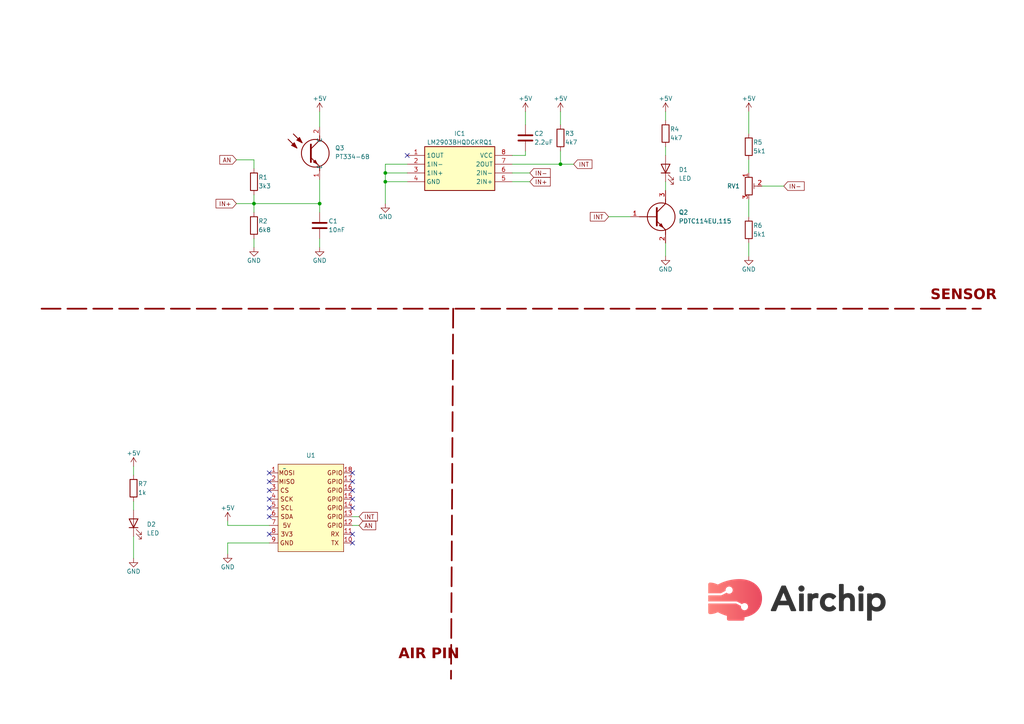
<source format=kicad_sch>
(kicad_sch (version 20230121) (generator eeschema)

  (uuid b2961cc6-2503-4599-94f3-3029de77ef1c)

  (paper "A4")

  (lib_symbols
    (symbol "Device:C" (pin_numbers hide) (pin_names (offset 0.254)) (in_bom yes) (on_board yes)
      (property "Reference" "C" (at 0.635 2.54 0)
        (effects (font (size 1.27 1.27)) (justify left))
      )
      (property "Value" "C" (at 0.635 -2.54 0)
        (effects (font (size 1.27 1.27)) (justify left))
      )
      (property "Footprint" "" (at 0.9652 -3.81 0)
        (effects (font (size 1.27 1.27)) hide)
      )
      (property "Datasheet" "~" (at 0 0 0)
        (effects (font (size 1.27 1.27)) hide)
      )
      (property "ki_keywords" "cap capacitor" (at 0 0 0)
        (effects (font (size 1.27 1.27)) hide)
      )
      (property "ki_description" "Unpolarized capacitor" (at 0 0 0)
        (effects (font (size 1.27 1.27)) hide)
      )
      (property "ki_fp_filters" "C_*" (at 0 0 0)
        (effects (font (size 1.27 1.27)) hide)
      )
      (symbol "C_0_1"
        (polyline
          (pts
            (xy -2.032 -0.762)
            (xy 2.032 -0.762)
          )
          (stroke (width 0.508) (type default))
          (fill (type none))
        )
        (polyline
          (pts
            (xy -2.032 0.762)
            (xy 2.032 0.762)
          )
          (stroke (width 0.508) (type default))
          (fill (type none))
        )
      )
      (symbol "C_1_1"
        (pin passive line (at 0 3.81 270) (length 2.794)
          (name "~" (effects (font (size 1.27 1.27))))
          (number "1" (effects (font (size 1.27 1.27))))
        )
        (pin passive line (at 0 -3.81 90) (length 2.794)
          (name "~" (effects (font (size 1.27 1.27))))
          (number "2" (effects (font (size 1.27 1.27))))
        )
      )
    )
    (symbol "Device:LED" (pin_numbers hide) (pin_names (offset 1.016) hide) (in_bom yes) (on_board yes)
      (property "Reference" "D" (at 0 2.54 0)
        (effects (font (size 1.27 1.27)))
      )
      (property "Value" "LED" (at 0 -2.54 0)
        (effects (font (size 1.27 1.27)))
      )
      (property "Footprint" "" (at 0 0 0)
        (effects (font (size 1.27 1.27)) hide)
      )
      (property "Datasheet" "~" (at 0 0 0)
        (effects (font (size 1.27 1.27)) hide)
      )
      (property "ki_keywords" "LED diode" (at 0 0 0)
        (effects (font (size 1.27 1.27)) hide)
      )
      (property "ki_description" "Light emitting diode" (at 0 0 0)
        (effects (font (size 1.27 1.27)) hide)
      )
      (property "ki_fp_filters" "LED* LED_SMD:* LED_THT:*" (at 0 0 0)
        (effects (font (size 1.27 1.27)) hide)
      )
      (symbol "LED_0_1"
        (polyline
          (pts
            (xy -1.27 -1.27)
            (xy -1.27 1.27)
          )
          (stroke (width 0.254) (type default))
          (fill (type none))
        )
        (polyline
          (pts
            (xy -1.27 0)
            (xy 1.27 0)
          )
          (stroke (width 0) (type default))
          (fill (type none))
        )
        (polyline
          (pts
            (xy 1.27 -1.27)
            (xy 1.27 1.27)
            (xy -1.27 0)
            (xy 1.27 -1.27)
          )
          (stroke (width 0.254) (type default))
          (fill (type none))
        )
        (polyline
          (pts
            (xy -3.048 -0.762)
            (xy -4.572 -2.286)
            (xy -3.81 -2.286)
            (xy -4.572 -2.286)
            (xy -4.572 -1.524)
          )
          (stroke (width 0) (type default))
          (fill (type none))
        )
        (polyline
          (pts
            (xy -1.778 -0.762)
            (xy -3.302 -2.286)
            (xy -2.54 -2.286)
            (xy -3.302 -2.286)
            (xy -3.302 -1.524)
          )
          (stroke (width 0) (type default))
          (fill (type none))
        )
      )
      (symbol "LED_1_1"
        (pin passive line (at -3.81 0 0) (length 2.54)
          (name "K" (effects (font (size 1.27 1.27))))
          (number "1" (effects (font (size 1.27 1.27))))
        )
        (pin passive line (at 3.81 0 180) (length 2.54)
          (name "A" (effects (font (size 1.27 1.27))))
          (number "2" (effects (font (size 1.27 1.27))))
        )
      )
    )
    (symbol "Device:R" (pin_numbers hide) (pin_names (offset 0)) (in_bom yes) (on_board yes)
      (property "Reference" "R" (at 2.032 0 90)
        (effects (font (size 1.27 1.27)))
      )
      (property "Value" "R" (at 0 0 90)
        (effects (font (size 1.27 1.27)))
      )
      (property "Footprint" "" (at -1.778 0 90)
        (effects (font (size 1.27 1.27)) hide)
      )
      (property "Datasheet" "~" (at 0 0 0)
        (effects (font (size 1.27 1.27)) hide)
      )
      (property "ki_keywords" "R res resistor" (at 0 0 0)
        (effects (font (size 1.27 1.27)) hide)
      )
      (property "ki_description" "Resistor" (at 0 0 0)
        (effects (font (size 1.27 1.27)) hide)
      )
      (property "ki_fp_filters" "R_*" (at 0 0 0)
        (effects (font (size 1.27 1.27)) hide)
      )
      (symbol "R_0_1"
        (rectangle (start -1.016 -2.54) (end 1.016 2.54)
          (stroke (width 0.254) (type default))
          (fill (type none))
        )
      )
      (symbol "R_1_1"
        (pin passive line (at 0 3.81 270) (length 1.27)
          (name "~" (effects (font (size 1.27 1.27))))
          (number "1" (effects (font (size 1.27 1.27))))
        )
        (pin passive line (at 0 -3.81 90) (length 1.27)
          (name "~" (effects (font (size 1.27 1.27))))
          (number "2" (effects (font (size 1.27 1.27))))
        )
      )
    )
    (symbol "Device:R_Potentiometer_Trim" (pin_names (offset 1.016) hide) (in_bom yes) (on_board yes)
      (property "Reference" "RV" (at -4.445 0 90)
        (effects (font (size 1.27 1.27)))
      )
      (property "Value" "R_Potentiometer_Trim" (at -2.54 0 90)
        (effects (font (size 1.27 1.27)))
      )
      (property "Footprint" "" (at 0 0 0)
        (effects (font (size 1.27 1.27)) hide)
      )
      (property "Datasheet" "~" (at 0 0 0)
        (effects (font (size 1.27 1.27)) hide)
      )
      (property "ki_keywords" "resistor variable trimpot trimmer" (at 0 0 0)
        (effects (font (size 1.27 1.27)) hide)
      )
      (property "ki_description" "Trim-potentiometer" (at 0 0 0)
        (effects (font (size 1.27 1.27)) hide)
      )
      (property "ki_fp_filters" "Potentiometer*" (at 0 0 0)
        (effects (font (size 1.27 1.27)) hide)
      )
      (symbol "R_Potentiometer_Trim_0_1"
        (polyline
          (pts
            (xy 1.524 0.762)
            (xy 1.524 -0.762)
          )
          (stroke (width 0) (type default))
          (fill (type none))
        )
        (polyline
          (pts
            (xy 2.54 0)
            (xy 1.524 0)
          )
          (stroke (width 0) (type default))
          (fill (type none))
        )
        (rectangle (start 1.016 2.54) (end -1.016 -2.54)
          (stroke (width 0.254) (type default))
          (fill (type none))
        )
      )
      (symbol "R_Potentiometer_Trim_1_1"
        (pin passive line (at 0 3.81 270) (length 1.27)
          (name "1" (effects (font (size 1.27 1.27))))
          (number "1" (effects (font (size 1.27 1.27))))
        )
        (pin passive line (at 3.81 0 180) (length 1.27)
          (name "2" (effects (font (size 1.27 1.27))))
          (number "2" (effects (font (size 1.27 1.27))))
        )
        (pin passive line (at 0 -3.81 90) (length 1.27)
          (name "3" (effects (font (size 1.27 1.27))))
          (number "3" (effects (font (size 1.27 1.27))))
        )
      )
    )
    (symbol "LM2903BHQDGKRQ1:LM2903BHQDGKRQ1" (in_bom yes) (on_board yes)
      (property "Reference" "IC" (at 26.67 7.62 0)
        (effects (font (size 1.27 1.27)) (justify left top))
      )
      (property "Value" "LM2903BHQDGKRQ1" (at 26.67 5.08 0)
        (effects (font (size 1.27 1.27)) (justify left top))
      )
      (property "Footprint" "SOP65P490X110-8N" (at 26.67 -94.92 0)
        (effects (font (size 1.27 1.27)) (justify left top) hide)
      )
      (property "Datasheet" "https://www.ti.com/lit/ds/symlink/lm2903b-q1.pdf?HQS=dis-mous-null-mousermode-dsf-pf-null-wwe&ts=1670767488652&ref_url=https%253A%252F%252Fwww.mouser.de%252F" (at 26.67 -194.92 0)
        (effects (font (size 1.27 1.27)) (justify left top) hide)
      )
      (property "Height" "1.1" (at 26.67 -394.92 0)
        (effects (font (size 1.27 1.27)) (justify left top) hide)
      )
      (property "Mouser Part Number" "595-LM2903BHQDGKRQ1" (at 26.67 -494.92 0)
        (effects (font (size 1.27 1.27)) (justify left top) hide)
      )
      (property "Mouser Price/Stock" "https://www.mouser.co.uk/ProductDetail/Texas-Instruments/LM2903BHQDGKRQ1?qs=By6Nw2ByBD2mW87GUmotXw%3D%3D" (at 26.67 -594.92 0)
        (effects (font (size 1.27 1.27)) (justify left top) hide)
      )
      (property "Manufacturer_Name" "Texas Instruments" (at 26.67 -694.92 0)
        (effects (font (size 1.27 1.27)) (justify left top) hide)
      )
      (property "Manufacturer_Part_Number" "LM2903BHQDGKRQ1" (at 26.67 -794.92 0)
        (effects (font (size 1.27 1.27)) (justify left top) hide)
      )
      (property "ki_description" "Analog Comparators Automotive, dual, differential, commodity comparator" (at 0 0 0)
        (effects (font (size 1.27 1.27)) hide)
      )
      (symbol "LM2903BHQDGKRQ1_1_1"
        (rectangle (start 5.08 2.54) (end 25.4 -10.16)
          (stroke (width 0.254) (type default))
          (fill (type background))
        )
        (pin passive line (at 0 0 0) (length 5.08)
          (name "1OUT" (effects (font (size 1.27 1.27))))
          (number "1" (effects (font (size 1.27 1.27))))
        )
        (pin passive line (at 0 -2.54 0) (length 5.08)
          (name "1IN-" (effects (font (size 1.27 1.27))))
          (number "2" (effects (font (size 1.27 1.27))))
        )
        (pin passive line (at 0 -5.08 0) (length 5.08)
          (name "1IN+" (effects (font (size 1.27 1.27))))
          (number "3" (effects (font (size 1.27 1.27))))
        )
        (pin passive line (at 0 -7.62 0) (length 5.08)
          (name "GND" (effects (font (size 1.27 1.27))))
          (number "4" (effects (font (size 1.27 1.27))))
        )
        (pin passive line (at 30.48 -7.62 180) (length 5.08)
          (name "2IN+" (effects (font (size 1.27 1.27))))
          (number "5" (effects (font (size 1.27 1.27))))
        )
        (pin passive line (at 30.48 -5.08 180) (length 5.08)
          (name "2IN-" (effects (font (size 1.27 1.27))))
          (number "6" (effects (font (size 1.27 1.27))))
        )
        (pin passive line (at 30.48 -2.54 180) (length 5.08)
          (name "2OUT" (effects (font (size 1.27 1.27))))
          (number "7" (effects (font (size 1.27 1.27))))
        )
        (pin passive line (at 30.48 0 180) (length 5.08)
          (name "VCC" (effects (font (size 1.27 1.27))))
          (number "8" (effects (font (size 1.27 1.27))))
        )
      )
    )
    (symbol "PDTC114EU_115:PDTC114EU,115" (pin_names hide) (in_bom yes) (on_board yes)
      (property "Reference" "Q" (at 13.97 1.27 0)
        (effects (font (size 1.27 1.27)) (justify left top))
      )
      (property "Value" "PDTC114EU,115" (at 13.97 -1.27 0)
        (effects (font (size 1.27 1.27)) (justify left top))
      )
      (property "Footprint" "PDTC114EU115" (at 13.97 -101.27 0)
        (effects (font (size 1.27 1.27)) (justify left top) hide)
      )
      (property "Datasheet" "https://assets.nexperia.com/documents/data-sheet/PDTC114E_SER.pdf" (at 13.97 -201.27 0)
        (effects (font (size 1.27 1.27)) (justify left top) hide)
      )
      (property "Height" "1.1" (at 13.97 -401.27 0)
        (effects (font (size 1.27 1.27)) (justify left top) hide)
      )
      (property "Mouser Part Number" "771-PDTC114EU115" (at 13.97 -501.27 0)
        (effects (font (size 1.27 1.27)) (justify left top) hide)
      )
      (property "Mouser Price/Stock" "https://www.mouser.co.uk/ProductDetail/Nexperia/PDTC114EU115?qs=LOCUfHb8d9s6AnIpL5ILEg%3D%3D" (at 13.97 -601.27 0)
        (effects (font (size 1.27 1.27)) (justify left top) hide)
      )
      (property "Manufacturer_Name" "Nexperia" (at 13.97 -701.27 0)
        (effects (font (size 1.27 1.27)) (justify left top) hide)
      )
      (property "Manufacturer_Part_Number" "PDTC114EU,115" (at 13.97 -801.27 0)
        (effects (font (size 1.27 1.27)) (justify left top) hide)
      )
      (property "ki_description" "NXP, PDTC114EU,115 NPN Digital Transistor, 100 mA 50 V 10 k, Ratio Of 1, 3-Pin UMT" (at 0 0 0)
        (effects (font (size 1.27 1.27)) hide)
      )
      (symbol "PDTC114EU,115_1_1"
        (polyline
          (pts
            (xy 2.54 0)
            (xy 7.62 0)
          )
          (stroke (width 0.254) (type default))
          (fill (type none))
        )
        (polyline
          (pts
            (xy 7.62 -1.27)
            (xy 10.16 -3.81)
          )
          (stroke (width 0.254) (type default))
          (fill (type none))
        )
        (polyline
          (pts
            (xy 7.62 1.27)
            (xy 10.16 3.81)
          )
          (stroke (width 0.254) (type default))
          (fill (type none))
        )
        (polyline
          (pts
            (xy 7.62 2.54)
            (xy 7.62 -2.54)
          )
          (stroke (width 0.508) (type default))
          (fill (type none))
        )
        (polyline
          (pts
            (xy 10.16 -3.81)
            (xy 10.16 -5.08)
          )
          (stroke (width 0.254) (type default))
          (fill (type none))
        )
        (polyline
          (pts
            (xy 10.16 3.81)
            (xy 10.16 5.08)
          )
          (stroke (width 0.254) (type default))
          (fill (type none))
        )
        (polyline
          (pts
            (xy 8.382 -2.54)
            (xy 8.89 -2.032)
            (xy 9.398 -3.048)
            (xy 8.382 -2.54)
          )
          (stroke (width 0.254) (type default))
          (fill (type outline))
        )
        (circle (center 8.89 0) (radius 4.016)
          (stroke (width 0.254) (type default))
          (fill (type none))
        )
        (pin passive line (at 0 0 0) (length 2.54)
          (name "B" (effects (font (size 1.27 1.27))))
          (number "1" (effects (font (size 1.27 1.27))))
        )
        (pin passive line (at 10.16 -7.62 90) (length 2.54)
          (name "E" (effects (font (size 1.27 1.27))))
          (number "2" (effects (font (size 1.27 1.27))))
        )
        (pin passive line (at 10.16 7.62 270) (length 2.54)
          (name "C" (effects (font (size 1.27 1.27))))
          (number "3" (effects (font (size 1.27 1.27))))
        )
      )
    )
    (symbol "PT334-6B:PT334-6B" (in_bom yes) (on_board yes)
      (property "Reference" "Q" (at 3.81 -6.35 0)
        (effects (font (size 1.27 1.27)) (justify left top))
      )
      (property "Value" "PT334-6B" (at 3.81 -8.89 0)
        (effects (font (size 1.27 1.27)) (justify left top))
      )
      (property "Footprint" "PT3346B" (at 3.81 -108.89 0)
        (effects (font (size 1.27 1.27)) (justify left top) hide)
      )
      (property "Datasheet" "https://www.mouser.com/datasheet/2/143/PT334-6B-1663203.pdf" (at 3.81 -208.89 0)
        (effects (font (size 1.27 1.27)) (justify left top) hide)
      )
      (property "Height" "" (at 3.81 -408.89 0)
        (effects (font (size 1.27 1.27)) (justify left top) hide)
      )
      (property "Manufacturer_Name" "Everlight" (at 3.81 -508.89 0)
        (effects (font (size 1.27 1.27)) (justify left top) hide)
      )
      (property "Manufacturer_Part_Number" "PT334-6B" (at 3.81 -608.89 0)
        (effects (font (size 1.27 1.27)) (justify left top) hide)
      )
      (property "Mouser Part Number" "638-PT3346B" (at 3.81 -708.89 0)
        (effects (font (size 1.27 1.27)) (justify left top) hide)
      )
      (property "Mouser Price/Stock" "https://www.mouser.co.uk/ProductDetail/Everlight/PT334-6B?qs=8PzhAHr7IdOmCssrIssUEQ%3D%3D" (at 3.81 -808.89 0)
        (effects (font (size 1.27 1.27)) (justify left top) hide)
      )
      (property "Arrow Part Number" "PT334-6B" (at 3.81 -908.89 0)
        (effects (font (size 1.27 1.27)) (justify left top) hide)
      )
      (property "Arrow Price/Stock" "https://www.arrow.com/en/products/pt334-6b/everlight-electronics?region=nac" (at 3.81 -1008.89 0)
        (effects (font (size 1.27 1.27)) (justify left top) hide)
      )
      (property "ki_description" "Phototransistors IR Phototransistor" (at 0 0 0)
        (effects (font (size 1.27 1.27)) hide)
      )
      (symbol "PT334-6B_1_1"
        (circle (center -1.27 -7.62) (radius 4.016)
          (stroke (width 0.254) (type default))
          (fill (type none))
        )
        (polyline
          (pts
            (xy -9.144 -3.556)
            (xy -6.604 -6.096)
          )
          (stroke (width 0.254) (type default))
          (fill (type none))
        )
        (polyline
          (pts
            (xy -7.62 -2.032)
            (xy -5.08 -4.572)
          )
          (stroke (width 0.254) (type default))
          (fill (type none))
        )
        (polyline
          (pts
            (xy -2.54 -8.89)
            (xy 0 -11.43)
          )
          (stroke (width 0.254) (type default))
          (fill (type none))
        )
        (polyline
          (pts
            (xy -2.54 -6.35)
            (xy 0 -3.81)
          )
          (stroke (width 0.254) (type default))
          (fill (type none))
        )
        (polyline
          (pts
            (xy -2.54 -5.08)
            (xy -2.54 -10.16)
          )
          (stroke (width 0.508) (type default))
          (fill (type none))
        )
        (polyline
          (pts
            (xy 0 -11.43)
            (xy 0 -12.7)
          )
          (stroke (width 0.254) (type default))
          (fill (type none))
        )
        (polyline
          (pts
            (xy 0 -3.81)
            (xy 0 -2.54)
          )
          (stroke (width 0.254) (type default))
          (fill (type none))
        )
        (polyline
          (pts
            (xy -8.128 -5.334)
            (xy -7.366 -4.572)
            (xy -6.604 -6.096)
            (xy -8.128 -5.334)
          )
          (stroke (width 0.254) (type default))
          (fill (type outline))
        )
        (polyline
          (pts
            (xy -6.604 -3.81)
            (xy -5.842 -3.048)
            (xy -5.08 -4.572)
            (xy -6.604 -3.81)
          )
          (stroke (width 0.254) (type default))
          (fill (type outline))
        )
        (polyline
          (pts
            (xy -1.778 -10.16)
            (xy -1.27 -9.652)
            (xy -0.762 -10.668)
            (xy -1.778 -10.16)
          )
          (stroke (width 0.254) (type default))
          (fill (type outline))
        )
        (pin passive line (at 0 -15.24 90) (length 2.54)
          (name "E" (effects (font (size 1.27 1.27))))
          (number "1" (effects (font (size 1.27 1.27))))
        )
        (pin passive line (at 0 0 270) (length 2.54)
          (name "C" (effects (font (size 1.27 1.27))))
          (number "2" (effects (font (size 1.27 1.27))))
        )
      )
    )
    (symbol "moduler_pin:air" (in_bom yes) (on_board yes)
      (property "Reference" "U" (at 7.62 2.54 0)
        (effects (font (size 1.27 1.27)))
      )
      (property "Value" "" (at 0 0 0)
        (effects (font (size 1.27 1.27)))
      )
      (property "Footprint" "" (at 0 0 0)
        (effects (font (size 1.27 1.27)) hide)
      )
      (property "Datasheet" "" (at 0 0 0)
        (effects (font (size 1.27 1.27)) hide)
      )
      (symbol "air_1_1"
        (rectangle (start -1.905 1.27) (end 17.145 -24.13)
          (stroke (width 0) (type default))
          (fill (type background))
        )
        (text "3V3" (at 0.635 -19.05 0)
          (effects (font (size 1.27 1.27)))
        )
        (text "5V" (at 0.635 -16.51 0)
          (effects (font (size 1.27 1.27)))
        )
        (text "CS" (at 0 -6.35 0)
          (effects (font (size 1.27 1.27)))
        )
        (text "GND" (at 0.635 -21.59 0)
          (effects (font (size 1.27 1.27)))
        )
        (text "GPIO" (at 14.605 -16.51 0)
          (effects (font (size 1.27 1.27)))
        )
        (text "GPIO" (at 14.605 -13.97 0)
          (effects (font (size 1.27 1.27)))
        )
        (text "GPIO" (at 14.605 -11.43 0)
          (effects (font (size 1.27 1.27)))
        )
        (text "GPIO" (at 14.605 -8.89 0)
          (effects (font (size 1.27 1.27)))
        )
        (text "GPIO" (at 14.605 -6.35 0)
          (effects (font (size 1.27 1.27)))
        )
        (text "GPIO" (at 14.605 -3.81 0)
          (effects (font (size 1.27 1.27)))
        )
        (text "GPIO" (at 14.605 -1.27 0)
          (effects (font (size 1.27 1.27)))
        )
        (text "MISO" (at 0.635 -3.81 0)
          (effects (font (size 1.27 1.27)))
        )
        (text "MOSI" (at 0.635 -1.27 0)
          (effects (font (size 1.27 1.27)))
        )
        (text "RX" (at 14.605 -19.05 0)
          (effects (font (size 1.27 1.27)))
        )
        (text "SCK" (at 0.635 -8.89 0)
          (effects (font (size 1.27 1.27)))
        )
        (text "SCL" (at 0.635 -11.43 0)
          (effects (font (size 1.27 1.27)))
        )
        (text "SDA" (at 0.635 -13.97 0)
          (effects (font (size 1.27 1.27)))
        )
        (text "TX" (at 14.605 -21.59 0)
          (effects (font (size 1.27 1.27)))
        )
        (pin input line (at -4.445 -1.27 0) (length 2.54)
          (name "" (effects (font (size 1.27 1.27))))
          (number "1" (effects (font (size 1.27 1.27))))
        )
        (pin input line (at 19.685 -21.59 180) (length 2.54)
          (name "" (effects (font (size 1.27 1.27))))
          (number "10" (effects (font (size 1.27 1.27))))
        )
        (pin input line (at 19.685 -19.05 180) (length 2.54)
          (name "" (effects (font (size 1.27 1.27))))
          (number "11" (effects (font (size 1.27 1.27))))
        )
        (pin input line (at 19.685 -16.51 180) (length 2.54)
          (name "" (effects (font (size 1.27 1.27))))
          (number "12" (effects (font (size 1.27 1.27))))
        )
        (pin input line (at 19.685 -13.97 180) (length 2.54)
          (name "" (effects (font (size 1.27 1.27))))
          (number "13" (effects (font (size 1.27 1.27))))
        )
        (pin input line (at 19.685 -11.43 180) (length 2.54)
          (name "" (effects (font (size 1.27 1.27))))
          (number "14" (effects (font (size 1.27 1.27))))
        )
        (pin input line (at 19.685 -8.89 180) (length 2.54)
          (name "" (effects (font (size 1.27 1.27))))
          (number "15" (effects (font (size 1.27 1.27))))
        )
        (pin input line (at 19.685 -6.35 180) (length 2.54)
          (name "" (effects (font (size 1.27 1.27))))
          (number "16" (effects (font (size 1.27 1.27))))
        )
        (pin input line (at 19.685 -3.81 180) (length 2.54)
          (name "" (effects (font (size 1.27 1.27))))
          (number "17" (effects (font (size 1.27 1.27))))
        )
        (pin input line (at 19.685 -1.27 180) (length 2.54)
          (name "" (effects (font (size 1.27 1.27))))
          (number "18" (effects (font (size 1.27 1.27))))
        )
        (pin input line (at -4.445 -3.81 0) (length 2.54)
          (name "" (effects (font (size 1.27 1.27))))
          (number "2" (effects (font (size 1.27 1.27))))
        )
        (pin input line (at -4.445 -6.35 0) (length 2.54)
          (name "" (effects (font (size 1.27 1.27))))
          (number "3" (effects (font (size 1.27 1.27))))
        )
        (pin input line (at -4.445 -8.89 0) (length 2.54)
          (name "" (effects (font (size 1.27 1.27))))
          (number "4" (effects (font (size 1.27 1.27))))
        )
        (pin input line (at -4.445 -11.43 0) (length 2.54)
          (name "" (effects (font (size 1.27 1.27))))
          (number "5" (effects (font (size 1.27 1.27))))
        )
        (pin input line (at -4.445 -13.97 0) (length 2.54)
          (name "" (effects (font (size 1.27 1.27))))
          (number "6" (effects (font (size 1.27 1.27))))
        )
        (pin input line (at -4.445 -16.51 0) (length 2.54)
          (name "" (effects (font (size 1.27 1.27))))
          (number "7" (effects (font (size 1.27 1.27))))
        )
        (pin input line (at -4.445 -19.05 0) (length 2.54)
          (name "" (effects (font (size 1.27 1.27))))
          (number "8" (effects (font (size 1.27 1.27))))
        )
        (pin input line (at -4.445 -21.59 0) (length 2.54)
          (name "" (effects (font (size 1.27 1.27))))
          (number "9" (effects (font (size 1.27 1.27))))
        )
      )
    )
    (symbol "power:+5V" (power) (pin_names (offset 0)) (in_bom yes) (on_board yes)
      (property "Reference" "#PWR" (at 0 -3.81 0)
        (effects (font (size 1.27 1.27)) hide)
      )
      (property "Value" "+5V" (at 0 3.556 0)
        (effects (font (size 1.27 1.27)))
      )
      (property "Footprint" "" (at 0 0 0)
        (effects (font (size 1.27 1.27)) hide)
      )
      (property "Datasheet" "" (at 0 0 0)
        (effects (font (size 1.27 1.27)) hide)
      )
      (property "ki_keywords" "global power" (at 0 0 0)
        (effects (font (size 1.27 1.27)) hide)
      )
      (property "ki_description" "Power symbol creates a global label with name \"+5V\"" (at 0 0 0)
        (effects (font (size 1.27 1.27)) hide)
      )
      (symbol "+5V_0_1"
        (polyline
          (pts
            (xy -0.762 1.27)
            (xy 0 2.54)
          )
          (stroke (width 0) (type default))
          (fill (type none))
        )
        (polyline
          (pts
            (xy 0 0)
            (xy 0 2.54)
          )
          (stroke (width 0) (type default))
          (fill (type none))
        )
        (polyline
          (pts
            (xy 0 2.54)
            (xy 0.762 1.27)
          )
          (stroke (width 0) (type default))
          (fill (type none))
        )
      )
      (symbol "+5V_1_1"
        (pin power_in line (at 0 0 90) (length 0) hide
          (name "+5V" (effects (font (size 1.27 1.27))))
          (number "1" (effects (font (size 1.27 1.27))))
        )
      )
    )
    (symbol "power:GND" (power) (pin_names (offset 0)) (in_bom yes) (on_board yes)
      (property "Reference" "#PWR" (at 0 -6.35 0)
        (effects (font (size 1.27 1.27)) hide)
      )
      (property "Value" "GND" (at 0 -3.81 0)
        (effects (font (size 1.27 1.27)))
      )
      (property "Footprint" "" (at 0 0 0)
        (effects (font (size 1.27 1.27)) hide)
      )
      (property "Datasheet" "" (at 0 0 0)
        (effects (font (size 1.27 1.27)) hide)
      )
      (property "ki_keywords" "global power" (at 0 0 0)
        (effects (font (size 1.27 1.27)) hide)
      )
      (property "ki_description" "Power symbol creates a global label with name \"GND\" , ground" (at 0 0 0)
        (effects (font (size 1.27 1.27)) hide)
      )
      (symbol "GND_0_1"
        (polyline
          (pts
            (xy 0 0)
            (xy 0 -1.27)
            (xy 1.27 -1.27)
            (xy 0 -2.54)
            (xy -1.27 -1.27)
            (xy 0 -1.27)
          )
          (stroke (width 0) (type default))
          (fill (type none))
        )
      )
      (symbol "GND_1_1"
        (pin power_in line (at 0 0 270) (length 0) hide
          (name "GND" (effects (font (size 1.27 1.27))))
          (number "1" (effects (font (size 1.27 1.27))))
        )
      )
    )
  )

  (junction (at 111.76 50.165) (diameter 0) (color 0 0 0 0)
    (uuid 0e7c962c-7b42-476e-9842-66a3d2ef2fce)
  )
  (junction (at 73.66 59.055) (diameter 0) (color 0 0 0 0)
    (uuid 696c5966-00db-46d1-8e53-faab20ec7759)
  )
  (junction (at 92.71 59.055) (diameter 0) (color 0 0 0 0)
    (uuid 975832b3-0220-49be-bc8d-5cf86ac2dd96)
  )
  (junction (at 162.56 47.625) (diameter 0) (color 0 0 0 0)
    (uuid a8f0d91e-876a-42d4-8f44-2206d0f0bc4a)
  )
  (junction (at 111.76 52.705) (diameter 0) (color 0 0 0 0)
    (uuid cff0647b-8152-4757-aa30-03d0b21b9381)
  )

  (no_connect (at 102.235 139.7) (uuid 0c618969-ecd0-438f-abf4-c6314b664f06))
  (no_connect (at 78.105 154.94) (uuid 13cafda3-a9cb-4a2c-866f-26bbfb68b177))
  (no_connect (at 78.105 137.16) (uuid 20f27af2-e5c3-47ce-bf57-7767ffe9a4c6))
  (no_connect (at 102.235 137.16) (uuid 31b49733-4b3b-4cd0-8d94-69ae2778b950))
  (no_connect (at 102.235 142.24) (uuid 41c29439-83ee-4fb9-910f-f67307887da7))
  (no_connect (at 102.235 154.94) (uuid 4aa8161b-4ff8-4c6b-becd-5c2113379971))
  (no_connect (at 102.235 144.78) (uuid 5a208148-046f-4f86-a5aa-ab8d1d1415d1))
  (no_connect (at 78.105 147.32) (uuid 6ff2028a-00f2-4818-9bd4-e039648624c0))
  (no_connect (at 78.105 139.7) (uuid 7739953c-1708-4b17-8e25-e4c10d48804e))
  (no_connect (at 102.235 157.48) (uuid 8eb46450-de88-4f08-8798-681e13ef6d5f))
  (no_connect (at 78.105 144.78) (uuid 9e721804-5e55-4719-8ac2-d04d111bf462))
  (no_connect (at 102.235 147.32) (uuid a140a17f-85c9-44d4-a3ba-7ee4c26a0439))
  (no_connect (at 78.105 142.24) (uuid bd9c9739-add3-4fc9-8f72-4a5e3fff042e))
  (no_connect (at 118.11 45.085) (uuid c6f6f452-f896-48ed-a3f1-0e3ad4fd3f55))
  (no_connect (at 78.105 149.86) (uuid ca646c70-9ee6-4b18-94fc-a3dc0a107e52))

  (wire (pts (xy 68.58 46.355) (xy 73.66 46.355))
    (stroke (width 0) (type default))
    (uuid 049dfce0-1efc-4f8e-837c-aba54c4d39ad)
  )
  (wire (pts (xy 73.66 69.215) (xy 73.66 71.755))
    (stroke (width 0) (type default))
    (uuid 0a8377e5-f4f6-4ffa-8786-dce392dbf4f3)
  )
  (wire (pts (xy 111.76 50.165) (xy 111.76 52.705))
    (stroke (width 0) (type default))
    (uuid 0f25c23f-fc7e-4614-b046-2492fb6f3305)
  )
  (wire (pts (xy 220.98 53.975) (xy 227.33 53.975))
    (stroke (width 0) (type default))
    (uuid 10ef00bc-390e-490a-8a11-899de6955e60)
  )
  (wire (pts (xy 92.71 69.215) (xy 92.71 71.755))
    (stroke (width 0) (type default))
    (uuid 1bcaa231-d6bb-4f80-a780-3374ccb55f57)
  )
  (wire (pts (xy 73.66 59.055) (xy 73.66 61.595))
    (stroke (width 0) (type default))
    (uuid 1c0ba5b8-17f2-4c64-8b2c-5c66587cc491)
  )
  (wire (pts (xy 66.04 160.655) (xy 66.04 157.48))
    (stroke (width 0) (type default))
    (uuid 24c0c29c-db4d-4433-b69d-db51b8fbe8ab)
  )
  (wire (pts (xy 193.04 70.485) (xy 193.04 74.295))
    (stroke (width 0) (type default))
    (uuid 299a338b-beb7-40ed-8201-d31c528faad4)
  )
  (wire (pts (xy 111.76 52.705) (xy 118.11 52.705))
    (stroke (width 0) (type default))
    (uuid 3400f07a-eba3-4007-886c-c212441cb3e7)
  )
  (wire (pts (xy 111.76 52.705) (xy 111.76 59.055))
    (stroke (width 0) (type default))
    (uuid 42bb795a-c0f1-4fdf-a0ec-f9c07572c22e)
  )
  (wire (pts (xy 162.56 43.815) (xy 162.56 47.625))
    (stroke (width 0) (type default))
    (uuid 46e8ac7e-64f2-4e17-9826-b9e013c86eb4)
  )
  (wire (pts (xy 66.04 151.13) (xy 66.04 152.4))
    (stroke (width 0) (type default))
    (uuid 48ddb4c6-c88a-4668-8a47-8ee0264b4ceb)
  )
  (wire (pts (xy 152.4 43.815) (xy 152.4 45.085))
    (stroke (width 0) (type default))
    (uuid 4e4b1433-b41c-41f6-91da-6b40730865bb)
  )
  (wire (pts (xy 162.56 47.625) (xy 166.37 47.625))
    (stroke (width 0) (type default))
    (uuid 5198c844-07f1-4df4-9f66-74e7be630a13)
  )
  (wire (pts (xy 152.4 45.085) (xy 148.59 45.085))
    (stroke (width 0) (type default))
    (uuid 5276fa84-a593-4ecd-aa91-6434439bb24d)
  )
  (wire (pts (xy 38.735 145.415) (xy 38.735 147.955))
    (stroke (width 0) (type default))
    (uuid 532916d5-8442-4279-9a43-e7c5e683a93e)
  )
  (wire (pts (xy 148.59 50.165) (xy 153.67 50.165))
    (stroke (width 0) (type default))
    (uuid 5dff6607-4e0c-43b1-9a51-c72cd686f938)
  )
  (wire (pts (xy 66.04 157.48) (xy 78.105 157.48))
    (stroke (width 0) (type default))
    (uuid 5fde3cae-8083-4fe9-944b-addda76280d0)
  )
  (wire (pts (xy 73.66 56.515) (xy 73.66 59.055))
    (stroke (width 0) (type default))
    (uuid 61b2294e-b60a-456e-9579-5288afe3f2de)
  )
  (wire (pts (xy 38.735 135.255) (xy 38.735 137.795))
    (stroke (width 0) (type default))
    (uuid 629f1f8e-73be-4085-ad86-4b907d7f1b08)
  )
  (polyline (pts (xy 12.065 89.535) (xy 284.48 89.535))
    (stroke (width 0.5) (type dash) (color 132 0 0 1))
    (uuid 65f5f2af-de00-4b62-b4e7-737531bd038f)
  )

  (wire (pts (xy 148.59 52.705) (xy 153.67 52.705))
    (stroke (width 0) (type default))
    (uuid 69ea00fc-becb-4965-9580-baeb1cabcbed)
  )
  (wire (pts (xy 68.58 59.055) (xy 73.66 59.055))
    (stroke (width 0) (type default))
    (uuid 6c119efa-12d1-43fe-850f-760de54c6a5a)
  )
  (wire (pts (xy 92.71 52.07) (xy 92.71 59.055))
    (stroke (width 0) (type default))
    (uuid 6e89a93b-242e-45ae-bda8-965c2929f63f)
  )
  (wire (pts (xy 38.735 161.925) (xy 38.735 155.575))
    (stroke (width 0) (type default))
    (uuid 71bce927-9169-449e-b02d-6bae80033b8d)
  )
  (wire (pts (xy 152.4 32.385) (xy 152.4 36.195))
    (stroke (width 0) (type default))
    (uuid 749baa27-39a3-4087-b1b5-085c2c8f920c)
  )
  (wire (pts (xy 92.71 36.83) (xy 92.71 32.385))
    (stroke (width 0) (type default))
    (uuid 7ca1f837-23fc-4f80-b7a8-f69d28116f66)
  )
  (wire (pts (xy 193.04 32.385) (xy 193.04 34.925))
    (stroke (width 0) (type default))
    (uuid 7d3de07b-5805-4891-9250-b4d4c34473c5)
  )
  (wire (pts (xy 66.04 152.4) (xy 78.105 152.4))
    (stroke (width 0) (type default))
    (uuid 85468de8-0ba1-4b72-a3c2-a06ab5ef78a5)
  )
  (polyline (pts (xy 131.445 89.535) (xy 130.81 196.85))
    (stroke (width 0.5) (type dash) (color 132 0 0 1))
    (uuid 8e65fec5-0d0e-43cb-b1d5-0139400c9ef7)
  )

  (wire (pts (xy 73.66 59.055) (xy 92.71 59.055))
    (stroke (width 0) (type default))
    (uuid 945b2e7d-00af-41b2-b86d-dce6f99baff3)
  )
  (wire (pts (xy 104.14 152.4) (xy 102.235 152.4))
    (stroke (width 0) (type default))
    (uuid 9611723b-8e80-4566-8654-0cd95578431f)
  )
  (wire (pts (xy 217.17 32.385) (xy 217.17 38.735))
    (stroke (width 0) (type default))
    (uuid aa0e786e-8031-41a4-bd4a-9ce5499cd846)
  )
  (wire (pts (xy 193.04 42.545) (xy 193.04 45.085))
    (stroke (width 0) (type default))
    (uuid abdf7bf5-add2-4382-8ef4-046e2123ef4f)
  )
  (wire (pts (xy 111.76 47.625) (xy 111.76 50.165))
    (stroke (width 0) (type default))
    (uuid ae1c3740-9684-485e-a557-12ea1004f6dc)
  )
  (wire (pts (xy 118.11 47.625) (xy 111.76 47.625))
    (stroke (width 0) (type default))
    (uuid bd18056d-1f21-4b2f-b19b-c110e161fdde)
  )
  (wire (pts (xy 111.76 50.165) (xy 118.11 50.165))
    (stroke (width 0) (type default))
    (uuid c512fc9f-4a3b-40ed-bc3b-576552504a16)
  )
  (wire (pts (xy 217.17 70.485) (xy 217.17 74.295))
    (stroke (width 0) (type default))
    (uuid c8fff79f-4b75-4f1b-8812-fb30c4fb28c4)
  )
  (wire (pts (xy 217.17 57.785) (xy 217.17 62.865))
    (stroke (width 0) (type default))
    (uuid cb370243-8fdb-43cf-a5e6-161c44b732fc)
  )
  (wire (pts (xy 92.71 59.055) (xy 92.71 61.595))
    (stroke (width 0) (type default))
    (uuid ce634892-4987-4b46-b08f-a9a735f9cdcc)
  )
  (wire (pts (xy 193.04 52.705) (xy 193.04 55.245))
    (stroke (width 0) (type default))
    (uuid d094873e-8c23-40fd-9ce9-07c24b1d56b0)
  )
  (wire (pts (xy 176.53 62.865) (xy 182.88 62.865))
    (stroke (width 0) (type default))
    (uuid d3428b1c-2bcf-40ea-8eca-c721375297ca)
  )
  (wire (pts (xy 162.56 32.385) (xy 162.56 36.195))
    (stroke (width 0) (type default))
    (uuid d9539917-ad81-4169-bb4a-14ca128525c7)
  )
  (wire (pts (xy 162.56 47.625) (xy 148.59 47.625))
    (stroke (width 0) (type default))
    (uuid db5bef40-484c-4c7b-b3fb-dfa9152908bc)
  )
  (wire (pts (xy 104.14 149.86) (xy 102.235 149.86))
    (stroke (width 0) (type default))
    (uuid e8b57d10-29f0-4a01-9019-d46aa3ae4a3c)
  )
  (wire (pts (xy 73.66 46.355) (xy 73.66 48.895))
    (stroke (width 0) (type default))
    (uuid ec7b6327-936d-480e-83af-b8e7d039cfa9)
  )
  (wire (pts (xy 217.17 46.355) (xy 217.17 50.165))
    (stroke (width 0) (type default))
    (uuid ed4ae624-d9ca-48f9-8156-e7f98e2f7d06)
  )

  (image (at 231.14 173.99) (scale 0.303838)
    (uuid a6e96e0e-4917-4f67-9015-0782c9231973)
    (data
      iVBORw0KGgoAAAANSUhEUgAAB9AAAAHVCAYAAACpJWDwAAAABHNCSVQICAgIfAhkiAAAIABJREFU
      eJzs3XeYnGW9//F3SEKyCS0hARUVBCSKYvuiqKiAokRasKAeRUn4WSghFUTNsYAiICGNA6gQEBso
      TfEg6hFE8KjouRFsIAgiiEJCEwhJKJnfH88sKdtmdmfmnvJ+XddcuzzPPfd8dpjMzj6fpwxDkjrQ
      ox+ZPhzYnBKbA5sDW5S/dt82BbqATSkxFugqwSbl5SOBzYqZSpsAI4CNgTHFIjYFNuo3QKnXpSuB
      J8oDHgWeLsHjwBOUeILi+5XACuAx4N/l77tvD5eXPUiJh4AHgYc2P//MFZU+L5IkSZIkSZIkSZ1s
      WO4AklQLj3706E2BZ1NiIvAcYCKw5Tpft4TS+PL3W1GU4X0V2esrrfel95UDLKp+TGn9YZXM2ff8
      TwIPQel+4F5gObAMuJcS3cvuA+4G7tv862c9XeWjSZIkSZIkSZIktQULdElN7bGPHb0J8FxKbAPP
      3J4LbFOCZwFbU3wdDQxQNA+t7G7hAr3vhT0XPV0qCvV/lG/3UBTrdwJ3UOLOLb5x1oNVppEkSZIk
      SZIkSWoJFuiSsnnsYzOGUZTf2wLbQWnb8vfdt+fRfar0SntqC/R+xleWtYKn8BHgb8CdULoduLV8
      u22Lb3z5H1XllCRJkiRJkiRJaiIW6JLq6rHDZ4wCdijftn/m+xI7AC+guHZ4WT/VrQV6depboPe3
      YAUlbgP+AtwC/An4I3DbFt/88lP9TS1JkiRJkiRJkpSbBbqkIVtxxIzhJXg+8CJgJ0pMAiYBO1Gc
      br2nattvC/Tq5CvQ+5rgSYpC/Q/An4GbgN9t8c0v39Pfw0mSJEmSJEmSJDWSBbqkiq04YubGFCX5
      zlDaGXgp8EJgp9K6R5IPukC2QN9wQBsV6H1ZTokbgN+VKL4Ct4/71per/YklSZIkSZIkSZKGzAJd
      Ug8rjpw5HNgReDnwUkq8FNi5vGx4MWr9frPU53/0wQK9ogEdUKD39vw+BKXfAL8Grgd+M+5bX3mg
      ylklSZIkSZIkSZKqZoEudbgVR84cR1GUvxx4WfnrzkDXM4MqKGMt0Ac350ADOrRA722S2yhxPfAL
      4FrglnHf/opHqUuSJEmSJEmSpJqyQJc6yIqjZj4LCOAVQFBiV+B5A97RAr2foRbo1U3Q95wDFOgb
      Lrof+F/gOopC/Xfjvv2Vp6p8ZEmSJEmSJEmSpPVYoEttasVRs7YCXg2l3Vhbmj9nvUGVFp0W6P0M
      tUCvboK+56yyQN/QI8DPgauAqyjxp3EXeIS6JEmSJEmSJEmqjgW61AYenz5rLMUR5bsBrwZeU4Jt
      i7XVldKVj7NAr8WcAw2wQB/kvCXuo7tMhx+Nu+Ar/6wylSRJkiRJkiRJ6kAW6FILenz6rB2B1wOv
      A3YHXgJstG7BWOrlux4s0C3Q27dA39BNULoCuBL41bgLvvp0FbNJkiRJkiRJkqQOYYEuNbnHp88a
      TXFUeXdh/npgYq+DLdAt0Psd39EF+roLHwZ+AlxeKnHF+Au/+nAVM0uSJEmSJEmSpDZmgS41mceP
      nrUZRUn+Jkq8CdgVGFXRnS3QLdD7HW+B3mNJiacorp3+PeD74y/86t1VPIokSZIkSZIkSWozFuhS
      Zo8fPXs88CZgTyi9AXglsBEwpNLUAn0ok/Q+xgK9t5UtX6BvKAEXAxeNv/Crt1fxiJIkSZIkSZIk
      qQ1YoEsN9viM2ZsDb6TEXsBbgJfxzL/FDdo8C/R+V1mgVzu/BXqPJf3PeQNwEXDB+Au/+vcqHl2S
      JEmSJEmSJLUoC3SpzlbOmD26BG+kKMv3ojgl+0YVFXwW6P2uskCvdn4L9B5LKp/zeuACSlww/jtf
      XVZFEkmSJEmSJEmS1EIs0KUaWzlj9jCKo8rfVr69oQSjewy0QK8ukAV6dSzQK1pYRYHePcVTwP8A
      3wC+N/47X11Z5QySJEmSJEmSJKmJWaBLNbBy5uxnUWIfisL8rcDEdddXXvRaoFcz3gK92vkt0Hss
      Gdrz+ihwMZTOG/+ds6+rciZJkiRJkiRJktSELNClQVg5c/Zw4HXAZGBf4JVV99QW6NUFskCvjgV6
      RQuHWKCvu/BW4Bzg/PHfOdtTvEuSJEmSJEmS1KIs0KUKrZw5ZyLw9uJWmgxssd4AC/Tq5rVAr2iA
      Bfog5218gd7tKeByYCnwo/HfOXtNlY8gSZIkSZIkSZIyskCX+rFy1pyXAAdS4gDgtTzzb6a6cs8C
      fXBzDrTKAr3a+S3Qeyyp1/NauIMSZwHnjv/u2Q9W+UiSJEmSJEmSJCkDC3RpHStnzRkJvAk4AJgC
      bAcMuTS0QB/cnAOtskCvdn4L9B5L6lugd69aBVwInDH+u2f/X5WPKEmSJEmSJEmSGsgCXR1v5aw5
      YyhOzX4QRXG+eY9BFugDLrRAH9ycAw2wQB/kvM1VoK/r1yVYAFy25XfPfqrKR5ckSZIkSZIkSXVm
      ga6OtHLWnPHAfsA7gcnA6H7vYIE+4EIL9MHNOdAAC/RBztu8BXr3or8Di4ClW3737EerTCFJkiRJ
      kiRJkurEAl0dY+XsOVtRFObvosSewIiK72yBPuBCC/TBzTnQAAv0Qc7b/AV6t0cocTawaMuLzv5H
      lWkkSZIkSZIkSVKNWaCrra2aPXc8lN4BHFyCvYHhQA3KSAt0C/TazDnQAAv0Qc7bOgV694IngfOB
      U7a86Oy/VplKkiRJkiRJkiTViAW62k5RmvMO4GDgLVAaAYMoePsdb4FugV6bOQcaYIE+yHlbr0Dv
      tga4CEonbXnROTdVF06SJEmSJEmSJA2VBbrawqo5c7uAAynxfoprmm+8du0GRWSP/6iABfqACy3Q
      BzfnQAMs0Ac5b+sW6Osu/D5w/JYXnfO7irJJkiRJkiRJkqQhs0BXy1o1Z+4IitOyf4DiiPOx/ZVb
      FuiVZqh0nAV6LeYcaIAF+iDnbY8CvZtFuiRJkiRJkiRJDWKBrpazas7cXYEPAe8DJq630gK9l28t
      0KufpPcxFui9rbRAb0CB3u0y4D+3vOicP/f9gJIkSZIkSZIkaSgs0NUSVs2Zuw3FkeaHAjv3OdAC
      vZdvLdCrn6T3MRbova20QG9ggV6sKPFN4DNbXnzOnX0/sCRJkiRJkiRJGgwLdDWtVXPnjqHEQRSl
      +d7ARgPeyQK9l28t0KufpPcxFui9rbRAb3CB3r3qSeAM4MQtLz7n/r4HS5IkSZIkSZKkaligq+ms
      mjs3gP8HvJ8Sm1d1Zwv0Xr61QK9+kt7HWKD3ttICPVOB3u0R4FRgwZYXn/N433eSJEmSJEmSJEmV
      sEBXU1g195hxUDqEojh/+TMralhuWaBXmqHScRbotZhzoAEW6IOct3MK9G73AMcB397y4nOq/akk
      SZIkSZIkSVKZBbqyWTX3mGHAHsBHgXdCaVSPQRbo1bFAt0Dvd7wFeo8l7VOgd7semLXlxef8ut9R
      kiRJkiRJkiSpVxboarjVxxwzHvhQqcTHgBetXVO7Iq63hRbolWaodJwFei3mHGiABfog5+3cAr3b
      tynx8S0vOeeeikZLkiRJkiRJkiTAAl0NtPqYY14LHA68B+jqWVxZoFugW6BvOMACfZDzWqBDiceA
      40uwaMIl5zxV4b0kSZIkSZIkSepoQyrQ1xz/qS1KJV4KTAK2ADZdZ/VqYOUG3z9MiVXl7x8CHgAe
      HH78F1eitrT6mGO6gPcDR7Putc3prbiyQLdAt0DfcIAF+iDntUBf93n9E3DUhEvO+XmF95QkSZIk
      SZIkqWNVXaCvOf5TOwAfBPYHXlUqVTlH70XBKuBBYBlwLyXuBu4F/gncDdwJ/G34CSc9Xm1e5bH6
      mGO2A44EPgyM622MBXoFCy3Q+11lgV7t/BboPZZ0RoHe7ZvA3AmXnLOswhkkSZIkSZIkSeo4FZff
      a46ftxuU/pOiOH9GXcqHvue8F7ijBHcAtwA3A3+mxO0jPn/Sk1UmUY2tPuaYYcCewAzgQGCj/sZb
      oFew0AK931UW6NXOb4HeY0lnFehQ7Kw2F0rnT7hkabU/vSRJkiRJkiRJbW/AAn3N8fMmAqcChzas
      fBhgzl7Kh6eAW4Eby7ffQemGEZ8/+cEq02kQVh97zCjgEErMBl5S6f0s0CtYaIHe7yoL9Grnt0Dv
      saTzCvTulVcBH51wydI7KpxNkiRJkiRJkqSO0G+Bvub4eXsAFwDPLpY0bYHe16i7gV+Xb78Cbhjx
      +ZNXDxxSlVh97DETKE7TfhSwVbWlmQV6BQst0PtdZYFe7fwW6D2WdG6BDrAS+AywcMIlS5+ucFZJ
      kiRJkiRJktpanwX6muPnTQWWst5puFuuQN/QE8ANlPg5cA3wixFfOPmx/h9NG1p97LEvgtJs4EPA
      6GdWWKBXfvdKF1qg97vKAr3a+S3Qeyzp7AK92/XAoRMuWfqXCmeWJEmSJEmSJKlt9Vqgrzlh3uGU
      OKvnmpYv0Ddc9TTwf8DVwI+BX474wsleS70Pq4899nXAJ4H9odTztWOBXvndK11ogd7vKgv0aue3
      QO+xxAK920pKfApYMuHSpWsqfARJkiRJkiRJktpOjxJ0zQnz3gV8l9K6R553a7sCfUOPAj+lKNN/
      OOILJ9/df5L2t/rYY4cBkymK8zeuXTP00swCvYKFFuj9rrJAr3Z+C/QeSyzQN1x0LTB1wqVL/1bh
      o0iSJEmSJEmS1FbWK9DXnDDvhcDvgLFZy4d8BfqG424AvleC74088eQ/VHivtrD648eOoMTBwCeA
      l/UcYYFe2WP3s8oCvbpAFujVsUCvaKEFeq+LHgOmT7h06fkVPpIkSZIkSZIkSW3jmQJ9zQnzhgO/
      BnYF8pYPzVOgr/vlDihdClw48sRTUoUztJzVHz92Y+CDwCcpsUPfIy3QK3vsflZZoFcXyAK9Ohbo
      FS20QO930XeAwydcuvThCh9RkiRJkiRJkqSWt26BfhTwX8+ssUDvpXx45rvbKIqFb4888ZSbK5yt
      qZWL88OATwHPA+pTRK473AJ94IUW6P2uskCvdn4L9B5LLNAHmvcu4JAJly69rsJHlSRJkiRJkiSp
      pQ0DWHPCvC7gb8DWz6yxQO+vQF/X74CvUZTp91c4c9N44uPHdgEfKcExdBfn3SzQ+xlvgW6BXps5
      BxpggT7IeS3Qa/m6XQN8Hvj8hEuXPl3ho0uSJEmSJEmS1JK6C/TpwOnrrbFAr7RA7/YkJS6nKNOv
      HPnFU5q6ZHiiOOL8YxRHnD+rYUXkusMt0AdeaIHe7yoL9Grnt0DvscQCvZp5r6bEByZctvTeChNI
      kiRJkiRJktRyugv03wGvWG+NBXq1Bfq6q/8BnA2cPfKLp/yrwkdriCeOO3YEJaYBn2adI84t0Kud
      1wLdAr02cw40wAJ9kPNaoNfrdXsf8N4Jly39eYUpJEmSJEmSJElqKcPWnDBvEnBLjzUW6EMp0Ls9
      BXwfOHPkF0+5usJHrYsnjjt2I+AQ4DOU2GHD9Rbo1c5rgW6BXps5BxpggT7IeS3Q6/m6XQN8Fjhx
      wmVLq30GJUmSJEmSJElqasN6PX07WKCvM24IBfq6/gAsoMS3R550yhMVJqiJJ4479h3AicCLgbxF
      5LrDLdAHXmiB3u8qC/Rq57dA77HEAr26edcf8wPgkAmXLX2kwkSSJEmSJDWliBgBvACYAIzKHKfb
      CuDelNLduYNIktRphq05Yd4FwPt6rLFAr3WB3j3mPuC/gC+PPOmU+ytMMihPHPfxNwCnQOn1G2To
      JVYvLND7GW+BboFemzkHGmCBPsh5LdAb9br9C3DQhMuW9jyTjSRJkiRJTS4i9gSmA5OBsXnT9Ole
      4BJgUUrpr7nDSJLUCYatOWHejcDLe6yxQK9Xgd5tBXAOcOrIk065p8JEFXniuI/vDJwMHNBrMAt0
      C/Rq57dA72eoBXp1E/Q9pwX64Ofsb1wDXrePAodOuGzpZZUFkyRJkiQpr4gYT7Ft9h25s1ThSeAk
      4ISU0tO5w0iS1M6GrTlh3oPAuB5rLNDrXaB3exJK5wGnjjzpS0Pag/CJ4z6+HfBp4FBgeJ8PaoFu
      gV7t/Bbo/Qy1QK9ugr7ntEAf/Jz9jWvc67b0WeDzEy47t9pnVZIkSZKkhomI5wI/A3bMnWWQvge8
      J6X0ZO4gkiS1q2FrTphX8bZ1C/S6FOjdC9cAl1Oc3v1nI0/60poKZuOJT3x8I2B3SnwY+ADrFed9
      PKgFugV6tfNboPcz1AK9ugn6ntMCffBz9jeugQU6wIXAtAmXnbuqgtkkSZIkSWqoiOgCrgd2yZ1l
      iM5KKR2ZO4QkSe3KAr2CB2pQgb6uB0rwI+CXlLgFuJPilO9PABOArYGXArsB+wDPrqrxskC3QK92
      fgv0foZaoFc3Qd9zWqAPfs7+xjW4QAe4vgQHTbzs3HsrmFGSJEmSpIaJiJOAT+TOUSN7p5Suyh1C
      kqR2ZIFewQNlKNCrL80s0PsZb4FeyfhK5+1roQX64OYcaIAF+iDntUDPWaBTgruAAyZedu7vK5hV
      kiRJkqS6i4hxwN3A2NxZauR/U0pvyB1CkqR2tFHuAJIkqe08H7hu+UGH7Z07iCRJkiRJZe+mfcpz
      gN0jYvvcISRJakcW6JIkqR42A364/KDDDskdRJIkSZIk4E25A9TBHrkDSJLUjizQJUlSvYwEvrH8
      oMPa5fpykiRJkqTWtWPuAHXwgtwBJElqRxbokiSp3k5aftBhpy8/6LBhuYNIkiRJkjpWV+4AdbBZ
      7gCSJLUjC3RJktQI0ymORh+RO4gkSZIkSZIkSX2xQJckSY3yAeDS5Qcd1o57/UuSJEmSJEmS2oAF
      uiRJaqQDgCuWH3TY5rmDSJIkSZIkSZK0IQt0SZLUaHsBP7FElyRJkiRJkiQ1Gwt0SZKUw2uwRJck
      SZIkSZIkNRkLdEmSlMtrgGuWTzlsYu4gkiRJkiRJkiSBBbokScrrFcDVluiSJEmSJEmSpGYwIncA
      SZLU8V5KUaK/ceL3z304dxhJklSZiNgaeBEwCdgR2AzYpHwDeKx8ewS4DbgVuCWldF/j00qSJKmV
      RcSmwE4Unz93AsYDmwJblIesZu1nz7uAvwC3AH9PKT3d8MCSWpoFuiRJagYvBX68fMphb5v4/XP/
      nTuMpPYSEeOA/wAmA7sA4/ImesYqig07vwC+lVJKmfNI/YqI5wBvA/YE9ga2GeQ89wA/Ba4BfpxS
      +leNIkqSJKlNRMRYYC/gLeWvLwOGDWKqRyPiWuBq4Kcppd/XLqWkdjVszQnzSr2u6XVpz4Wl3u/d
      t0rmHWDOHqsrzFrp/BuOK224YCjzVvq8VjPngOMGfn6rfQorn6SfGSr5H1nD11dpwHHVzFtd1sqf
      3+r+LfR394pet0N6fZX6/q8a/lvob1XDXrc93gtqN+dAA6p+L+h3fGVZq3sKa/fvtp9XVPXz5vwd
      NsCqfL/DBphkyK/bXt51Bvce87/A2yZ+/9zHK7y3JPUpIoYBc4BPA5tnjlOJK4DpKaU7cweRukXE
      JsA7gA9RbLwczEbL/pQoyvRvAJemlFbUeH5JkgCIiBuBl+fOUWOLU0qzcoeQaiUiNqLYWfNDwLtY
      e2ajWroZ+DrwzZTSP+owv6Q24DXQJUlSM9kd+O/lUw7ryh1EUmuLiDHAfwPzaY3yHGA/4IaI2Ct3
      ECkiJkTEicA/KDYw7k3ty3PKc761/Bj3RMQXImJCHR5HkiRJTSoiRkbEVIpTrl8FHEp9ynOAFwMn
      AXdFxIURsUudHkdSC7NAlyRJzWYv4ILlUw4bnjuIpNZUPvL8ImDf3FkGYRxweUS029FRahERsUVE
      zAfuBD5FY3dA2RyYB9wZEadGxBYD3UGSJEmtKyI2iogPA7cD5wEvbODDDwPeC/w+Ir4XES9u4GNL
      anIW6JIkqRlNAb66fMq0ehzpJqn9HUVrlufdNgEujIiNcwdR54iIYRFxKHAbMBcYmzHOWOAY4LZy
      JkmSJLWZiNgV+C1wNvC8zHGmAH+IiNPK116X1OEs0CVJUrM6DDgxdwhJrSUiNgU+lztHDbyI4n1Q
      qruIeDZwJfA1oJlOnz4B+FpEXFnOKEmSpBZXPl37F4FfA6/KnWcdw4E5wB8jYvfcYSTlZYEuSZKa
      2SeXT5k2K3cISS3l/wFb5g5RI3Mjwr/ZVFcR8RbgJmCf3Fn6MRm4KSLenDuIJEmSBi8ingtcB3yS
      orBuRtsB10bEJ8uXB5PUgdwYI0mSmt3C5VOmvTt3CEnNLyKGAzNz56ihHSmKQ6kuIuJo4CfAxNxZ
      KjAR+J+ImJ47iCRJkqoXEbsBCdgtd5YKbAR8EfhORHTlDiOp8SzQJUlSK/jG8inTXpc7hKSmN4Xi
      aIF2MiN3ALWf8vXOvwQsobW2C2wEnB4Rp3g0kCRJUuuIiAOAnwFb5c5SpYOBqyJi89xBJDVWK/2h
      LEmSOtdo4PLlB07bPncQSU1tTu4AdbBPREzKHULto1w8nwkcmzvLEHwcONMSXZIkqflFxIHAJUCr
      Hsn9OuBqS3Sps1igS5KkVjEB+OHyA6eNzx1EUvOJiF2B3XPnqBNPWa1aOgU4PHeIGjgcOCl3CEmS
      JPUtIiYDFwMjc2cZolcBP4mIsbmDSGoMC3SpuTwN3Az8ADgdmAccAUwD3gt8sPz9TOBE4Dzg58C/
      coSVpAwmARcvP3DaiNxBJDWd2bkD1NHUiNgsdwi1vvI1z1v5yPMNHec10SVJkppTRLwSuIjWL8+7
      vQa4MCKG5w4iqf7c+Czl9SjwU4oS/JfA78ecvmj1YCZ6fPqsrYAA9gD2Al4NeEpDSe1oL2ARHpEp
      qSwitgHekztHHW1CsRPl4txB1Loi4s0Uvz/bzeKI+FNK6We5g0iSJKkQEVsC36P4W6ad7E9xYNsn
      cgeRVF/D1pwwr9Trml6X9lxY6v3efatk3gHm7LG6wqyVzr/huNKGC4Yyb6XPazVzDjhu4Oe32qew
      8kn6maGS/5E1fH2VBhxXzbzVZd1g1b+BSyhxIXDNmNMXPlllmoqsOGrW1sCBUHo/Ranes0wf0uur
      1Pd/1fDfQn+rGva67fFeULs5BxpQ9XtBv+Mry1rdU1i7f7f9vKKqnzfn77ABVuX7HTbAJEN+3fby
      27L+v8M+OvHy886u8FEktbGIOIn234DxV2BSSmlN7iBqPRHxbOAmYGLuLHWyHNglpXRf7iCSpOYV
      ETcCL8+do8YWp5Rm5Q4hrSsihgE/BCbnzlJHB6aUfpA7hKT68Qh0qXFuoDgt+3fHLFn4eL0fbOwZ
      i+4DzgbOXnHUzO2BjwIfAbx2sKR2ccbyA6fdMvHy867LHURSPhExBvhY7hwNsCPFBqgf5g6ilnQu
      7VueQ/GznQfsmzuIJEmSOJr2Ls8BlkbES1JKy3MHkVQfXgNdqr9rgb3HLFkYY5Ys/FojyvMNjT1j
      8R1jz1j8CWBbYC6wrNEZJKkORgIXLztw2ja5g0jK6lBgXO4QDTIjdwC1nog4lPbfgAnw9oj4UO4Q
      kiRJnSwitgO+mDtHA0ykOFhOUpuyQJfq5xZg/64lC/cYs2ThVbnDAIw9Y/FjY89YvADYATgeWJk5
      kiQN1VbARcsOnDYydxBJjVc+NWAnnbJyn4iYlDuEWkdEbA6cmjtHA80v/8ySJEnKYxEwNneIBnlv
      RLwldwhJ9WGBLtXeKoprcO7StWThFbnD9KZcpH8O2Bm4MnMcSRqq1wHzc4eQlMW+wE65QzTY9NwB
      1FI+SXufun1DEyn+FpMkSVKDRcQewJTcORpsQXnHbkltxgJdqq3fAi/rWrLwlK4lC5/KHWYgY89c
      fOfYMxfvC0wDHsmdR5KGYMayA6e9N3cISQ03O3eADKZGxGa5Q6j5RcQEOnOHi6PLP7skSZIa67O5
      A2TwMjpvpwGpI1igS7VzKvD6riULb8sdpFpjz1z8NeBVwA2Zo0jSUCxdduC0F+UOIakxImIXoBNP
      l7cJxc6P0kBm0Dmnz1zXWDpzxwFJkqRsIuK1wF65c2QyL3cASbVngS4N3Urg3V1LFn68FY4678vY
      MxffDuwOfDN3FkkapLHAhcsOnDY6dxBJDdGJR593mx4R/i2nPkXEGIoCvVPNioiu3CEkSZI6yCdz
      B8hoV6+FLrUfN7pIQ3Mf8MauxQsvyR2kFsaeuXjV2DMXf5DOPN2OpPbwcrweutT2ImIr4P25c2S0
      IzA5dwg1tYOAzXOHyGhz4B25Q0iSJHWCiJgI7Js7R2ZTcweQVFsW6NLg3QO8oWvxwpQ7SK2NPXPx
      CcBRuXNI0iAdtezAaQflDiGpro4ERuUOkVknH12sgR2aO0AT+GDuAJIkSR3i/cCI3CEye2dEbJI7
      hKTasUCXBuce4E1dixf+NXeQehl75uIzKTZOS1IrOnfZgdOelzuEpNqLiFHAEblzNIF9ImJS7hBq
      PhGxNbB37hxN4G3ls1VIkiSpvj6QO0ATGAO8M3cISbVjgS5V735gz67FC+/IHaTexp65+Czg2Nw5
      JGkQxgFfW3bAtGG5g0iquQ8AlmKF6bkDqCm9Ff/Wh+I5eFvuEJIkSe0sIrYEds2do0n42VNqI/5R
      LVVnFTClnY8839DYMxfPB07PnUOSBuHNeIpjqR3Nyh2giUyNiM1yh1DT2St3gCayZ+4AkiRJbW4v
      wIMXCm/JHUBS7VigS9X5aNfiBb/MHSKD2cBVuUNI0iCcsuyAaS/OHUJSbUTE3sAuuXM0kU2AablD
      qOm44W4tT2UvSZJUX+68udazIuJFuUNIqg0LdKlyZ3UtXvCN3CFyGHvW4qeB91Fc+12SWsko4JvL
      Dpg2MncQSTXh0ec9TY8I/64TABExHtg2d44msm1EjMsdQpIkqY15+vb1+XxIbcINLVJl/gTMyR0i
      p7FnLb4fOAQo5c4iSVV6FTAvdwhJQxMRk4B9c+doQjsCk3OHUNPwiJeefE4kSZLqZ1LuAE1mp9wB
      JNWGBbo0sKeBD3UtXrAqd5Dcxp61+BpgSe4ckjQIn1x2wLSX5g4haUhJ6ZcxAAAgAElEQVRm4rX1
      +jIjdwA1DTdg9uRzIkmSVAcRsTWwee4cTcadN6U2YYEuDWxB1+IFN+QO0UQ+BdyVO4QkVWlj4Lxl
      B0wbnjuIpOqVT0t9aO4cTWyf8hH60va5AzShF+QOIEmS1KZ2zB2gCfl5XGoTFuhS//4FnJA7RDMZ
      e9bix4G5uXNI0iDsSodfjkNqYR8FxuQO0eSm5w6gprBp7gBNyKOiJEmS6sPPnj352VNqExboUv/m
      dS1a8FjuEM1m7FmLLwZ+kTuHJA3C8csOmOoe0lILiYiRWA5XYmpEbJY7hLLbIneAJuRGTEmSpPrY
      JHeAJuROBVKbsECX+nYr8I3cIZrYvNwBJGkQuoAzc4eQVJWDgW1yh2gBmwDTcodQdm7E7MnnRJIk
      qT78nNWTz4nUJizQpb6d2LVowVO5QzSrsWctuRa4LncOSRqEty47YOp7c4eQVLHZuQO0kOkR4d94
      nW1N7gBNyOdEkiRJjeJnT6lNuHFF6t0/gQtzh2gBp+QOIEmDtGjZAVM91bHU5CLiDcCuuXO0kB2B
      yblDKCsvP9WTz4kkSVJ9PJI7QBN6NHcASbVhgS717uyuRQueyB2iBVwJ/C13CEkahGcBJ+YOIWlA
      s3IHaEEzcgdQVm7E7MmNmJIkSfXh56ye3HlTahMW6FJPJWBp7hCtYOxZS9bgcyWpdR257ICpL88d
      QlLvIuIFwDty52hB+0TEpNwhlM2DuQM0oQdyB5AkSWpT7rzZ079zB5BUGxboUk8/61q04O7cIVqI
      p7qX1Ko2AhbnDiGpT0fj3yuDNT13AGVzR+4ATcgzZkmSJNXHrbkDNCGfE6lNuEFK6uni3AFaydiz
      ltwO/DZ3DkkapD2WHTD14NwhJK0vIjYDPpw7RwubWn4O1Xluzh2gCfmcSJIk1UFK6SFgee4cTcYC
      XWoTFuhST1fkDtCCfpg7gCQNwanL9p/alTuEpPUcBmyaO0QL2wSYljuEsrgtd4Am5EZMSZKk+vlL
      7gBN5pbcASTVhgW6tL6buxYtuCt3iBb049wBJGkItgXm5g4hqRARw4GZuXO0gekR4d97HSal9Ahu
      tFvXn1NKj+YOIUmS1Mauzx2gyfwmdwBJteEGFWl91+UO0KJ+C6zMHUKShuATy/afunXuEJIAmAJs
      lztEG9gRmJw7hLK4KneAJvKz3AEkSZLanJ+31rojpXRn7hCSasMCXVrfr3IHaEVjz1ryFF4HXVJr
      Gwt8JncISQDMyR2gjczIHUBZuBFzLXcmkCRJqq+fA0/nDtEk/BwutRELdGl9N+YO0MJuyh1Akobo
      Y8v2n/rC3CGkThYRuwK7587RRvaJiEm5Q6jhfgo8kTtEE3gCuDp3CEmSpHaWUnoMz+ra7YrcASTV
      jgW6tNYa4M+5Q7SwP+YOIElDNBw4KXcIqcPNzh2gDU3PHUCNlVL6N3B57hxN4Pvl50KSJEn19fXc
      AZrAQ8APc4eQVDsW6NJa93QtWuCRGoN3R+4AklQD71q2/9TdcoeQOlFEbAO8J3eONjQ1IjbLHUIN
      50ZMnwNJkqRGuRhYmTtEZhemlFbnDiGpdizQpbXuzh2gxd2VO4Ak1cjxuQNIHWo6MCJ3iDa0CTAt
      dwg13I+Ae3OHyOhfwI9zh5AkSeoEKaVHgYty58js3NwBJNWWBbq0VidvYKqFZbkDSFKN7LNs/6mv
      zR1C6iQRMQb4WO4cbWx6RPi3XwdJKT0JnJI7R0ZfKj8HkiRJaoxTgFLuEJn8JKX0f7lDSKotN6JI
      az2SO0Ar2+SsJQ/TuR+SJLWfk3MHkDrMocC43CHa2I7A5Nwh1HDnAA/kDpHBA8BXc4eQJEnqJCml
      PwOX5s6RyUm5A0iqPQt0aa1/5w7QBtwJQVK72GPZ/lP3zB1C6gQRMQyYlTtHB5iRO4AaK6X0GPCl
      3DkyOCWl9HjuEJIkSR3oC3TeAVbXpJSuyR1CUu1ZoEuSJPXus7kDSB1iX2Cn3CE6wD4RMSl3CDXc
      EuBvuUM00N8ofmZJkiQ1WErpRmBp7hwNVAJm5w4hqT4s0KW1xuQO0AZ8T5HUTvb0WuhSQ7jBoXGm
      5w6gxkoprQKOzJ2jgY5IKa3OHUKSJKmDfQK4P3eIBjm9vNOApDZk2SWtNTZ3gDawae4AklRjn8od
      QGpnEbEL8JbcOTrI1IjYLHcINVZK6UfAeblzNMB5KaUf5w4hSZLUyVJKDwBH5M7RALcD83KHkFQ/
      FujSWhboQ/DYETM2z51BkurggGX7T31Z7hBSG/Po88baBJiWO4SymEmxka9d/RWYkTuEJEmSIKV0
      Me29A+eTwAdSSo/lDiKpfizQpbW2yh2gxT03dwBJqpNP5g4gtaOI2Ap4f+4cHWh6RPh3YIdJKT0K
      vBN4PHeWOngceKcbMCVJkprKUcBNuUPUydyU0vW5Q0iqLzecSGttnztAi3te7gCSVCcHL9t/6ra5
      Q0ht6EhgVO4QHWhHYHLuEGq8lNLvgUOANbmz1NAaiqN//pA7iCRJktZKKa0EDgTuzZ2lxr6SUjo9
      dwhJ9WeBLq219cpZc7yG9+BZoEtqV8OBo3OHkNpJRIyiM66L16w81XWHSildBkzPnaOGjkopfS93
      CEmSJPWUUroLeDvwSO4sNXI5xZH1kjqABbq0vh1zB2hhu+QOIEl19JFl+091Jyupdj6Al8/JaZ+I
      mJQ7hPJIKZ0FfCJ3jho4NqX05dwhJEmS1LeU0o3A22j9Ev0HwMEppadzB5HUGBboUuFfFEdBeeq/
      wds1dwBJqqPNgP+XO4TURmblDqC2OgpZVUopnQIcTmuezn0NcHhKaX7uIJIkSRpY+XrhewHLcmcZ
      pIuBd6eUnsgdRFLjWKCr0z0AfBzYoWvRgi93LVrwVO5ArWjFETNGAK/MnUOS6mzWsv2nDs8dQmp1
      EbE3nrmmGUyNiM1yh1A+KaWvAAcBj+XOUoXHgCnl7JIkSWoRKaUbgNcCN+fOUqUvAe+xPJc6jwW6
      OtUK4ASK4vzUrkULVuYO1OJeAYzOHUKS6mxbYL/cIaQ24NHnzWETYFruEMorpfQDYDdaY0Pmn4HX
      pJT+O3cQSZIkVS+l9DfgNcBFubNU4FHgvSml41JKpdxhJDWeBbo6zWpgMbBd16IFn+1atODfuQO1
      if1zB5CkBjkidwCplZWvu71v7hx6xvSI8G/CDpdS+jPF5ZjOyJ2lH2cAu6aUWqHolyRJUh9SSo+l
      lN4DHEZRUjejXwCvSCl9N3cQSfm4sUSd4mlgKbBT18IFs7oWLbg/d6A2MyV3AElqkH2W7T91h9wh
      pBY2ExiWO4SesSMwOXcI5ZdSejylNB3YA/hT7jzr+CPwppTS9JSSZw2TJElqEyml84AXA5fmzrKO
      h4HpwB4ppTtyh5GUlwW6OsF3gZ27Fi74cNfCBXflDtNuVhwx43kUp3CXpE4wDDg8dwipFUXEeODQ
      3DnUw4zcAdQ8UkrXUny2Pxy4O2OUu8sZXplSui5jDkmSJNVJSumelNK7gL2AazNGWQEsBHZMKZ2R
      UlqTMYukJmGBrnb2I+BVoxcueO/ohQtuzR2mjU3NHUCSGuyw+/abOip3CKkFfRQYkzuEetinfGp9
      CYCU0lMppa8AOwDTgEb+LXVr+TG3Tyl9JaX0VAMfW5IkSRmklK5JKe1BcTakHzXwoR8Gvghsl1Ka
      k1J6oIGPLanJjcgdQKqDXwCfGr3wNI9UqLMVR8zYCPhw7hyS1GDjgYOA7+QOIrWKiBhJcSo8Nafp
      wNG5Q6i5pJSeBL4WEecDrwM+BLwX2KLGD/UwcCHwjZTSL2s8tyRJklpE+WxI10bEdsAHy7cX1vhh
      nqIo6b8OXJ5SWl3j+SW1CQt0tZMbgXmjF572w9xBOsi+wPNzh5CkDA7DAl2qxsHANrlDqE9TI2Je
      SumR3EHUfFJKJeCXwC8jYgbwGuAtFKfa3BUYW+WUjwEJuLp8+01K6YnaJZYkSVIrSyndCXwe+HxE
      vJjis+eewBuArauc7ingFuAq4BrgZymlf9cqq6T2ZYGudnAb8BngO6MXnlbKHabDHJM7gCRl8tb7
      9pv6/K2v+NpduYNILWJ27gDq1yYUp81enDuImlu56P5F+XY8QEQ8F9iJ4uigTSleT91HqT9MUZg/
      SvF3260ppX80OLYkSZJaVErpZuBm4L8AImILYFL5Np7ic+cmFF3XCtZ+9ryLojj/W/nMSpJUFQt0
      tbK7gROAr41ecJrXxmuwFUfM2JPiujSS1ImGAVMpfg9J6kdEvIHiKFU1t+kRcXpKaU3uIGot5UL8
      HxRHk0uSJEl1k1J6GLi+fJOkutkodwBpEB4A5gCTRi847RzL82xOzB1AkjI79L79pg7LHUJqAbNy
      B1BFdgQm5w4hSZIkSZKUm0egq5U8AiwAThu94LTHcofpZCuOmHkQlF6fO4ckZbY98FrgV7mDSM0q
      Il4AvCN3DlVsBvDD3CEkSZIkSZJyskBXK1gFnAGcPHrBaffnDtPpVhwxc1NgSe4cktQkPoAFutSf
      o/GsV61kn4iYlFL6S+4gkiRJkiRJubgxS83saeArwA6jF5x2jOV50/g88LzcISSpSbznvv2mjswd
      QmpGEbEZ8OHcOVS16bkDSJIkSZIk5WSBrmZUAi4AXjR6wWmHj15w2j9zB1JhxREzd6c4kkySVJgI
      7J07hNSkDgM2zR1CVZta3vlBkiRJkiSpI3kKdzWbHwCfHn3aaTflDqL1rThi5jjgW7jjjSRt6P3A
      lblDSM0kIoYDM3Pn0KBsAkwDFucOIkmSJEmSlINFmJrFz4HXjz7ttAMtz5vPiiNmbkRRnm+bO4sk
      NaED79vv0I1zh5CazBRgu9whNGjTI8K/FSVJkiRJUkfyCHTldgPwqdGnzf9x7iDq18nA23OHkKQm
      tRnwZuBHuYNITWRO7gAakh2Bt+H7miRJkiRJ6kAeVaBcbgbeDexqed7cVhw5czpwbO4cktTkDs4d
      QGoWEbErsHvuHBqyGbkDSJIkSZIk5WCBrka7m+Kaii8bfdr8S0afNr+UO9BgrZw5e1TuDPW24siZ
      HwBOz51DklrAgfftd+jw3CGkJjE7dwDVxOSIeGHuEJIkSZIkSY1mga5GuQ+YBew4av78r42aP/+p
      3IEGa+XMObFy5uwfA79bOXP2c3PnqZcVR878EPD13DkkqUVMAN6UO4SUW0RsA7wndw7VxDBgeu4Q
      kiRJkiRJjWaBrnr7N/CfFMX54lHz5z+RO9BgrZw5Z+eVM+dcDPwfxTUhXwz8fOXM2ZPyJqu9FUfO
      nAucj+8RklSNA3IHkJrAdGBE7hB19tXcARpoWkRsmjuEJEmSJElSI7X7xi3lswpYDJwyav78h3KH
      GYqVs+Y8nxInAIcAG56ed3vgVytnzn5n1+KF1zQ8XI2tOHLmSGAJcHjuLJLUgvYH5uQOIeUSEWOA
      j+XOUWd/AGYC7wK2zJylETYFpuIlfSRJkiRJUgfx6FLV2pPAmcD2o+bP/0Qrl+crZ83ZeuWsOYuB
      vwKH0rM87zYO+OnKGbOPXTlj9rCGBayxFUfO3Aa4CstzSRqsF96336FeL1id7FCKz0Xt7KyU0iqK
      M/V0iukR0bKfcSVJkiRJkqrlEeiqlaeBbwHHj5o//47cYYZi5aw5WwDHUhxdNLbCuw0HvgTstXLG
      7A93LVn4z3rlq4cVR848GDiLzjiSSpLqaX9gYe4QUqOVC9ZZuXPU2WPAN8vfn0XnnHFiJ2Af4Ee5
      g0hSpSJic+A5FDt2jQPGU/zdPgroAh4FnqK47NwT5a//BO5JKbXspedUfxHxzGsopfR07jxSq4iI
      EcBWwERgc2Cz8teR5SFblL+uBFaXv19B8f78b+Bh4IGU0v2NyixJtRIRmwFbU7zXbV7+ukl59ejy
      7Qng8fKyFRQHq64EHuy+pZRa9oDVVmSBrqF6iOIInMWj5s+/M3OWIVk5a04XRWl+HGs/tFXr7cAf
      Vs6YfSxwXteShaVa5auHFUfOfDbFBuApubNIUpuwQFen2peiaG1nX08pPQqQUvprRFwNvDlzpkaZ
      gQW6pCYTESOBXYCXAS8GJgEvBJ7P2g2Sg5n3PuBu4HbgT8BNwG9SSvcONbOaQ0SMBp63zu25wLNZ
      u8PFurdRFNtPexxgEREAJeCR8qLHWLuR+4Hy14eAfwB3AX8H7kopPVCfn0zKKyImUrwvTwJ2KN+2
      o9ihaasaPcZqih2e/gXcAdwK3Fb++qeU0up+7i5JdVHeSWgnis+kLyzfXgBsQ/E5Y0yNHqcE3M/a
      zxbdt78DfwFucWfQ2hm25oR5vRd8vS7tubBUbT1YybwDzNljdYVZK51/w3GlDRcMZd5Kn9dq5hxw
      3MDPb4WxngbuA/4Ipd9RbES7btSp81t6j9uVs+ZsDHwY+DTwrF4HVfKi67nol8DsriULfzO0hLW3
      4qiZXcBRlPhPij2e+lfBC6TU96pBzznQqmqnqHyS3sdU/GY56J+/54Cq3wv6HV9Z1uqewkH+/L2M
      7+cVVf28OX+HDbAq3++wASYZ8uu2l9+WOX+H9bty6K/bnq+dZxasBsZvfcX5j284QmpnEfFT4C25
      c9TZLimlP3b/R0S8C7g4Y55GKgGTUkq35Q4iqXNFxJbAG4E9gd0pivONGxjh78A1wNXAlSml5Q18
      bA1CRDyXYkP2hreaFHlD8DjFDhp/Lt/+WP7615TSUzmDtbuIuBF4ee4cNbY4pdTwM0FFxARgN+B1
      wKspntetG51jA08BNwO/A34D/AL4Q0ppTdZUktpKRAwHXkLx/rcbxfvfSyh2usvtaYpLEnd/vrgR
      +FVK6V9ZU7WoYWtOmNf7kbYW6Bbo6y98ctSpp66oME1LWDlrzkbAIcDnKPYG6tvQSsOLS3DimCUL
      b6wuYe2tOGrmCGAqxc+8zdBeXxbotZhzoAEW6IOc1wLdAr3flXUt0AH22fqK839S3YxS64qIXYDf
      585RZ9ellN607oLykY93k39DYaMsSSnNzB1CUueIiI0oSpn9KM50EnkTrWcN8CtgKXBBSmlV5jwd
      r1zm7Qq8pnx7NfmL8mqtAm6geG39BvhlSukfeSO1Fwv0wYuIcRQ7ML2F4ixML673Y9bII8B1wE+A
      H6aU/po5j6QWU/5M+kqK97+9KYrzQZ/tKJO7gV8D1wPXAsmdiwY2LHcAqdFWzp4zjBJTgBOBnSu6
      0xBLw/KqK4EzgCvHLFnY0DenFUfN3Br4WPn2nA2DDcgCvZ+hFujVTdD3nBbog5+zv3EW6BUurG2B
      ftrWV5x/THUzSq0rIs4FpuXOUWf/kVK6cMOFEfF54D8z5MnhUWCb7tPYS1I9RMQwiiN5Dgb+g+K0
      2s3uTuCjKaX/yR2kk0TEeOBNFBuy96LS7Tut51/AVcBPgf9JKf0zc56WZoFenYjYnuKyjwcCb6A9
      Lgd7O/B94CLg+pRStVuGJHWA8jXLJ1O8B04GxudNVHMPUpxV6ScUny/uzBunOVmgq6OsnD3nLcCJ
      lNitqjvWpkDvdhdwASW+Peb0hXU7WmvFUbM2BfaD0juBg4CRAwXrkwV6P0Mt0KuboO85LdAHP2d/
      4yzQK1xY2wL9pq2vOP8V1c0otaaI2Iris00znKqsXpYBz+vtOmIRsS3FtRc3aniqPGaklE7PHUK1
      VS4s96TYOPQqiiM2R+fMtI5VFP8Gb6DY2H1Nu23oLp+W/H0UBeALgC3zJlrPgxSnLb8a+G5K6b56
      PVBEPAc4lGKHrBfW63HqaA1weErp7NxB2llEvIpi+8a+FEeCdcrv33X9kaJM/2+K98SWvqxio1mg
      D6z8fvy+8u3VtZq3Sd0NfBs4N6V0a+4wnSQiXkjxGns98Dya52jep4EHgFuAHwOXppRW5o1UWxGx
      MbA/8HZgF4rPnj17gzxWAP+kOFL64pTSTY188IjYlOJzxgcoPps38lJBuf0R+B7FZ/4/5A7TLCzQ
      1RFWzZ6zWwm+SHGKoRqUkUMq0NddeDfFteSvAX4x5vSFd1WZ7BmPT5/VRYmg+ODxphK8Fdi4lkVc
      fwst0Ac350ADLNAHOa8FugV6vyvrXqADbLX1Fed7XUy1vYj4HPDZ3Dnq7IsppXl9rYyIH1BsgOgE
      twIvarcCs5NFxO7AfwGtsuPXjcD0lNL/5g4yVBExmuL9cxbNs8NCf1YDZwKfTinV7PJuEfFG4Gjg
      ncDwWs2bSQk4KKV0ee4g7aJ8jdE9KXbwOYiiZNFay4HLgYuBq1JKT2bO0/Qs0HsXESMoPs9+lOJI
      y07sDK4FzqYoj3rsOKvaKO+gsZDiTDOt8Dp7gOKMY19ph7+BIuJ9wJdond+nV1LsxF23Sy+UT8++
      D8VOnAfQGp/L6+12is8W30wp/TF3mJxa4U1KGrRVs+fuDKUvAlOqLnj7HV+zAn3DhQ9RXEP0NuAu
      SvwT+DfwMPBUedAmwKbARGA7YPvy15dQWnsqpV6qrKoyV5C17/+yQK94zoEGWKAPcl4LdAv0flc2
      pEA/eOsrzr+4ulml1hIRoyiOPm+164tWYw2wfUrp730NiIj9gR80LlJ2b08p/Sh3CA1dRMwG5tN6
      R3CuAeamlBblDjJY5Y3H/01xBG2ruZnifaDP98WBlDdUTqHYIP2qWgVrEvcDO6WUHsodpJVFxMuB
      D1IcAfaszHFaxUMUp6Q+L6X069xhmpUF+voiYgJwOHAkrXHJjEb4F8XOhV9OKT2YO0w7iYjXU5xR
      aELuLINwKfDBlNLjuYMMRnmHtLOAj+TOMgiPAe9LKV1Ry0kjYhvg/5Vvz6/l3G3m/4BzgQtSSg/n
      DtNoFuhqS6tmz90e+BxwCJSGwSAK3n7H161Ar3jOgR7IAn0ok/Q+xgK9t5UW6BboPVdaoAOwZOsr
      zp9Z3axSa4mIw4CluXPU2eUppSn9DSgXQX+jc/7ovjKltG/uEBqaiJgOtPrp+I9KKZ2ZO0S1ImJz
      4FfAi3NnGYLbgdemlO6v5k7lywW8F/gMrf3zD+TzKaXP5A7RasrXNJ8KfIj2Kzgb7c8UG7u/kVJa
      ljtMM7FAL0TEjsCxFP/ePNqydysoivT51f6+U0/lHaOuBTbLnWUIfkBxppk1uYNUKyLOBj6cO8cQ
      PAlMTildPdSJImJXijNAvYfmOXV9K1hFsSPJkpTS9bnDNEqr7Wku9WvV7LnPXjV77hkU1yn5IO4k
      IknKY4/cAaQGqNm1FpvYWQMNKG9A+WoDsjSLyeVrFqpFlTdgLsydowYWRcTLcocYhP+i9cvjHYBz
      qrlDROxDcS37C2j9n38gh+UO0Eoi4uURsRT4B3Aa7Vdu5rAzxRlG7omIb5XLAomI2DEivkax3fSj
      WJ73ZyxwHHBnRJxU3gFOg1A+c9l3ae3yHIrTe8/OHaJa5dO2t3J5DkXRfUFEjBvsBBHxtoj4GfBb
      ijPcWJ5XZzTwfuDXEfG/EfHu8uU/2poFutrCqjlzx62aM/dkij3hj8Q3QElSXrvct++h/oGtthUR
      ewO75M5RZ3cAP6lw7FLWXm6n3Q0DpucOoSH5EtAOGztGUvwsLSMiXg0ckjtHjUyJiD0HGhQRkyLi
      SuBHwCvqnqo5bFM+ulN9iIiNyhterwVupNjpoCtzrHY0gmJj928j4tqIOKh85hx1mIjYOiLOpCjO
      DwWGZ47USsYCnwBui4iPlU+FreocAeyUO0SNfC4itsgdolIRsTEt9nm5H1sBn6z2ThExOSJ+DfwY
      2LPWoTrU6ykuG/PXiJgZEW37Gc4PTWppq+bM3WTVnLnzKE6beRz+wSVJag4bAbvnDiHVUSccff7l
      Sk/Pl1K6F/henfM0k2kRsWnuEKpeROwEvC13jhrap8WKyiNyB6ixo/paERFjIuJk4A/A5MZFahov
      yh2gGUXEiIh4P/BHig2vb8wcqZO8EbgM+EtETO2Eo8ZUHPkbEZ8C/krxO8jyd/AmAl8GboiI1+YO
      02L6/LzQgjahuPRBq5gCPC93iBr6SPmMBgOKiNeVd9S7EtitvrE61rbAIuCOiDiqvMNGW7FAV0ta
      NWfuxqvmzJ1B8QHwC4BH+UmSms3rcweQ6iEiJgHtfg3s1RTXDq3Gl+sRpEltSnGdWrWediwyW+n9
      qJWyVmKf3o7Ei4g3A7+n2Mm9U88OZzm5jnJxPpXi6Ndv0f6n8W9mOwLnAbdExH94RHr7Kp8x6g/A
      iRSln2rj/7N332F6lmXC/7+BAFLSUBMU1gWpouDqiR1XVkUQdLGyP+UVk4DApiCQuLr2vuvaXpUk
      hJqgFNeugIqi2MB2oaCCBRSwICIliUCo+f1xT3xDSJlJ5rnPu3w/xzGHJjPzPF/S5pn7vK/r2hu4
      JCI+EhH+uq7H0NFPbbrZcTja9Hru+dkBo2wisM4bWCLi0RHxWeASvFGvLttRHVN1dUQc06Wb9HyR
      pFZZfsKcsctPmDOVanD+EWBKbpEkSWv15OwAaUBeS7WNd5d9spRy8wg/5xvAbwYR01CzIqLrfw66
      6HHZAQPQiv+miHg43fv+dRyw48ofRMSWETEPuIjqnHSJiDiEasX5Gfjnokl2Bs4Gfh4RL8uO0eiJ
      iIdGxCeArwG7Zvd01BjgWKq/Pw7o1m3v7IABaNNRZq14nTxCj13TTw7tfvRO4ErgxfUmacg/AAuA
      n0VEJ27ecICuVlh+wpwxy0+Y81Kqu9jPoFtbj0iSuunJNx70aodL6pSI2Jbq3MSuWzDSTyilrAAW
      DqClqXYDDsiO0Ig9PDtgAB6WHTBM22YHDMg4gIh4AnAZMCM3pzH+lh2QLSKeFBHfoTriZPfsHq3V
      Y4BPRcTFEfH47BhtnIg4mOra6WHZLT3xj8DFEfGOLq24HGVdPPapTa/puvja/0H/TUPD2quAtwDD
      2uJdA7UHcEFEnD+0g2FrOUBX4y0/Yc4BwI+AT+M2X5Kk9piAFwvVPUcBW2VHDNhPSynf38DPPYNq
      +/e+ODY7QCPWxRu72nJdY8vsgEGJiKOAS/Hc71Utzw7IEhFTht0bTjMAACAASURBVFa//hDYN7tH
      w/YsqrOdTxraMUMtMnTW+YnAecAjs3t6ZhPgrcA3I2K77BjV4iHZASPQxdf+f/9vGtpx40zgAuBR
      eUlai4Oodup4X0S06e/N37XlG0310PI5c562/IQ5FwNfASI5R5KkDfGU7ABptETEZsCs7I4azNvQ
      Tyyl3AJ8ahRbmu7AoXMNJfXXR6l233C1zwP1bgV6RGwSEUdTnXPu6td22gQ4Gvh1RBzpUS2t8Wjg
      B8DM7JCe2xcoEeE1AKkGQztu/AJ4VXaL1mks8B9U27o/KztmpBygq3GWz5mz9/I5c74IXEJ1B6wk
      SW21T3aANIpeDmyfHTFgS4BzNvIxRrz9e4uNoR83VUhaO89+XbPbswPqFBF7A98FTgImJudo400E
      TgG+FhE7ZcdovV4IuP1+MzwS+HZEONCTBuchq+y4MSU7RsO2C9WRFydFxPjsmOFygK7GWD5nzi7L
      58w5G/gp1Ys/SZLa7p+yA6RRdHx2QA0Wl1I2auhRSrkE+Pko9bTBtIjo4tmGkrQxerGFe0RsGhFv
      oDp272nZPRp1z6FaMfbaiPAasjQ8mwNnRsR/ZodIHfU63HGjzY4GroiIp2eHDIcvfpRu+Zy5j1w+
      Z+5JVNt8vYJuns0hSeqnx9940Kv9uqbWi4h96ceOCqO1erxPq9DHAVOzIySpYZZlBwza0MrkbwH/
      RTUwUjdtDfxf4KKI8GxtafjeGxEf8ygEadQ502y/f6TareNNEbFpdsy6+IdNaZbPmfuw5XPmvh+4
      hurOk0b/ZZEkaQOMozqTTmq747IDavDNUsovR+mxPkG/tu+d5cVBSXqATn8NiIhpwBXAM7JbVJv9
      qFaMHZwdIrXILGC+r5Ml6UE2Bd5NdYPeDtkxa+MAXbW7a+7ciXfNnft2qsH5XOAhuUWSJA2U27ir
      1YZWmL04u6MG80frgUopS4GzR+vxWmA34IDsCElqiPtLKfdkRwxCRDwkIk4HTge2ye5R7R4KnBcR
      H4oIdx2QhucYYEHTV1lKUpJnASUinpkdsiYO0FWbu+bOfejQ4Pxa4G3A+NQgSZLq8fjsAGkjzab7
      3zfcAHxhlB/zpFF+vKY7NjtAkhqik9u3R8SjgUuBadktSnc81darj8gOkVriaPr3vYEkDddkqpXo
      R2eHrK7rF8LUAHfNnfuUu+bOXQT8kWpwPiG3SJKkWu2ZHSBtqIgYDxyZ3VGDk0d7tWAp5TLgR6P5
      mA13YETsmh0hSQ3Que3bh7btLrizkv6fpwA/ioh9skOkljgyIt6eHSFJDbUZcFJELGjSLjdjswPU
      PXfNnTuG6puqlwCvAHbOLZIkKdVjsgOkjTAdGJcdMWD3AacM6LFPAp40oMdumjFU5zy+NjtEkpLd
      lR0wmiJiNvB/cRGOHmx74DsRMb2Uck52jNQCb4uIP5RSTs0OkaSGOgbYJSJeOnQ0XioH6Npod71u
      7lhgL1bwFOAZwPOotl2QJEmw640HvXrslAsW35sdIo3E0Dl9fRiGfrGU8scBPfa5wIfozw5M0yLi
      zaWUTm5fLEnDlH6xbzQMvQ74EB7RoXV7CHB2ROwJvLWUsiI7SGq4hRHxu1LKRdkhktRQzwW+GRHP
      L6X8JTNk7P3vfNOL1vieNb7cefBPrhjpy6LhPO56HvNB7x5m63Aff/WPW7H6T2zM4w7313Ukj7ne
      j1v/r+8wssZQXfjbDHg4rHgksAOwO7AL3owhSdLabEb1tfKX2SHSCB0C7JgdUYP5g3rgUsodEbGY
      /gwfxgFTgY8ld0hSpjuyAzZWRGxFdRPYC7Nb1BpvBnaIiNeUUrxxWFq7TYBPRkSUUq7LjpGkhnoi
      cElEHFBKuSYrYizwuawnlyRJ6onH4ABd7XNCdkANfg0MevXHQvozQAeYFREnugJNUo8tzw7YGBEx
      ATifaodBaSSmAg+NiH8rpdyZHSM12EOBz0bEvv5dkaS12hn4XkTsX0r5WUaA5xdJkiQN3i7ZAdJI
      RMQ+9OPC+YJBD3pLKVcC3x7kczTMbsAB2RGSlKi1W7hHxMOBC+nHawANxguB8yNiXHaI1HBPBD6c
      HSFJDTcF+EZE7JXx5A7QJUmSBm/n7ABphI7PDqjBncDimp5rYU3P0xR9WnEvSatr5RbuETEZ+Abw
      5OwWtd6/AF8f2s1A0todHREvyI6QpIZ7GElDdAfokiRJg+cAXa0REdsDh2Z31ODcUsqtNT3Xp4Gb
      anquJjgwInbNjpCkJHdlB4zU0Mrz7wCPy25RZzwZuDAitskOkRrutKEbmCRJa7dyiL5HnU/qAF2S
      JGnwHKCrTWYBY7MjajCvricqpdwNLKrr+RpgDNWfI0nqoyXZASMxtEr461RHcEij6cnAFyNiq+wQ
      qcEmAwuyIySpBR4GfC0idqjrCR2gS5IkDd6jbjzo1ZtlR0jrM3SB8+jsjhr8qJRSan7Ok4CBnrfe
      MNM8/1RST92ZHTBcQ1/3vwLsnd2izvoX4JyI2DQ7RGqwl7iVuyQNyw7ABXUdE+MAXZIkafA2pXqR
      JzXdq4FJ2RE1mF/3E5ZSfku1wq8vxgFTsyMkKcHy7IDhiIjNgS8BT81uUef9K/Ce7Aip4U50twZJ
      Gpa9gM8PvZYdKAfokiRJ9XCArkaLiDHAcdkdNbgVODfpuWsf3CebNfTnSpL6pC1buJ8KPDs7Qr0x
      NyL2zI6QGuwfgbdkR0hSS+wHLB709QYH6JIkSfVwgK6mO4h+nH96Rikla3XgecCfkp47w27AAdkR
      klSzxm/hHhFvAl6V3aFe2RSYmx0hNdxxEfEP2RGS1BL/H/Cfg3wCB+iSJEn18BthNd3x2QE1WZD1
      xKWUe4FTsp4/ybHZAZJUs0Zv4R4RhwLvzu5QL700IsZmR0gN9hDgXdkRktQi74qI5w/qwR2gS5Ik
      1WP77ABpbSJiL+A52R01uLCUcnVyw2nAfckNdTowInbNjpCkGjV2C/eI2AdYnN2h3hoP+JpAWrfD
      I2Lv7AhJaolNgLMjYpdBPbgkSZIG75HZAdI6uPq8JqWU31Nt5d4XY4BZ2RGSVKNGrkCPiEnAp6hW
      OEpZJmcHSA03BnhrdoQktchE4PMRseVoP7ADdEmSpHo4QFcjRcRk4JXZHTX4A/Cl7IghC7MDajYt
      IsZlR0hSTRo3QI+IMcCZwI7JKdIW2QFSC7wkIh6THSFJLfJY4EOj/aAO0CVJkurxsOwAaS1m0I+L
      mSeXUpqydfpXgd9lR9RoHDA1O0KSanJbdsAavB54QXaEBNyYHSC1wBiqf7clScN3TEQcMpoP6ABd
      kiSpHm5XqMaJiC2Af8/uqME9wCnZESuVUu4HTs7uqNmsoRWQktR1jVqBHhHPAN6d3SEBfwOuzI6Q
      WuKwiNghO0KSWub0iNh+tB7MAbokSVI9Jt540Ks3y46QVnMY/bi543OllD9nR6zmdKrBfl/sBhyQ
      HSFJNWjMAD0itgEWA5tmt0jAF0opfXrtI22MscBR2RGS1DLbAotG6+Z9B+iSJEn1mZAdIK3muOyA
      mizIDlhdKeUvwGezO2p2bHaAJNWgSVu4vx/YOTtCAlYAH8yOkFrmNRHhTfiSNDLPBaaPxgM5QJck
      SarP+OwAaaWIeC6wV3ZHDa4spVycHbEWJ2UH1OzAiNg1O0KSBuyu7ACAiDgAOCa7Qxoyr5Tyk+wI
      qWW2A16UHSFJLfTBiHjExj6IA3RJkqT6bJMdIK3C1ef5vgX8MjuiRmOAWdkRkjRIpZQ7sxsiYjzV
      USFSE3wDmJMdIbXUEdkBktRCE4D5G/sgDtAlSZLqs3V2gAQQEbsDB2V31OB24MzsiLUppawAFmZ3
      1GxaRIzLjpCkAVmaHTDkXcAjsyMk4EvAC0spd2eHSC21f0RMzo6QpBZ6UUS8ZGMewAG6JElSfVyB
      rqZ4LdVq4K47q5TSlGHG2iwG0lcr1mgcMDU7QpIGZHl2QEQ8AZiZ3SEBZwAvLqXckR0itdgmwKHZ
      EZLUUh+MiC039JMdoEuSJNXHAbrSRcS2wKuzO2qy0Vt2DVop5Vbgf7M7ajYrIvpwA4ek/km9ISoi
      NqE6umTTzA4J+B/giFLKfdkhUgcclh0gSS21I3DChn6yA3RJkqT6OEBXExwFbJUdUYNLSimXZ0cM
      U5PPaR+E3YADsiMkaQCWJD//kcBTkhukE0oprx86qkbSxntqRDwiO0KSWuqNEbH9hnyiA3RJkqT6
      uBpIqSJiM2BWdkdNWjOULqX8AGjLsH+0HJsdIEkD8NesJ46IbYB3Zj2/BNwDvKqU8uHsEKmDDs4O
      kKSW2gr47w35xLGjHCJJkqS1cwW6sr0c2KA7b1vmr8CnsiNGaAFwUnZEjQ6MiF1LKb/JDpGkUXRF
      4nPPBaYkPr/67U7gpaWUL2eHKNUtwJ+Am4BbgWWrvX9LYDyw3SpvGp4XAKdmR0gakfuAG4Abqf5N
      vBW4Yw0fNw6YCEwCHkH1es4jz0bXYRHxP6WUn43kkxygS5Ik1ccV6Mp2fHZATU4rpdyVHTFCZwMf
      oD832oyh2g3htdkhkjSKzst40ojYjmqArg33J+Ay4Brg2qG331Fty78EWF5K+fsZ9xGxBTCB6mL3
      JOAfht52Bh4DPBaYXFt9rpuBF5RSvp8dotrcDRTgUuCnwC+AX5VSbh/JgwztnPEY4HHAM4D9qP4O
      6cH2j4gtWvg9jtQHd1PtKPcj4Mqht98AN5RS7hvpgw3tHLg91dFne1K9pnjK0P/3uuKGGQO8C3jR
      SD7JAbokSVJ9tswOUH9FxL7APtkdNVgBLMyOGKlSyrKI+Djw79ktNZoWEW8upay+OkmS2uiXwDeT
      nvutwNZJz91Wvwa+AnwH+E4p5caRfPLQEOsvQ28ADxoeR8Q/Ak8H9gWeD+y0McEN9QfgeaWUq7JD
      NHB/Bj4NfBm4uJSyplWUI1JK+RvVwOlHwBkAEfFo4FDgMKrBuipbAU8DLk7ukFRdc7gU+BpwEfDD
      0by5pZRyD//vZr4LV/58RGxN9briucDzgH8arefsiUMi4omllMuG+wkO0CVJkuqzRXaAeu247ICa
      fLmU8rvsiA10Mv0aoI8DpgIfS+6QpNFwfCnl/rqfNCIeBbym7udtqcuBc4HP1HGESCnlOuA64ByA
      iNiD6jidw4DdB/38NbiKanj+h+wQDcy9wBepXqN+fUNWUo5UKeW3VGfV/ndEPA34D+AQ3M4Y4Jk4
      QJcyfYdq57jPjfTGu9EwtMvH14beXh8ROwIvpXpd8YS6e1rqvcCBw/1gB+iSJEn12Tw7QP0UETsB
      L87uqMmC7IANVUr5aURcSrW6pC9mRcSJpZQV2SGStBHeV0r5StJzvwGv763LHcCZwKmllJIZUkr5
      JdX2oe+KiKcCM4B/o53fI3yfatv2m7NDNBDLgVOAD5RSrs+KKKVcCrw4IvYE3g8clNXSEM+i+jdE
      Un1uodrh7rRSyjXZMasqpVwLfBD4YETsDRwDHI67Eq3LARHxpFLKj4bzwb7AliRJkrpvNrBJdkQN
      rgUuyI7YSAvp1wB9N+AAqm10JWkk7qM6o3rlmdV/otpO+6ah990G3A8sHfr4zam2wH0YsAPVdto7
      UW0RvDFba78P+M+N+PwNFhGPAKZlPHcL3Ax8GDipiUPeofPCvx8Rr6c6v/5o2nPB+8vAy0ZjC281
      0mLgLaWU32eHrFRKuRI4OCJeBJwETElOyvL0iBhbSrk3O0Tqgd8D/wUsKqXcmR2zPqWUK4AZEfEm
      qtcUc4GH5lY11uuojgpZLwfokiRJUodFxHjgyOyOmizM2D53lH2S6oL/pOyQGh2LA3RJ63cV8F2q
      la+XAVeWUu4ejQeOiElUW1/uAzyDapvc9f07fBXVtu1fHY2GDXQ88JDE52+iO4APAB8spSxd3wdn
      K6XcAMyJiPcB76Dajn/T3Kp1+jhwxND5rOqWXwJHllK+lx2yNqWUz0fEJcBZVGcA982WwN5UXwMl
      DcZfgLdTrTgfldeZdSql3Ep1BMaJwGupdiraJreqcV4SETsN5+g/B+iSJEn18dw2ZZhOddZ0190N
      nJ4dsbFKKcsjYjH9ObMe4MCI2LWO82gltcq9wEXAp4GvDPKc5aGLjd8YeiMiNqEaUjwLeCrwaGAL
      qm08rwDOBy7KvGlraOg/I+v5G+ps4D9KKX/MDhmpUspfgH+PiI9RHUfzz8lJa/JhYI7HrnTSPGBu
      KWV5dsj6lFL+EhEHAh8BZmb3JHgCDtClQbiX6uvcu9twA976lFL+BrwnIk6jWkk/NbeoUTYFTqDa
      qXGdHKBLkiTVpy3bMqojImJTqruO++BTQxefu+Ak+jVAHwPMoj9/ViWt26+ojrP4eCnlrxkBQ4Px
      nw69fSSjYRim4WvLlX4PHJV4Dv2oKaVcGRH7Ue0e9AFgfG7R3/1HKeX92REadXcAU0spn8oOGYlS
      yn3ArIhYStIRGomeCJyWHSF1TKHaXeXy7JDRVkr5MzAtIs4ETgZ2SU5qimkR8bZSyi3r+qA+nIMo
      SZIk9dUhwI7ZETVZkB0wWkopvwIuzu6o2bSI6MNOCZLW7gfAvwKPKaV8OGt43gZDK+T7uPJyTf4X
      2LsLw/OVSikrSimnAI8HLknOuR+Y5vC8k24EntG24fmqSilvBD6U3VGzJ2YHSB1yP/Be4KldHJ6v
      qpTyTaodLFq/a98o2Ro4fH0f5ABdkiRJ6q4TsgNqckWTz2vcQJ25IWCYxuG2clJf/RZ4KfC0UsqX
      3B56WA6g2la+z+4BZpZS/q2Uclt2zCCUUq6l2sr9PUkJdwKHlFIWJT2/Bue3wL6llJ9mh4yCucAX
      siNq9LjsAKkj/go8r5TyplLKvdkxdSil/K2UcgRwGNXX+L47cn0f4ABdkiSpPn/LDlB/RMQ+wDOy
      O2rSxWHz56lWBvXJrIgYkx0hqTb3Ua36eVwp5bMOzkdkVnZAsr8CzymlzM8OGbRSyn2llDcDLwaW
      1fjUtwH7l1LOq/E5VY8/AgeUUq7ODhkNQ187XgVck91Sk20i4pHZEVLLXQ48qZRyUXZIhlLK2cDT
      geuzW5I9NiKevq4PcIAuSZIkddPx2QE1WQZ8IjtitJVS7qZ/26vtRrWqUlL3XQf889CqH1fAjEBE
      /CPw/OyORNdRrZz9TnZInUopnweeSj0Xu/8IPLODu/sIllDdGNGJ4flKpZRlwCuptmPug12zA6QW
      u4jqNei12SGZhnYgeTrws+yWZEet650O0CVJkqSOiYjtgUOzO2pyZimlq7s7nAz0bUXmsdkBkgbu
      YiBKKdlnO7fVYUBfd+u4hmp4/qvskAyllCuphuiXDfBpfk11LvbPB/gcynEf8NJSylXZIYNQSvkh
      8NHsjprslh0gtdSXgINKKUuzQ5qglPJH4JnAD7NbEh0aEdus7Z0O0CVJkqTumQWMzY6oSRe3bwf+
      fvbpV7I7anZgRLiqRuquc6m2Dr45O6TFXpUdkOQaYL9Syh+yQzKVUm4Ang18cwAP/yOqGxSuG8Bj
      K9+be7Bd8duBPnx92SU7QGqhLwEvG9rpTUNKKUuA59HfIfqWVMfkrJEDdEmSpPrcnh2g7ouIrYCj
      sztq8u1Syi+yIwbspOyAmo3Bs32lrjoT+D9euNxwEfEkYI/sjgQ3Ud140evh+UpDF7tfAFwwig97
      IfAvpZSbRvEx1RxfB96XHTFoQ3833p3dUYMdsgOklvk6Ds/XapUhetevrazN/7e2dzhAlyRJqk9f
      zmRTrlcDk7IjajI/O6AG5wN9GxhMi4hx2RGSRtVngemllPuyQ1ru/2QHJLiTarvVa7JDmqSUcgfV
      iqkvjcLDfRJ4YSnFm327aQkwtZTSl2OBFtL9VeiPyA6QWuRyHJ6v19AQ/UDgj9ktCZ4XEduu6R0O
      0CVJkupzR3aAui0ixgDHZXfU5Ebgc9kRgzY0bDo5u6Nm44Cp2RGSRk2hWnnu8HwjRMQmwKHZHQmO
      KqX8ODuiiYaGAS9j47Zz/yjwCgcLnfaGoXNue6GUcicwL7tjwLbPDpBa4q/AIUPDYa3H0E4/LwLu
      ym6p2Vjg5Wt6hwN0SZKk+rgCXYN2ELBbdkRNTu3Rxd7TgL4NnmYN3RAiqd1uAV48NNDQxnkSsF12
      RM1OLKV8IjuiyYZeC70A+OoGfPobSymv7dHK5D66jP7diAlwKt3+3tsBurR+9wOHllKuyw5pk6Gb
      Fo/J7kiwxnPQHaBLkiTVx20RNWjHZwfU5H6q7Rl7oZTyJ+AL2R01243qHDZJ7XZkKeX32REdcUh2
      QM1+DrwuO6INhrZzfwHV2c/3DONTbgD+tZTyXwMNUxPMKaV0eZC8RkNfdy7K7higrSNi8+wIqeHe
      XUrZmB1aequUsgg4K7ujZvtFxNar/6QDdEmSpPq4hbsGJiL2Ap6T3VGTL/VwINObGwZWMSs7QNJG
      OauU0vmjNmrUpwH6vcBhpZTl2SFtUUq5t5TyFmB3qkH6r4BVV5bfBXyL6qif3Uopo3F2uprta6WU
      i7MjEn0yO2DAJmYHSA32Q+Bd2REtNwO4NjuiRlsAz139J8cmhEiSJPWV25dqkPqy+hxgQXZAgq8B
      1wA7Z4fU6OCI2LmUck12iKQRuw04ITuiKyJiV2DP7I4avb+UckV2RBuVUn4HvAV4S0RsQbXt/13A
      LT06+kaVd2YHJPsS1U0kXT0SaALwl+wIqYHuBqaVUu7NDmmzUsrSiDiaDTsipq0OZrWd/1yBLkmS
      VB9XoGsgImIy8MrsjppcQzVM7pWh80n7tgp9DK5Cl9rqPaUUL+yPnudnB9Tod7hqbFSUUu4qpVxX
      Svmzw/PeubSU8t3siExDX4Muy+4YIFegS2v2P6WUK7MjuqCUciH92sr9oNV/wgG6JElSfTwDXYMy
      g2rLqT5Y0MezHIecQXVHfZ9Mj4htsiMkjcjvgROzIzrm2dkBNfqPUoq7Nkkb56PZAQ3R5fOPH3RW
      ryR+D7w3O6JjXkd/rmVuHxF7rPoTDtAlSZLqsyw7QN0ztD3nv2d31OQuqiFyL5VS/gp8OrujZuOB
      w7MjJI3IBzy7evRExCbAP2d31ORS4DPZEVLL3QR8NjuiIbq8Cr8vN09LI/Gf3oQ3ukopNwDvy+6o
      0X6r/sABuiRJUn2WZAeokw4DJmdH1OTcUsot2RHJTsoOSDA7Irp6fqXUNTcDp2RHdMwTgUnZETV5
      y9CRJZI23Cfcsv/vfpQdMEBbZgdIDfNT4OzsiI76MNVr/D7Yb9UfOECXJEmqjyvQNQjHZQfUaEF2
      QLZSyneAX2R31GwPYP/sCEnDcoYrf0bdftkBNflBKeWi7AipAxwgDSml/An4a3aHpFq8w5vwBqOU
      8jfgA9kdNXnmqj9wgC5JklSfpdkB6paIeC6wV3ZHTS4rpfwgO6IhFmYHJJidHSBpWE7ODuigZ67/
      QzrBM0uljXdNKeXH2REN8/PsgAEZmx0gNcgvgS9kR3TcicBt2RE1eGRE7LLyBw7QJUmS6nHzlAsW
      358doc7p0+rz+dkBDXImcEd2RM0OjoidsyMkrdMPSim/yY7ooKdkB9TgOuC87AipA76YHdBAv80O
      GJBtsgOkBvmIq88Ha2gVel9ulP37a28H6JIkSfX4S3aAuiUidgcOyu6oyRLgnOyIpiilLAHOze6o
      2RhgVnaEpHU6KzugayJie2BKdkcNTiqleKOptPG+lB3QQFdnB0gaqNuobjDX4M0D+vB6LVb+Hwfo
      kiRJ9fhTdoA657VUQ8U+WFRK6duK6/Xp43nw0yPC1TZSc7nycfT1YfX5/cCi7AipA+4Evpcd0UB+
      Hy5129leK6hHKeV64MLsjhrss/L/OECXJEmqx43ZAeqOiNgWeHV2R436OCxep6HzLS/L7qjZeODw
      7AhJa3RFKeW67IgOivV/SOt9vZTy5+wIqQO+V0q5Ozuigfz3Req207MDeqYPv95PiIhNwAG6JElS
      Xf6YHaBOOQrYKjuiJt8opfwqO6Kh+ngu/OyI6MvOC1KbfC07oKP2Wf+HtJ5b/0uj49vZAQ11U3aA
      pIH5VSmlZEf0zHnA7dkRA7YNsBs4QJckSarLDdkB6oaI2Ix+nQU9Lzugwc4FlmVH1GwPYP/sCEkP
      cnF2QEc9JjtgwO6nuhAraeP9IDugoZZmB0gamM9mB/RNKeVO+vHabU9wgC5JklSX67MD1BkvB7bP
      jqjJn/BM3bUqpdwOLM7uSDA7O0DSg3w3O6BrImIb4B+yOwbsu6WUW7IjpI74YXZAQzlAl7rLAXqO
      z2QH1GB3cIAuSZJUFwfoGi3HZwfU6JRSyr3ZEQ13cnZAgoMjYufsCEl/9+tSym3ZER20e3ZADc7P
      DpA64nr/HV4rz4WXuukm4LLsiJ76OtUuQl22O8DY7ApJkqSecICujRYR+9KP81BXeltEvC07Qo0z
      huoYgz7dTCI12Y+zAzpqz+yAGnwjO0DqiCuyAySpZheWUro+xG2kUsqtEfED4GnZLQPkCnRJkqSa
      3DXlgsU3ZkeoE47LDpAaYvrQ9saS8v0sO6Cjur4CfRnwk+wIqSN+mR3QVK7Mlzrrm9kBPXdxdsCA
      7QEO0CVJkurw2+wAtV9E7AS8OLtDaojxwOHZEZIAuDI7oKN2yg4YsEtLKfdlR0gd8evsAEmq2SXZ
      AT333eyAAZsYERMdoEuSJA3eNdkB6oTZeAOstKrZETEmO0KSA/QB2SE7YMDc+l8aPX6/KalPbsWd
      N7Jdmh1Qg+29ACdJkjR4V2cHqN0iYjxwZHaH1DB7APtnR0g9dz9wXXZER3V9gF6yA6QO+VN2gCTV
      6CellBXZEX1WSrkVuDa7Y8B2cIAuSZI0eA7QtbGmA+OyI6QGmp0dIPXc70sp92RHdFTXB+iXZQdI
      HXJjdoAk1ejy7AAB3f99cIAuSZJUAwfo2mARsSnw2uwOqaEOjoidsyOkHrshO6CLImIKsHl2xwAt
      x50LpNFy99BKQEnqi59lBwjo/u/D9mPxBaukbtoc2Gro9KmHMQAAIABJREFUf7dMbpGkq7ID1GqH
      ADtmR0gNNQaYBRyfHSL11E3ZAR21XXbAgP3GrVelUeO/w5L6xkUqzdD134dHjN3kre/ZMbtCkgZp
      2Wtmbw08Etge2J3qvMwnAE+iGrJL0iDdPuWCxddnR6jVTsgOkBpuekS8pZTyt+wQqYfcNngwHpod
      MGC/yQ6QOsSdQCT1ja8jmqHrA/SJY7MLJGnQxp3ysdupvrD+Brh45c8ve82sTYHHA88DDgT2BTZN
      SJTUba4+1waLiH2AZ2R3SA03HjgcmJ8dIvXQzdkBHTUpO2DArs0OkDrkr9kBklSju0spf86OEAC/
      yw4YsEkO0CX11rhTTrwPuGzo7b+XHTlrMvASqguwT8tsk9QpDtC1MdyWWhqe2RGxwC2Bpdo5uBmM
      rg/QXTErjZ67sgMkqUa+hmiOvwArqI5V66KJm2QXSFJTjDv1xL+MO/XEk8adeuLTqVamLwSWJ2dJ
      ar+fZweonSJie+DQ7A6pJfYA9s+OkHrIAfpgdH2A/ofsAKlD7skOkKQaOUBviFLKvVRD9K6a5ABd
      ktZg3KknXjHu1BOPAR4NfAC4PTlJUntdnh2g1poFuGOUNHyzswOkHvL7pMHo+gC9yxdbpbr577Ck
      PrkpO0AP0OWbaV2BLknrMu7UE28Yd9qJrwN2Bj6Kd/ZKGrmfZgeofSJiK+Do7A6pZQ6OiJ2zI6Se
      8fujwdgqO2DAbs0OkDrk/uwASarRkuwAPUCXfz+2cIAuScMw7rQTbxx/2omvBXYBFgP3JSdJaocb
      p1yw+MbsCLXSq+n+6jNptI2h2rlBUn3uzQ7oqK6eJbnSbdkBUocszQ6QpBp1eWDbRp3+/XCALkkj
      MP60E68ff9qJU4G9gc8k50hqPlefa8QiYgxwXHaH1FLTI2Kb7AipR/6WHdBRE7IDBqzTF1slSdLA
      ePNms9ydHTBA4xygS9IGGH/aiVeOP+3ElwH7ABdm90hqrJIdoFY6CNgtO0JqqfHA4dkRkqR1ckc3
      SZK0Ibx5s1nuyg4YoE0coEvSRhh/2rwy/rR5BwD/Anw/u0dS4/wwO0CtdHx2gNRys4d2cpA0eF7E
      HIxNswMGqZTiCnRJkrQhXIHeLHdmBwySA3RJGgXjT5t38fjT5j0NOAS4IrtHUmP8ODtA7RIRewHP
      ye6QWm4PYP/sCKknvIg5GOOyAyRJkqQ+c4AuSaNo/Gnzvgg8ATgMuCY5R1KuP025YPEfsyPUOq4+
      l0bH7OwASdoIy7MDJEmSGmiL7AA9QKdv+nSALkmjbPzp8+4ff/q8s6lWP/07cENykqQcbt+uEYmI
      ycArszukjjg4InbOjpCkDeQAXZIk6cG2zA7QA3T52KF7HKBL0oCMP33eveNPn3cSsDPwOuDm5CRJ
      9fpudoBaZwbeTS2NljHArOwISdKDRUSXL7ZKkqTBeUh2gB5gq+yAAbrDAbokDdj40+fdOf70eR+g
      GqS/E7g9OUlSPb6XHaD2iIgtqHYtkTR6pkfENtkRkrQBuv49Y6e3+5QkSQMzPjtAD9Dp3w8H6JJU
      k/Gnz1sy/vR5bwN2BD6C2/JJXbYcuCw7Qq1yGDA5O0LqmPHA4dkRkrQB7skOGLAJ2QGSJKmVfA3R
      LF3+/bjTAbok1Wz86fP+Ov6MeccBuwOnAfclJ0kafT+acsHiu7Mj1CrHZQdIHTU7IsZkR0jSCHX9
      deTE7ABJktRKD88O0AN0+ffjVgfokpRk/Bnzrh9/xrwjgT2B/83ukTSqvp0doPaIiOcCe2V3SB21
      B7B/doQkjdCt2QED5q47kiRpQ+yQHaDK0FGED83uGKDbHKBLUrLxZ8z79fgz5v0b8ETgy9k9G+ku
      4E/Ab4HLgZ8D1wE3Afcndkl1uyg7QK3i6nNpsGZnB0jSCHV9gP7I7ABJktRKkyNi0+wIAfCI7IAB
      u3VsdoEkqTL+jHk/AQ5aOm3mM4H3AvsmJ63LzcClVGc8XwFcA/x24sdPWrq2T7jt/xwzBtgOeDSw
      K/AEYB8ggC0GHSzV6C6qvx/SekXE7sBB2R1Sxx0cETuXUq7JDpGkYer6AH377ABJktRKmwL/AFyb
      3CHYKTtgwG5zgC5JDTP+jHnfAZ65dNqMg4D3AP+UnASwAvgecB7VKvmfTfz4ghUjeYCJnzhpBXDD
      0Nv3gEUAtx12zEOApwH/OvT26FGrlnJ8f8r5i5dnR6g1Xgt4PrM0WGOAWcDx2SGSNExdH6Dvmh0g
      SZJaa2ccoDfBLtkBA+YKdElqqvFnzL9gybQZXwb+DXgnORcZfgecCnxi4pkLrh/EE0w866TlwDeH
      3o6/9bBjnga8GjgM2GYQzykN2DeyA9QOEbEt1b93kgZvekS8pZTyt+wQSRoGB+iSJElrtjsendgE
      u2cHDNgfPQNdkhpswhnzV0w4Y/65wJ7Aa4Df1/TU36VaDb7LxDMXvHdQw/M1mXTWSZdOOmvhMVTb
      +s2hOlNdapOvZAeoNY4CtsqOkHpiPHB4doQkDdMN2QED9pjsAEmS1Fp7ZQcI6P7vw5/G3v/ON719
      je9a48a8D/7JFSPawHeYj7uex3zQu4fZOtzHX/3jVqz+ExvzuMP9dR3JY67349b/6zvSX8LhP8g6
      HmE4v5Gj+OdrxXo/biSPO7LW4f/6juzvwro+fVh/bjfqz9eKtf9oFP8urOtd63mIu4AlwF+AnwFX
      jzvlY/cNo6yRJiyafy9w6pKpM84CjgHeBDx0AE/1I+A/J565IP0uvklnLVwKfOjWw44+kWrI9Fbg
      4blV0nrdDPw4O0LNFxGbUW0pLak+syNiQSllpK+yJaluNwD3UZ3z2UXbRsSjSim13agtSZI6ownH
      nar7vw9/HAu8LbtCkmpwx7LXzPo68Hngs+NOOXFJdtCGmLBo/p3Ah5dMnXEK1ersE6hWVG2sG4HX
      UW3V3qiLypPOWng3cOKtrzz6TKoh+nF090KS2u9rU85ffH92hFrh5VQ7bUiqzx7A/sCF2SGStC6l
      lPsi4gZgh+yWAdoHcIAuSZJGau+IGFtKuTc7pK8iYntgcnbHgP3BLdwl9cVWVFuSnw78ftlrZn1w
      2WtmPSq5aYNNWDT/bxMWzX8HsDPwQWD5RjzcImCPCWcu+PiEhg3PVzXp7IVLJ529cC4QwOXZPdJa
      fDU7QK1xfHaA1FOzswMkaZj+kB0wYE/ODpAkSa20FfCE7Iie2zc7oAa/d4AuqY/GUa3c/tWyI2d9
      eNmRsx6WHbShJiya/9cJi+bPBXYBFlJt8zdctwIvmXDmgmkTzlxw20ACB2DS2Qsvp7rY8r7sFmk1
      K4AvZ0eo+SJiX6pVV5Lqd3BE7JwdIUnDcF12wIDtlx0gSZJa6xnZAT339OyAAbuplHK7A3RJffYQ
      qu3Ar1125Kx3LDty1oTsoA01YdH8P05YNP8Yqq1Jz2H9J9FfBjxhwpkLPjfwuAGYdPbCuyedvfAN
      wAuB1gz/1Xnfn3L+4huzI9QKrj6X8owBZmVHSNIwdH2Avk9EjMuOkCRJrfTs7ICee052wID9EsAB
      uiTB1lRna1+z7MhZc5cdOWvL7KANNWHR/KsnLJr/SqptbM5by4d9Bth3wuIFrb8gM+nshecBTwN+
      l90isfa/c9LfRcROwIuyO6Semx4R22RHSNJ6/DI7YMA2pfsXXyVJ0mA8OyI2z47oo4jYAXhsdseA
      /QYcoEvSqh4KvB+4etmRs45ZduSssdlBG2rC4vmXT1g8/4VU29l8a5V3fQw4dMLiBXfmlI2+SWcv
      /CXwFOCn2S3qvS9kB6gVjsXX4FK28cDh2RGStB5XZQfU4AXZAZIkqZW2Bv45O6KnDswOqMFV4MU7
      SVqTRwILgF8uO3LWK5cdMau1/1ZOWDz/kgmL5+9H9YVt7oTFC46dsHjB/clZo27S2QtvojpD74fJ
      Keqv3045f/EvsiPUbBExHjgiu0MSALMjYkx2hCStQ9dXoAP8a0Rsmh0hSZJa6WXZAT3Vh1/3X4MD
      dElal52Bs4CfLDti1guzYzbGhMXzvzph8YIPZncM0qSzFy4Bngdcnt2iXvpUdoBa4QjAsz6lZtgD
      2D87QpLWppRyG3BDdseAPRx4bnaEJElqpUMiwhlnjSJiW/pxBM/PwQG6JA3H3sAXlx4x69KlR8za
      LztGa7fKEP3a5BT1jwN0rdPQ6qpjszskPcDs7ABJWo8+bOP+yuwASZLUStvhTdF1+zegtcfeDtOt
      pZTfggN0SRqJpwLfXHrErK8uPWJWZMdozSadvfAvwEHAkuwW9cb1U85fXLIj1HgvAnbMjpD0AAdH
      xM7ZEZK0Dj/ODqjByyNiYnaEJElqpenZAT3Th1/vv1/jdYAuSSP3PODHS4+Y9emlR8zcMztGDzbp
      nIVXAVOzO9Qbn84OUCscnx0g6UHGALOyIyRpHfowQN8SODw7QpIktdKLImJydkQfRMQ/Aftkd9TA
      AbokjYKXAlcsPWLmoqVHzHxUdoweaNI5Cz8PfCi7Q71wdnaAmi0ingQ8I7tD0hpNj4htsiMkaS1+
      kB1Qk9meYSpJkjbA5sAx2RE9cVx2QE1+svL/+OJUkjbOpsCrgauXHjHzI0uPmDklO0gP8Ebg59kR
      6rRfTTl/kdu3a3368k2G1EbjceWjpIYqpVwP/CW7owa7AC/OjpAkSa00IyK2zI7osoh4BPCK7I6a
      /P0GVgfokjQ6NgOOBa5ZOn3mu5dOn+kZbg0w6ZyFdwHTgPuzW9RZrj7XOkXEDsCh2R2S1ml2RIzJ
      jpCktfhRdkBN3uy/xZIkaQNMAY7Ojui411Ot9u+660op1678gQN0SRpdWwNvAn63dPrMNyydPtO7
      35JNOmfhj4H52R3qLAfoWp+ZwNjsCEnrtAewf3aEJK3Ft7IDavJPwEuyIyRJUiu93lXogzG0+rwv
      Nyg84HW3A3RJGoyJwH8Bv106feaMpdNn9uEOrSZ7K3BbdoQ655Ip5y+6OjtCzRURW9OfbzKktpud
      HSBJa/HN7IAavTci/N5ZkiSN1HbAa7MjOurtwEOyI2rynVV/4ABdkgZrO2AecNXS6TMPXzp9pv/u
      Jph0zsJbgXdnd6hzzsgOUOMdDkzKjpA0LAdHxM7ZEZK0BpcBt2ZH1GQ3vKFJkiRtmDdGxOTsiC6J
      iL2AI7M7anTxqj9wkCNJ9Xg0sBj42dLpM1+0dNpMz3ar33zg5uwIdcYdwP9mR6i5ImIT4LjsDknD
      NgaYlR0hSasrpdxPf7ZxB3hbRGyfHSFJklpnHPCB7IiuiIgxVAsD+zJHvq6U8oCdRvvyHy5JTbEn
      8Dng0qXTZj47O6ZPJp1z8p3Ah7I71BmfmXL+oqXZEWq051OtopLUHtMjYpvsCElag4uyA2o0Djgp
      O0KSJLXSqyJi/+yIjjgKeGZ2RI3OX/0nxmZUSJJ4CnDR0mkzvwG8cfwZ836QHdQTJ1Odh75Fdoha
      7/TsADXe8dkBCQ4rpZydHaHRERGfBw7J7qjZeKqjF+Znh0jSas4HPpYdUaMXRMSrSymLs0PaKCIe
      TvX17ABgL2BL4B7gGuCbwKJSyq/yCiVJGqhTI2LvUsqS7JC2iogdgf/J7qjZgwborkCXpFzPBr6/
      dNrMzy+dNnPP7Jium3TOyX/Fbbe18a6iX9toaoSGzoh6TnZHzW4GPpMdoVF1cnZAktlDW9VJUmOU
      Un4HXJHdUbN5EbFrdkSbRMTYiHgrcC3VFrb7A9sBE4CHUd3I/wbgqog4IyImZbVKkjRAjwIWZEe0
      VURsCpxFdYN5X9xJdZPhAzhAl6RmOAT4+dJpMxcvnTbz0dkxHffx7AC13slTzl+0IjtCjdbH1eeL
      Syl3ZUdoVH0F+F12RII9qAYOktQ0n88OqNnWwKciYqvskDaIiAnAhcA7gPX9mo0BpgKXRcQuA06T
      JCnDKyLiqOyIlnov8PTsiJp9vZRy5+o/6QBdkppjDNU2a79cOm3GvKXTZjwiO6ijLgL+nB2h1roT
      ODM7Qs0VEZOBw7I7EvR1tXJnlVLuB07N7kgyOztAktbgC9kBCR5PtQ2rO4OsQ0RsDnwO+JcRfuqO
      wMUO0SVJHXViRDwtO6JNIuJlwH9kdyRY442qDtAlqXk2A2YA1yyZNuO/l0ybMTE7qEsmnXPy/cB5
      2R1qrf+dfN6iW7Ij1GgzgM2zI2r2Lc/R7KzTqM5M7ZuDI2Ln7AhJWlUp5TLg99kdCV4BvD07oqki
      YhOqbVZHOjxfaXscokuSumkz4At+bzc8Qzcb9HHR0N2s5UhCB+iS1FxbAq8Hrl0ydcablkydsU12
      UIdckB2g1vpIdoCaKyK2oBqg942rzzuqlHIj/dsyGKpdgWZlR0jSGpydHZDkrRFxdHZEQ30MeNlG
      PoZDdElSVz0c+HJEPDw7pMkiYlfgi1TziL75cillyZre4QBdkppvAvBu4OolU2ccu2TqjL6tbByE
      bwGeYa2R+u7k8xb9JDtCjXYY1TdnfXIza7lTV52xIDsgyfSI8OZFSU3Tx1VBK82PiD4ek7NWEfHf
      jN7Nmw7RJUldtSvwDYfoazb0tf+bwMOyW5Kcu7Z3OECXpPaYQrX69TdLps6YumTqjE2zg9pq0jkn
      3wL8IrtDrePqc63P8dkBCRaXUu7KjtBAXQz8OjsiwXjg8OwISVpVKeVKoGR3JNkEODMijsgOyRYR
      Y4aG568f5Yd2iC5J6qrHUQ3Rt8sOaZKI2IPqe/7tk1Oy3E618n6NHKBLUvs8CjgD+NmSqTP8xnbD
      9fXCkzbM9fRzG2MNU0Q8l+obsr5x+/aOK6WsAE7K7kgyOyLGZEdI0mo+nh2QaBPg1Ih4U3ZIlojY
      lOrr8mgPz1faHvhuROw1oMeXJCnL44BLvFGsEhFPBb5Lf4fnAJ8spdyxtnc6QJek9noMsEV2RIv9
      NDtArfLRyectujc7Qo3Wx9Xn3yql/Co7QrVYDPRxp4E9gOdmR0jSas4G7smOSPbuiDg9Inp1vFlE
      bAV8EjhqwE81hWqVnkN0SVLX7AT8ICKenR2SKSJeCXwDeGh2S7KF63qnA3RJaq8VwNXZES3mr52G
      awnreUGlfouI3YHnZ3ckcPV5T5RSbqG6YN9Hs7IDJGlVpZSbgE9ldzTANOBbEbFDdkgdIuKRwLeB
      l9b0lA/DIbokqZu2BS6MiDl923EsIjaLiA8CZwFbZvcku7yU8sN1fYADdElqr99PWDS/j6vBRstv
      swPUGvMnn7fob9kRarTjgF590wXcDHwmO0K16uuNRC+MiJ2yIyRpNR/LDmiIpwJXRMSLskMGKSKe
      A1wGRM1P7RBdktRVmwIfAC6IiMnZMXWIiF2BS4ETslsaYr2LQhygS1J7XZ8d0HI3ZgeoFe4CPpod
      oeaKiG2Bw7M7EiwupXgTV4+UUi4BrsjuSDAGV6FLaphSyveBkt3REJOAz0XEJyKiU9uQRsQWEfEu
      4EKqbdUzOESXJHXZgcBVEdHZ6zoRsWlEzAEup/6b8Zrqb8An1vdBDtAlqb2WZAe02aRzTr4ZuC+7
      Q423aPJ5i/6cHaFGOxrYKjsigdu391NfV6FPj4itsyMkaTWuQn+gw6gugB8ZEa2/3hkR+1DdJPFm
      8q/fOkSXJHXZtsDiiLgoIvbOjhlNEfHPwI+pVtv3fcv2VZ1cSlm6vg/KfgEmSdpwt2cHdIDbcmtd
      7gHemx2h5oqIzYCZ2R0JvlVK+VV2hFJ8gn5+7ZwIvCo7QpJWcy7gjZ4P9HDgFODHEXFgdsyGiIjJ
      EbEQ+CHw2OyeVThElyR13bOBn0TEKRHxqOyYjRERe0bEp4FvAf+U3dMw9wIfGc4HOkCXpPZygL7x
      7s8OUKN9fPJ5izwqQetyKLB9dkQCV5/31NAd2udkdySZHRFjsiMkaaWho1Tel93RUE8AvhwRl0TE
      C9rw73dETIyItwO/AY6iOkKkaRyiS5K6bhPgSODqiDg5IvbMDhqJiHhqRPwv8HPgpdk9DfXJUsqw
      rvc6QJek9nL78Y3nr6HW5j7gv7Ij1HjHZQckuBn4THaEUi3IDkiyJ9WKBElqklOovjZrzZ4GfIlq
      a/fZEbFtdtDqImLniPgQcC3wNmB8btF6OUSXJPXBZsBrgF9ExIUR8bKI2CI7ak0iYlxETI+IHwCX
      Ai+nmTfiNcX7h/uBYwdZIUkaqM2yAzrAX0OtzScmn7fo6uwINVdE7Avsk92RYPHQijf1VCnlJxHx
      I+BJ2S0JjgUuyo6QpJVKKbdHxAfwxs/12R34KPCBiPg81c2AF5RSUo4liYgJwIuBVwLPpX0XuVcO
      0Z9dSvlZdowkSQO2/9DbLRHxGeCzwDczr41ExDbAAcBLgBcBW2W1tMwXSimXD/eDHaBLUnv5hXHj
      +WuoNbkHeEd2hBrv+OyAJG7fLqhWofdxgP7CiNiplPK77BBJWsV84PXAxOyQFtic6gieQ4HlEfEd
      4KtU54P+tJRy7yCeNCLGAnsD+wEHAc8camkzh+iSpL7ZlmpV+muAZRHxbeDrwHeBy0sp9wzqiSNi
      S6ojap4FPAfYF2jkiviGG9H1XgfoktRek7MD2uzWVxw1ccUKV6BrjU6ffN4ihyNaq4jYieoO3775
      VinlV9kRaoRPAh8GJmSH1GwMMAuYkx0iSSuVUpZGxHsYwXaUAuAh/L8VZQB3RsRPgJ8BVwK/Bq4H
      rh/uSvWIGAf8A/AoYGeq4z/2AoJu3rztEF2S1FfjgIOH3gDuiojLgV9QvY74DfAH4A+llBuH84AR
      sQkwhep1xA5UO+jsQXUT3uOATUfzP6CHPllK+clIPsEBuiS115TsgJbz109rshxXn2v9jgU2yY5I
      4OpzAVBKuSMiFlP9Xeib6RHx1lLK7dkhkrSKj1Hd4POP2SEttiXw9KG3B4iIu4FbgNuB1YfpE4Ct
      gUn08zqrQ3RJkqrV4E8eenuAiAC4FVhK9Tpi1R1vNqd6HTERGD/wyv66D3jnSD+pjxf+JKkrHr1k
      6oy2nZXWJLtlB6iR5k0+b9EN2RFqrogYDxyR3ZHgZqrzQqWVFmYHJJkIvCo7QpJWNXQG55uyOzps
      c2A7qlXlj1/tbUfg4fRzeL7SyiH6XtkhkiQ11CSqGx0fywNfRzyGasW5w/PBWlxKuXKkn+QAXZLa
      a3Oq7eG0YXbPDlDj3Aq8JztCjXcE1VZdfXPG0MV5CYChbz6/nd2RZHZEeBOjpKY5GyjZEeoth+iS
      JKmJlrGBN5o6QJekdnt8dkCLPSY7QI3znsnnLbo1O0LNFRGb0s8tq6G/q421bn39c7En8OzsCEla
      VSllBf19naJmcIguSZKa5t2llD9vyCc6QJekdntidkCLRXaAGuU64MTsCDXei6i26eybb5RSrs6O
      UCN9BrgpOyKJQypJjVNKuQQ4JbtDveYQXZIkNcXVwP/d0E92gC5J7fbM7IA2uvUVR20L7J3doUb5
      z8nnLXJ7aq3P8dkBSfq6yljrMbSt/6LsjiQvjIidsiMkaQ3eQH9vblIzOESXJElNcFwp5e4N/WQH
      6JLUbk9fMnXGFtkRLfTPgGeXaqXvAedmR6jZIuJJwDOyOxLcBHw+O0KNdjKwIjsiwRhgVnaEJK2u
      lHILMCe7Q73nEF2SJGX6ZCnl/I15AAfoktRuWwLPyo5ooedmB6gxVgDHTj5vUR+HPxqZ47IDkiza
      mLt11X1D2/t/PbsjyfSI2Do7QpLW4BPAhdkR6r2VQ/Sds0MkSVKv3AzM3tgHcYAuSe13SHZAm9z6
      iqM2AV6S3aHGOGPylxZdlh2hZouIHYBDszuSnJwdoFY4KTsgyUTgVdkRkrS6UsoKYDpwa3aLeu9h
      wOciYvPsEEmS1BuvLaVs9JFGDtAlqf1evmTqjM2yI1pkP+AR2RFqhCXAG7Mj1AozgbHZEQm+MbS6
      WFqfLwI3ZEckmR0RHgsjqXFKKX8EZmR3SMBe9Hc3J0mSVK8LSilnjcYDOUCXpPZ7OHBAdkSLvCI7
      QI3xpslfWnRjdoSabWh75qOzO5IszA5QO5RS7gVOze5Isifw7OwISVqTUsq5wLnZHfr/27vzMLnq
      Ot/j70ASEhglZLtedVCv3HFQ3O5xYRx11FEQ3HB0FAgkLqMxkTUkgKCOgCwJJlFQCQlJcBJkNwsq
      GAQ3UBG+CrLpCIgg+4ROsyUdkq77x2kkZOlUpav7W8v79Tz1hJxT/atPmqqu0/U5v98R8HlPOJMk
      Sf3sYcpVmOrCAl2SWoMzC6rQccBnRwLjsnOoIQRwVnYINYXxwC7ZIRI8AizNDqGmMg/ozg6R5LDs
      AJLUi8nA3dkh1PZ2Bf5fdghJktTSJkRE3SZLWaBLUmt4b+cnJv9Ddogm8FlgeHYIpasAk8Zedm67
      Fj2qUlEU29G+y02eGxFrs0OoeUTEvcAPsnMk+UBRFC/LDiFJmxMRHcBHga7sLGp7b8gOIEmSWtas
      iLiingNaoEtSaxgEfCE7RCPrOOCzQ4FDsnOoIXx77GXnXp8dQk1hH6BdT06amx1ATWlOdoAkg/AY
      Q1IDi4gADs3Oobb3wuwAkiSpJQX90I1YoEtS6xjX+YnJzn7assnAi7JDKN29wHHZIdQ0jswOkOTq
      iLgjO4Sa0hXAX7JDJPlUURQ7ZYeQpC2JiHnAudk51NZc3UiSJNXb/wAf6Y9VFC3QJal1DAFOzQ7R
      iDoOmDgC+GJ2DjWEyWMvO/ex7BBqfEVRvBr41+wcSc7ODqDmFBHdtO/qBSOAg7NDSNJWTAauyw6h
      tlW3a5JKkiQB64B/j4h+OZHfAl2SWsvHOz8x+S3ZIRrQccCo7BBKd8HYyxZ+PzuEmka7zj5/BFia
      HUJNbQHwdHaIJIcWRTEoO4QkbUlErAY+CNydHEXt6WfZASRJUkuZEhE/7a/BLdAlqfWc3Tlh8pDs
      EI2i44CJrwemZOdQuv8BDssOoeZQFMVYYFx2jiTn9seyV2ofEfEg7XsSxiuBd2WHkKTeRMTDwL5A
      Z3YWtZXbI+JP2SEkSVLLmB8RZ/bnA1igS1Lr2QPIsN9ZAAAgAElEQVQ4PjtEI+g4YOIQYCGwfXYW
      pZs49rKFj2SHUNOYDAzNDpGkXZffVn3NyQ6QyJO1JDW8iLgd+Ajtu2KIBt4p2QEkSVLLuByY2N8P
      YoEuSa3pi50TJu+ZHaIB/Cfw2uwQSvfdsZct/F52CDWHoih2oCzQ29HVEXFHdgi1hJ8A/50dIskH
      iqJ4WXYISdqaiLgKOBDozs6ilncFcF52CEmS1BKuAz4aEev7+4Es0CWpNW0PXNg5YfLI7CBZOg6Y
      +D6ciS+4H2cDqjbjgDHZIZKcnR1ArSEiKrTv82kQcEh2CEmqRkRcAnwiO4da2q3AuJ5jA0mSpL74
      E/CBiHhqIB7MAl2SWteuwAWdEya33fLlHQdMfDmwODuHGsKnxl62cGV2CDWVI7MDJHmE9r1utfrH
      uUBXdogknyqKYqfsEJJUjYhYRPuuvqP+9WfgvRHxaHYQSZLU9O4D3h0RA3aJTgt0SWpt7wG+nR1i
      IHUcOHEM8ANgRHYWpTtj7GULf5QdQs2jKIp3A3tk50hybkSszQ6h1tHzYflF2TmSjAAOzg4hSdWK
      iLOAI7JzqKXcB+wVEX/NDiJJkprefcA7IuKegXxQC3RJan2f7Zww+cTsEAOh48CJzwd+CLwiO4vS
      3Qwckx1CTaddZ58DzM0OoJY0JztAokOLohiUHUKSqhUR3wA+g9dEV9898yH3HdlBJElS00s7rrBA
      l6T28KXOCZOOzQ7RnzoOnPh3lMsPvyE7i9J1AePGLl+4JjuImkdRFK8A9snOkeRqP+BUf4iIX1Ke
      0NSOXgm8KzuEJNUiIs4BxgFPZ2dR07I8lyRJ9XI3iccVFuiS1D5O7Zww6eTsEP2hZ9n2q4B3ZmdR
      Qzhi7PKF7VrYaNsdAbTrbNGzswOopbXzLPTDsgNIUq0i4gLgI8Dq7CxqOncC/2x5LkmS6uBG4J8y
      jyss0CWpvRzXOWHSuZ0TJg3NDlIvHQdOfAnwM+BN2VnUEC4cu3xhO5c12gZFUYwExmfnSPII5eod
      Un9ZDDyVHSLJB4qieFl2CEmqVURcBrwNeDA7i5rGjZTl+V+yg0iSpKZ3FeXM89RjUQt0SWo/E4Ar
      OydMekF2kL7qOHDie4AAds/OooZwF+V1G6VaTQR2zA6R5NyIWJsdQq0rIh4DzsvOkWQQcEh2CEna
      FhERlCcp35SdRQ1vBeWH3A9lB5EkSU3vImDfiOjMDmKBLknt6e3A7zrHT2rKa3N2HDhx+44DJ34J
      uAIYlZ1HDaEL+NjY5Qsfzw6i5lIUxRDg89k5Es3NDqC20M6XCfhUURQ7ZYeQpG0REfcCbwW+n51F
      DeubNMiH3JIkqemdAOzfKBM9LNAlqX29ALiqc/ykr3eOn9Q0My87Dpy4O3AtcCK+j+lZk8cuXxjZ
      IdSUPga8KDtEkqu9RqUGQs8sxuuzcyQZARycHUKStlVEPAF8CPgy0J0cR41jHTApIg6NiPXZYSRJ
      UlN7AtgvIr4SEZXsMM+weJAkHQ7c3jl+0gezg/Sm48CJwzsOnPhlymurvTk7jxrKvLHLFy7IDqGm
      dUR2gERnZQdQW2nnWeiHFkUxKDuEJG2riOiOiJOAvYBHsvMo3Upg74iYkx1EkiQ1vT8Bb46IZdlB
      NmaBLkkC2BVY1jl+0tWrxk8qssNsqGPcxO07xk38NOWb6QnA0ORIaizXA4dmh1BzKorircAbsnMk
      eQhouF9O1NLOB9p1eddXAk152RxJ2lBEXAW8jnJFMLWnnwOvjYirs4NIkqSmdyHwxoi4LTvI5lig
      S5I29E7ghlXjJ12xavykt2cG6Rg3cXjHuImfBW4BzqF9l1jWlj0EfGTs8oVd2UHUtI7MDpBoQUQ8
      nR1C7SMingIWZedIdFh2AEmqh4i4H/gX4FigIa5PqQHRDZwEvCsi7ssOI0mSmtqTwCcjYv+IaNgT
      7QdnB5AkNaS9gb1XjZ/0e2AucMGI/zpr5UA8cMe4z+0BlYOAzwAjB+Ix1ZTWAv82ZvnCe7ODqDkV
      RfFiYL/sHEkqlCcmSQPtLOCQ7BBJPlAUxd9HhO9bkppezzWvpxdFcTnwX8BrkyOpf90PjO9ZgUCS
      JKkvAtg/Iu7IDrI1FuiSpN68Bvgm8PVV4yddSYXlwBUjFp11d70eYNW4zw0GXleBfYCPAXvUa2y1
      tM+NWb7wl9kh1NQ+RvuuxvTjiLgrO4TaT0TcVhTFNcBbs7MkGAR8HPhadhBJqpeI+H1RFG8GvgQc
      DQxJjqT6OweYFhGrsoNIkgScAbyA8jMdNZcu4ETg9GZZEdECXZJUjcGUBfc+AKsOnvQX4Fqo/A64
      CbgTuGfEojnrehtk1UGf2xH4B+AVwO7AnlR4K7BTP2ZX65k1ZvnChdkh1PTekh0g0dnZAdTWzqI9
      C3SAf8YCXVKLiYgu4ItFUXwX+BbwjtxEqpO7gYkRsSI7iCRJG+iIiMOLovghcCbwvOxAqsovgM9E
      xB+zg9TCAl2StC1e0nM7cINt3asO/txKKqykPKPsMcr3mR17bi/Agxr13WWUs1ukvto1O0CSh4Dl
      2SHU1i6lnDUwKjtIghdnB5Ck/tKzysi7gIMoTxYamxxJ22Y9ZSHxpYh4IjuMJEmbExHfKYriJ5Qn
      aO+bnUdbtAo4FpgbEZXsMLWyQJck1ct2wJiem9QffgscMGb5wvXZQdQShmYHSLKgWZbKUmuKiK6i
      KBYA07KzJGiEpY17XS2oSTXLzzSLKLW8ng9GFxVFcRlwPHAIMCw3lWqwAjgiIm7PDtKPurMD9IO1
      2QGUwuOKPE9mB1ApIu4B3lcUxThgNn4m3UjWU57c8JWIWJkdZlu163UfJUlSc7kXeP+Y5Qv9RUX1
      8mB2gAQVyutYStnmZgdI8lB2AFrzZ1+z/JseyQ7QT/4nO4AaT0SsiohplJfu+g7lMYga1x3AByNi
      7xYvzwEeyA7QDxrh+KLRNW1504tmOa5oxeOEh7MD6Lki4jzKY44zKYtb5boCeHVEHNrM5TlYoEuS
      pMb3GLDvmGULW/HDDuWJ7AAJfhwRd2WHkCLiDuDK7BwJGuHnzu+yA/SDpvg3RUQncGd2jjp7KCL+
      mh1CjSsi7omITwCvA5Ylx9Gm7gUmAa+KiMuywwyQpnjPqFEjHF80uhuyA9RZN3Bjdogqtdr3HsrV
      EdVgIqIjIg6jPOb4cXaeNnUdsHdE7NMqJ+RZoEuSpEa2BvjAmGULb8kOopazJDtAgjnZAaQNtOPz
      sRF+7nyf1pqVsY7y39QslmYHqDMLUVUlIn4fEfsBrwYupDWX0W4mf6UszneLiDkR0U5LgLfaz+GV
      wLXZIZpAq71f/aTnxLyGFxEPAr/JzlFnjXBMry2IiFsi4j3Au2nNEzga0XXAPhGxZ0SsyA5TTxbo
      kiSpUXUD48YsW/jz7CBqPRFxA3BNdo4BdDut94GhmttSyudlu7g2Iq7PDhERDwGLs3PU0eKIaKZl
      NM+kea7ZvjXdwDeyQ6i59HyovT/lMqsLKE+W1cD5IzAZ+Ic2LM6Bv/0O8LPsHHV0ZkS0yvtKf1pE
      ay0lPjM7QI1mZQeoo3uBi7NDaOsi4irgTcCHaZ4VG5rNVTxbnF+RHaY/WKBLkqRGNXnMsoXfyw6h
      lnYo0C4fHB4aEc72UsPoeT4eQntcF/dp4LDsEBs4DujIDlEHHZT/lqYREX8BTsnOUSdfj4jbskOo
      OUXEHRHxaeDFwDHA3bmJWt6PgfcDu0fEWRGxOjtQssNpjd8B7gBOzw7RDCLiCeDI7Bx1sjwiLs8O
      UaOLKIu2VnBYO5581KwiohIRSyPi9cA+uGJHPXRRngT5moh4d6sW58+wQJckSY3oC2OWLTg7O4Ra
      W0TcSDkLp9V9oefsa6mhRMTVwLHZOQbA5yOiYa6VGBH3Ax+nuWdCPw18LCIeyA6yDU4CfpAdoo9+
      AnwhO4SaX0SsjIgZwMuBDwE/pLUuM5HpUeBblB9wvycifhAR7XDS2lZFxE3A57Jz9NFjwIcj4qns
      IM0iIhZTviaa2W3AJ7ND1KrnZ89BwJ3ZWfrotIhwVbcmFRFXRMRbgTdSrsjVzL8LZbgL+CKwa0R8
      OiJuzg40ECzQJUlSo5k+ZtmC07JDqD1ExHzgYMqzaFvNeuDIiPD1pIbVU5wcQXkt61bTBUyIiHnZ
      QTYWEVdSzsJYmZ1lG6ykXCrwx9lBtkVErAf+jeZdSn8J8H5nX6meIqI7IpZHxPuAF1HOFG2YE4+a
      SDdwOfDvwAsj4pB2+YC7VhGxkPJ3gGa8jMDdwNsj4pbsIE3oUKBZfze6FnhHRDyaHWRb9FwL/R1A
      JEfZFt3AlyLCkwdbQETcEBEHA7tSrmbV7Cd29Kcnge8A/wLsFhEnN9nls/psUPeJx2/+7MPNbt10
      Y6XWcxerGXcrY26yu8qs1Y6/8f0qG2/oy7jVfl9rGXOr99v697fWb2H1g/QyQjX/I+v4/Kps9X61
      jFtb1uq/v7W9Fnr78qqet316flW2/Lc6vhZ62zVgz9tNfhbUb8yt3aHmnwW93r+6rLV9C+v3uu3l
      GVX7uJnvYVvZlfcetpVB+vy83cxPnW37GfPtMcsWfL7Kr5TqpiiK3YDplNfHGpQcpx5WAEf3zLCR
      Gl5RFK8BZgB7Z2epgwplyXhsRPwpO0xviqJ4AeWS4gcBQ5LjbM3TlNcwPa7nWu5NryiKDwNfBV6Z
      naUKdwD/CZzvLFYNlKIoXgl8DNgPeG1ynEbVDfyU8n3n0iZdmSNNURT/l/L440M0/u8ATwLfBr4a
      EY9lh2lmRVG8nfJ3vz2zs1ThAcpjtTkR0fQnnBZFMYTy5NmjgdHJcarxU8pj+uuyg2yLoijuBl6S
      naPOToiIr9RrsKIoBlEWxOOBjwDPr9fYTWoNcAXwPWBpRDyenCeVBXoVD2SBXuVOC/Tqv7zajRbo
      ve6yQK91fAv0TbZYoNc2bv8X6AuBT49ZtsAPZZWmKIoXAvtSfkg7CtgxN1HVVlPOyrwZuDIi7krO
      I22ToiheBuwFvJryNTg8N1HVnqJ8Dd4EXB4R9yXnqUlRFKMoZ6QXwBjg73IT/c0TwCOUs5Uuj4hm
      nDHfq54P7d4EvBPYDdiZxjiZYR3QSblc48+Aay3OlakoipdQlpwfAt5GY7xOsjwJXE1Zmi9r1hmp
      jaQoihcD76Xxfgd4DHgQ+A1wRc+1vFUnRVG8ivK4c3fK998dchMB5UkxncA9wDXATyOi5ZaaLopi
      KPCvwFuAv6f8/jfCSSxrgFWUy+WviIg/JOfpEwv02hRFsQPlCd0HUP5utHN/PE4DWgX8CLgY+JHv
      Nc+yQK/igSzQq9xpgV79l1e70QK9110W6LWOb4G+yRYL9NrG7d8C/bvA+DHLFnjNQ0mSJElbVBTF
      TpQl+juAdwOvp7UvU7kOuA74MXAVcJ2XUZAkbY0F+rbrWS3hrcAHKUv13fv7MQfQ08CvgCt7bjf0
      XGZKGxmcHUCSJLU9y3NJkiRJVYmIJymXF70CoCiKnSlnMb6RckWHNwD/Ky1g391PWZj/BriesjB3
      NpgkSQOkZ+WHn/TcKIrif1OumvAOymOOf6QxVk2oxsOUxxW/pjy2+FXPsZS2wgJdkiRlsjyXJEmS
      tM0iohO4vOcG/G1J7jdQfsD9j5Qzx3YHnpeRcQs6KZcJ/kPPn7cDv4uI+1NTSZKk54iIB4DFPTeK
      ohjBsyftvRp4DfAKYPusjJQzy585prgNuAX4bUTcnZipqVmgS5KkLPOASZbnkiRJkuopIv4K/HXj
      7T0zyF5Cec3dXYEX99xeAOyywW14Hx7+SaBjg9sDwL09eZ65/TkiHu7DY0iSpCQRsQpY0XMDoCiK
      ocDLgd16/vw/lMcXzxxnjAV22saHXAU8SnlcsRK4h/LY4p4NbndHxLptHF+bYYEuSZIynAV8fszS
      BbVeiV6SJEmStknPDLIHKJcx3aKiKHagLNKH9WzamXKp1kGUs9gf69m+DnhmefWngI6eZV8lSVIb
      iYi1lKvJ3L6l+xRFsT0wgvJYYsQGu54PPA5UgPU9/w3lMcajEdHdH5nVOwt0SZI00KaPWbrg2OwQ
      kiRJkrQ5EdEFPJidQ5IktY6IWE85g3xldhZt3XbZASRJUlv5kuW5JEmSJEmSJKlROQNdkiQNhG7g
      c2OWLpiXHUSSJEmSJEmSpC2xQJckSf3taeDAMUsXXJIdRJIkSZIkSZKk3ligS5Kk/vQYsN+YpQt+
      kh1EkiRJkiRJkqStsUCXJEn95a/AvmOWLrg5O4gkSZIkSZIkSdXYLjuAJElqSTcBe1qeS5IkSZIk
      SZKaiTPQG18FuB9YB3QBuwBjUhNJktS7K4CPj1m64LHsIJIkSZIkSZIk1cICvfE8CaygLB9+Cfxp
      6Gkzuja8w9pjjx4CvAp4M7AXsC8wbIBzSpK0Od8EjhizZMH67CCSJEmSJEmSJNVqMOXMZov0fHcC
      ZwLnDjl1Rmdvdxx62oyngRt7bmevPfbovwP2B44FXt7fQSVJ2ox1wKGjlyyYkx1EkiRJkiRJkqRt
      NRjowCXBM/0eOBW4eMipM7Zptt7Q02Y8AZyz9pijFwIHACcBL61bQkmSetcBfHT0kgVXZweRJEmS
      JEmSJKkvBgN3YIGe4dfAKcD3h5w6o1KPAYdOn7EeWLz2mKMvAj4PHA+MqsfYkiRtwc3AfqOXLLgr
      O4gkSZIkSZIkSX01GLgF+KfsIG2iG1gCzB5y6vRr++tBhk6fsRaY3TMjfRowBa+RLkmqv/OB/xi9
      ZP5T2UEkSZIkSZIkSaqHwcDPgc9kB2lxTwDzgW8MOXX6nwfqQYdOn7EKOH7tMdO+CXwZ+DQwZKAe
      X5LUstYDx4xeMn9mdhBJkiRJkiRJkuppMLCCcmb0dslZWtEtwFnAoiGnTH88K8TQ6ac/AExae8y0
      GcB/AgcB22flkSQ1tQeAj49eMv8X2UEkSZIkSZIkSaq3QQDdJx7/Q2Cf5+zZ7FW5N91YqfXq3dWM
      u5UxN9ldZdZqx9/4fpWNN/R+/7XAJcBZQ06Zfk2VjzSg1h49bXfKIv1j9DwHav0WbnZnjc+FTZ87
      fR+zt39IZav3q2Xc2rJW//2t7bXQ25dX9byt8bXQ28aav791eN0O2PN2k58F9Rtza3eoPPev1av2
      m1Nr/H583fbyjKp93Mz3sK3synsP28og1T1vrwYOGL1k/sNVppAkSZIkSZI0wIqiuBt4SXaOOjsh
      Ir6SHULtYXDPn3PYuEBXrQI4FzhvyCnTO5Kz9GrojNNvB/Zfe/S0EymXdv9bkS5J0mZ0AycDJ4xe
      Mn99dhhJkiRJkiRJkvrLMwX6ZcBNwGsTszSjB4DzgYVDTp5+S3aYWg2dcfptWKRLknp3P3DQ6O/N
      /0l2EEmSJEmSJEmS+tt2ANt9+eQKMCU5S7N4FDgbeBfw4iEnTz+qGcvzDQ2dcfptO8w4fX9gD+BC
      ypmGkiQtB15jeS5JkiRJkiRJahfPmW3cfeLxi4CDAK+BvsH9KvAwsBwqlwJXDTl5+tNVjtCUuo6e
      thtwLBXGA0M2fy+vgV7dY/eyy2ug1xbIa6DXxmugV7XRa6BvcdMaYCrw7dHfm1/rd0mSJEmSJElS
      Iq+BLvXN4I3+PhnYE9gtIUujuQNYBiwFfjnk5NPaZlb2DjNOvwP4j65p006kXJlgIjAsN5UkaYAE
      5ZLtf8gOIkmSJEmSJEnSQNvketfdJx6/O3ANFUZueveWnoG+GrgaWAH8cPBXT7uj9xTto2vatNHA
      4ZQnWPQ8L5yBXt1j97LLGei1BXIGem2cgV7VRmegP2fTeuAU4KTR35vf0iutSJIkSZIkSa3MGehS
      32xSoAN0n3j8m6mwAnj+c/e0VIG+Hvg18NOe2zWDv3ramt4fub11TZu2E/ApYApUXrrJHSzQq//y
      ajdaoPe6ywK91vEt0DfZYoH+jD9SYcLo782/rsrRJUmSJEmSJDUoC3SpbzZboAN0n3D8q4HLgRc9
      u7WpC/Qngd8Av6bCzykL8yd6fyRtTte0aYOh8lHK6+MWf9thgV79l1e70QK9110W6LWOb4G+yRYL
      9PXAdOCk0ZfO9yQySZIkSZIkqQVYoEt9s8UCHaD7hOPHAIuBvcotTVOgr4PK7ZTXcf0N8Cvg5sEn
      nba+ypSqUte0qW8HjgD2o9L782ljFuhVbLRA73WXBXqt41ugb7KlvQv0W4FPjL50/g1VjihJkiRJ
      kiSpCVigS32z1cKz+4TjBwHjgdOhMmbj/Q1QoD9IhduBW4DfA78Dbhl80qldNSZTH3RNm/oyKhxO
      ucT786r5Ggv0KjZaoPe6ywK91vEt0DfZ0p4FehdUTgFOHX2p1zqXJEmSJEmSWo0FutQ3Vc8Y7j7h
      +B2h8lngcOClz2wfoAL9EeBO4M/AXZXyv/8I3Db4xFNX1ZhA/ahr6tTnU5bonwd26+2+FuhVbLRA
      73WXBXqt41ugb7Kl/Qr0q4FJoy8957+rHEWSJEmSJElSk7FAl/qmpiW3AbpPOG4Q8Hbg/cA7KxX2
      AHaoeoDyk/xuoAN4tLxVHgVWAg9Tzij/K/BAz+2e7U88dXWtOZWra+rU7SiX/j8E2JfNPNcs0KvY
      aIHe6y4L9FrHt0DfZEv7FOgrganAd0Zfek6t/2pJkiRJkiRJTcQCXeqbmgv0ja3/ynHbAbsCuwA7
      b7DrceCZa46vBtYAnVR4avsTTlnb18dV8+iaOvXlwGTgk5TPE8AC3QK9xkAW6LWxQK9qYxsU6JUK
      zAWOG33pOY9W+ZWSJEmSJEmSmpgFutQ3fS7QpWp1TZ06DPg4MBH4Jwv0KjZaoPe6ywK91vEt0DfZ
      0toF+nXAIaMuPeeGKr9CkiRJkiRJUguwQJf6ZnB2ALWPHb72tTXAd4DvdE2d+lrKIv0g4HmpwSSp
      tTwEfAE4d5TLtUuSJEmSJEmSVBMLdKXY4WtfuwmYvOaoqUdTzkr/D2DP3FSS1NS6gNnAKaMuOefx
      7DCSJEmSJEmSJDUjC3SlGjbza08A84H5a4466lXAp4HxwKjUYJLUXC4Cjhl1yTl3ZweRJEmSJEmS
      JKmZWaCrYQybOfNWYMqao446FvgQ8Elgb2C71GCS1Lh+QVmc/yo7iCRJkiRJkiRJrcACXQ1n2MyZ
      a4GLgYvXTDnqfwMHA58Ads/MJUkN5BbgC6MuOef72UEkSZIkSZIkSWolFuhqaMNmzXwAmAHMWDPl
      qDcCE4ADgJGpwSQpx93AV4BFoy45pzs3iiRJkiRJkiRJrccCXU1j2KyZ1wPXr5ly1JHAXsCBlEu9
      75QaTJL6373AKcCCUZecszY7jCRJkiRJkiRJrcoCXU1n2KyZTwM/AH6wZspROwIfpCzT9waGZmaT
      pDp7EJgOfHvUxRbnkiRJkiRJkiT1Nwt0NbVhs2Y+BVwAXLBmylEjgY9QLvH+DmBQYjRJ6ot7KYvz
      BaMuPmd1dhhJkiRJkiRJktqFBbpaxrBZMx8F5gHz1hx51AuB/SlnphepwSSpencCpwKLnHEuSZIk
      SZIkSdLAs0BXSxo2e+b9wCxg1pojp7wc+HdgP+DNqcEkafN+C8wELhp18bx12WEkSZIkSZIkSWpX
      FuhqecNmz7oTOA04bfWRU/6eskj/CPA2YLvMbJLa3grg9FEXz/txdhBJkiRJkiRJkmSBrjYzfPas
      e4EzgTNXHzFlLPAB4KPAu4ChmdkktY21wPnArFEXzft9dhhJkiRJkiRJkvQsC3S1reFfn/UwMB+Y
      v/qIKTsD7wf+DXgvsGNmNkkt6UHgLGDOqIvmPZwdRpIkSZIkSZIkbcoCXQKGf31WJ3AecN7qI6YM
      B/YC9gXeB7woM5ukpvcr4FvAxSMvmrc2O4wkSZIkSZIkSdoyC3RpI8O/Pms1sKznxuojpryOZ8v0
      PfG66ZK27glgMXD2yIvm3ZgdRpIkSZIkSZIkVccCXdqK4V+fdSNwI3DK6sOnjAL2oSzU3wvskplN
      UsP5LTAPOG/khfMezw4jSZIkSZIkSZJqY4Eu1WD4N2atpJxVunj14UduD7yFZ2envzozm6Q0j1Je
      AmL+yAvn3ZQdRpIkSZIkSZIkbTsLdGkbDf/G7PXAL3puX1h92JGV5EiSBs56YAXwHWDpyAvndSXn
      kSRJkiRJkiRJdWCBLklS9W6gXIXi/JEXzn04O4wkSZIkSZIkSaovC3RJknr3R+BiYPHIC+f+MTuM
      JEmSJEmSJEnqPxbokiRt6i7gAuCCkRfMvTk7jCRJkiRJkiRJGhgW6JIklW4BlgJLR14wN7LDSJIk
      SZIkSZKkgWeBLklqVxXg18ASYMnIC+bekZxHkiRJkiRJkiQls0CXJLWTTuBHwA+BH468YO4jyXkk
      SZIkSZIkSVIDsUCXJLW6G4ErKUvza3Y5f+665DySJEmSJEmSJKlBWaBLklrNA5SF+Qrgyl3OP/vh
      5DySJEmSJEmSJKlJWKBLkprdQ8BPn7nt8t2z/5CaRpIkSZIkSZIkNS0LdElSs7kHuBa4Bvg5cOsu
      3z27khtJkiRJkiRJkiS1Agt0SVIjWwfcBPySntJ8l++efV9uJEmSJEmSJEmS1Kos0CVJjeRPwPXA
      dcBvgBt3Oe/sNbmRJEmSJEmSJElSu7BAlyRlWA/cBvxug9uNu5w3pzM1lSRJkiRJkiRJamsW6JKk
      /nYPcAtwa8+ftwC3jlg8pys1lSRJkiRJkiRJ0kYs0CVJ/eU+4JUjFs95LDuIJEmSJEmSJElSNbbL
      DiBJalnrLM8lSZIkSZIkSVIzsUCXJEmSJEmSJEmSJAkLdEmSJEmSJEmSJEmSAAt0SZIkSZIkSZIk
      SZIAC3RJkiRJkiRJkiRJkgALdEmSJEmSJEmSJEmSAAt0SZIkSZIkSZIkSZIAC3RJkiRJkiRJkiRJ
      kgALdEmSJEmSJEmSJEmSAAt0SZIkSZIkSZIkSZIAC3RJkiRJkiRJkiRJkgALdEmSJEmSJEmSJEmS
      AAt0SZIkSZIkSZIkSZIAC3RJkiRJkiRJkumElykAAANzSURBVCRJkgALdEmSJEmSJEmSJEmSAAt0
      SZIkSZIkSZIkSZIAC3RJkiRJkiRJkiRJkgALdEmSJEmSJEmSJEmSAAt0SZIkSZIkSZIkSZIAC3Sp
      nlZnB5AazLrsAJIkSZIkSZIkSbWwQJfq54nsAFKDWZUdQJIkSZIkSZIkqRYW6FL93JkdQGowd2cH
      kCRJkiRJkiRJqoUFulQ/t2UHkBrMrdkBJEmSJEmSJEmSamGBLtXPL7IDSA3G14QkSZIkSZIkSWoq
      FuhS/VwFVLJDSA3iKeCX2SEkSZIkSZIkSZJqYYEu1cnwM2bfC/wsO4fUIJaMWDznqewQkiRJkiRJ
      kiRJtbBAl+prTnYAqUHMzQ4gSZIkSZIkSZJUKwt0qb4uBu7MDiEl+9mIxXN+nh1CkiRJkiRJkiSp
      VhboUh0NP2N2NzAlO4eUqAIcnR1CkiRJkiRJkiRpW1igS3U2/IzZy4Fl2TmkJN8asXjOb7JDSJIk
      SZIkSVIbW5kdoB90ZAdQ+7BAl/rHp4B7s0NIA+wmYFp2CEmSJEmSJElqc3dkB+gH/50dQO3DAl3q
      B8PPmP0o8H7gsews0gC5D/jQiEVz1mQHkSRJkiRJkqQ296PsAHW2BrgmO4TahwW61E+GnzH798C+
      WKKr9T0A7DNi0Zy/ZAeRJEmSJEmSJHEJ0Jkdoo4uiIjHs0OofVigS/1o+BmzrwXejsu5q3XdBvzz
      iEVzbs4OIkmSJEmSJEmCiHgMOCU7R52sBk7MDqH2YoEu9bPhZ8y+CXgdsCw7i1RnC4A3jVg058/Z
      QSRJkiRJkiRJzzETuCo7RB1Mjgg/g9aAGpQdQGonTx125IeB04GXU9ncPSq9/nWrKpv7z14GqXb8
      KrJWtrxrm8fc2q5ah6h+kM3fZ/N37duYW7tD5bl/rV6135xa45c7bwKmjFh01tU1ppIkSZIkSZIk
      DZCiKHYGllOulNtsKsDUiJiVHUTtxxno0gDa8YzZS4B/BA4CrkmOI9WiG1gB7Ae83vJckiRJkiRJ
      khpbRHQC7wa+CjydHKcWfwb2sjxXFmegS4meOvTIlwDvAd4G7AGVlwK78Mxr0xnove5yBnqt41c9
      A3090AHcCdwK/BS4csR/nfVgjSkkSZIkSZIkSQ2gKIoXAZ8G9gX2AHbKTbSJB4HrgAuBSyNibXIe
      tbH/D6mCHXVVS4MVAAAAAElFTkSuQmCC
    )
  )

  (text "SENSOR" (at 269.875 88.265 0)
    (effects (font (face "Calibri") (size 3 3) (thickness 0.6) bold (color 132 0 0 1)) (justify left bottom))
    (uuid 507837f1-6b2a-4054-8910-f5f21d1f0391)
  )
  (text "AIR PIN\n" (at 115.57 192.405 0)
    (effects (font (face "Calibri") (size 3 3) (thickness 0.6) bold (color 132 0 0 1)) (justify left bottom))
    (uuid d705ba61-7b21-4f01-9ee2-39f27ff757b7)
  )

  (global_label "INT" (shape input) (at 104.14 149.86 0) (fields_autoplaced)
    (effects (font (size 1.27 1.27)) (justify left))
    (uuid 09ea9838-a926-4dc1-bf2c-5f14500e6c6a)
    (property "Intersheetrefs" "${INTERSHEET_REFS}" (at 110.0281 149.86 0)
      (effects (font (size 1.27 1.27)) (justify left) hide)
    )
  )
  (global_label "IN-" (shape input) (at 153.67 50.165 0) (fields_autoplaced)
    (effects (font (size 1.27 1.27)) (justify left))
    (uuid 0e8438b4-df58-4d40-be1c-62e3a2e64b48)
    (property "Intersheetrefs" "${INTERSHEET_REFS}" (at 160.1629 50.165 0)
      (effects (font (size 1.27 1.27)) (justify left) hide)
    )
  )
  (global_label "INT" (shape input) (at 166.37 47.625 0) (fields_autoplaced)
    (effects (font (size 1.27 1.27)) (justify left))
    (uuid 18303ed8-9183-4762-b6dc-bb5e16e81d4e)
    (property "Intersheetrefs" "${INTERSHEET_REFS}" (at 172.2581 47.625 0)
      (effects (font (size 1.27 1.27)) (justify left) hide)
    )
  )
  (global_label "AN" (shape input) (at 104.14 152.4 0) (fields_autoplaced)
    (effects (font (size 1.27 1.27)) (justify left))
    (uuid 3c12fac3-74c1-42d8-bddb-5e69a6d6479b)
    (property "Intersheetrefs" "${INTERSHEET_REFS}" (at 109.5443 152.4 0)
      (effects (font (size 1.27 1.27)) (justify left) hide)
    )
  )
  (global_label "IN+" (shape input) (at 68.58 59.055 180) (fields_autoplaced)
    (effects (font (size 1.27 1.27)) (justify right))
    (uuid 4490b4fa-f655-4a5d-ae88-1f2549287d42)
    (property "Intersheetrefs" "${INTERSHEET_REFS}" (at 62.0871 59.055 0)
      (effects (font (size 1.27 1.27)) (justify right) hide)
    )
  )
  (global_label "INT" (shape input) (at 176.53 62.865 180) (fields_autoplaced)
    (effects (font (size 1.27 1.27)) (justify right))
    (uuid 801bbad3-8121-47be-8807-a16c76499e66)
    (property "Intersheetrefs" "${INTERSHEET_REFS}" (at 170.6419 62.865 0)
      (effects (font (size 1.27 1.27)) (justify right) hide)
    )
  )
  (global_label "AN" (shape input) (at 68.58 46.355 180) (fields_autoplaced)
    (effects (font (size 1.27 1.27)) (justify right))
    (uuid 95705798-7f5b-4941-837e-3cefd41112b8)
    (property "Intersheetrefs" "${INTERSHEET_REFS}" (at 63.1757 46.355 0)
      (effects (font (size 1.27 1.27)) (justify right) hide)
    )
  )
  (global_label "IN+" (shape input) (at 153.67 52.705 0) (fields_autoplaced)
    (effects (font (size 1.27 1.27)) (justify left))
    (uuid c7acc675-8f72-4d23-ba06-652e9988ee0a)
    (property "Intersheetrefs" "${INTERSHEET_REFS}" (at 160.1629 52.705 0)
      (effects (font (size 1.27 1.27)) (justify left) hide)
    )
  )
  (global_label "IN-" (shape input) (at 227.33 53.975 0) (fields_autoplaced)
    (effects (font (size 1.27 1.27)) (justify left))
    (uuid f56e5198-0d93-4f96-ad8c-a6965009fb99)
    (property "Intersheetrefs" "${INTERSHEET_REFS}" (at 233.8229 53.975 0)
      (effects (font (size 1.27 1.27)) (justify left) hide)
    )
  )

  (symbol (lib_id "Device:R") (at 38.735 141.605 0) (unit 1)
    (in_bom yes) (on_board yes) (dnp no)
    (uuid 0a657a8c-076a-4327-b145-70ea5e6686dc)
    (property "Reference" "R4" (at 40.005 140.335 0)
      (effects (font (size 1.27 1.27)) (justify left))
    )
    (property "Value" "1k" (at 40.005 142.875 0)
      (effects (font (size 1.27 1.27)) (justify left))
    )
    (property "Footprint" "Resistor_SMD:R_0805_2012Metric" (at 36.957 141.605 90)
      (effects (font (size 1.27 1.27)) hide)
    )
    (property "Datasheet" "~" (at 38.735 141.605 0)
      (effects (font (size 1.27 1.27)) hide)
    )
    (pin "1" (uuid 58ad1b2e-6126-4ccf-be6b-01cb4ce18781))
    (pin "2" (uuid 13a16f1a-d718-4f0b-8b42-fcc7ad9b9ec4))
    (instances
      (project "0023_Gas_Module_MQ-5"
        (path "/43a67b61-6c21-4f7d-9419-7061b9e8d552"
          (reference "R4") (unit 1)
        )
      )
      (project "0022_Flame_Module_PT334"
        (path "/b2961cc6-2503-4599-94f3-3029de77ef1c"
          (reference "R7") (unit 1)
        )
      )
    )
  )

  (symbol (lib_id "power:GND") (at 193.04 74.295 0) (unit 1)
    (in_bom yes) (on_board yes) (dnp no)
    (uuid 0eb6d301-6bc5-465f-bd81-d17099bb34dd)
    (property "Reference" "#PWR08" (at 193.04 80.645 0)
      (effects (font (size 1.27 1.27)) hide)
    )
    (property "Value" "GND" (at 193.04 78.105 0)
      (effects (font (size 1.27 1.27)))
    )
    (property "Footprint" "" (at 193.04 74.295 0)
      (effects (font (size 1.27 1.27)) hide)
    )
    (property "Datasheet" "" (at 193.04 74.295 0)
      (effects (font (size 1.27 1.27)) hide)
    )
    (pin "1" (uuid 2bd9772b-1f54-44a5-88ae-dbef8404490a))
    (instances
      (project "0022_Flame_Module_PT334"
        (path "/b2961cc6-2503-4599-94f3-3029de77ef1c"
          (reference "#PWR08") (unit 1)
        )
      )
      (project "0022_Force_Module_PT334"
        (path "/f7ea0da4-4b0c-45fa-bd28-3755ea3cd2cd"
          (reference "#PWR010") (unit 1)
        )
      )
    )
  )

  (symbol (lib_id "Device:R") (at 217.17 66.675 0) (unit 1)
    (in_bom yes) (on_board yes) (dnp no)
    (uuid 1582cb8a-4950-42a2-b8e7-8856d73d2197)
    (property "Reference" "R6" (at 218.44 65.405 0)
      (effects (font (size 1.27 1.27)) (justify left))
    )
    (property "Value" "5k1" (at 218.44 67.945 0)
      (effects (font (size 1.27 1.27)) (justify left))
    )
    (property "Footprint" "Resistor_SMD:R_0805_2012Metric" (at 215.392 66.675 90)
      (effects (font (size 1.27 1.27)) hide)
    )
    (property "Datasheet" "~" (at 217.17 66.675 0)
      (effects (font (size 1.27 1.27)) hide)
    )
    (pin "1" (uuid 68950f8d-a7ee-46c5-a382-b7bced517324))
    (pin "2" (uuid 906a19f0-0529-44a6-aafb-c353989e9bf8))
    (instances
      (project "0022_Flame_Module_PT334"
        (path "/b2961cc6-2503-4599-94f3-3029de77ef1c"
          (reference "R6") (unit 1)
        )
      )
      (project "0022_Force_Module_PT334"
        (path "/f7ea0da4-4b0c-45fa-bd28-3755ea3cd2cd"
          (reference "R5") (unit 1)
        )
      )
    )
  )

  (symbol (lib_id "Device:R") (at 73.66 52.705 0) (unit 1)
    (in_bom yes) (on_board yes) (dnp no)
    (uuid 15ec9375-4360-4834-9546-67458970c7e4)
    (property "Reference" "R1" (at 74.93 51.435 0)
      (effects (font (size 1.27 1.27)) (justify left))
    )
    (property "Value" "3k3" (at 74.93 53.975 0)
      (effects (font (size 1.27 1.27)) (justify left))
    )
    (property "Footprint" "Resistor_SMD:R_0805_2012Metric" (at 71.882 52.705 90)
      (effects (font (size 1.27 1.27)) hide)
    )
    (property "Datasheet" "~" (at 73.66 52.705 0)
      (effects (font (size 1.27 1.27)) hide)
    )
    (pin "1" (uuid e1aaa224-d653-4b51-8ed9-46c31745cf98))
    (pin "2" (uuid e85d15f5-51b4-4076-95e5-cd5b89e63da9))
    (instances
      (project "0022_Flame_Module_PT334"
        (path "/b2961cc6-2503-4599-94f3-3029de77ef1c"
          (reference "R1") (unit 1)
        )
      )
      (project "0022_Force_Module_PT334"
        (path "/f7ea0da4-4b0c-45fa-bd28-3755ea3cd2cd"
          (reference "R2") (unit 1)
        )
      )
    )
  )

  (symbol (lib_id "Device:C") (at 92.71 65.405 0) (unit 1)
    (in_bom yes) (on_board yes) (dnp no)
    (uuid 206d8fc6-8f5d-465b-a07f-701a4197f687)
    (property "Reference" "C1" (at 95.25 64.135 0)
      (effects (font (size 1.27 1.27)) (justify left))
    )
    (property "Value" "10nF" (at 95.25 66.675 0)
      (effects (font (size 1.27 1.27)) (justify left))
    )
    (property "Footprint" "Capacitor_SMD:C_0805_2012Metric" (at 93.6752 69.215 0)
      (effects (font (size 1.27 1.27)) hide)
    )
    (property "Datasheet" "~" (at 92.71 65.405 0)
      (effects (font (size 1.27 1.27)) hide)
    )
    (pin "1" (uuid d87d3659-2a32-47a4-a2ad-574558dff8b0))
    (pin "2" (uuid 90e90d01-3118-42f2-892d-c22088c516bc))
    (instances
      (project "0022_Flame_Module_PT334"
        (path "/b2961cc6-2503-4599-94f3-3029de77ef1c"
          (reference "C1") (unit 1)
        )
      )
      (project "0022_Force_Module_PT334"
        (path "/f7ea0da4-4b0c-45fa-bd28-3755ea3cd2cd"
          (reference "C1") (unit 1)
        )
      )
    )
  )

  (symbol (lib_id "power:GND") (at 73.66 71.755 0) (unit 1)
    (in_bom yes) (on_board yes) (dnp no)
    (uuid 21ccec37-fc3d-46d2-be80-39da531f0f49)
    (property "Reference" "#PWR01" (at 73.66 78.105 0)
      (effects (font (size 1.27 1.27)) hide)
    )
    (property "Value" "GND" (at 73.66 75.565 0)
      (effects (font (size 1.27 1.27)))
    )
    (property "Footprint" "" (at 73.66 71.755 0)
      (effects (font (size 1.27 1.27)) hide)
    )
    (property "Datasheet" "" (at 73.66 71.755 0)
      (effects (font (size 1.27 1.27)) hide)
    )
    (pin "1" (uuid 7621103b-9cb0-47fb-8906-2697c4aff183))
    (instances
      (project "0022_Flame_Module_PT334"
        (path "/b2961cc6-2503-4599-94f3-3029de77ef1c"
          (reference "#PWR01") (unit 1)
        )
      )
      (project "0022_Force_Module_PT334"
        (path "/f7ea0da4-4b0c-45fa-bd28-3755ea3cd2cd"
          (reference "#PWR05") (unit 1)
        )
      )
    )
  )

  (symbol (lib_id "Device:C") (at 152.4 40.005 0) (unit 1)
    (in_bom yes) (on_board yes) (dnp no)
    (uuid 236f8c76-b8a4-407a-82ff-b6741fd8b3a4)
    (property "Reference" "C2" (at 154.94 38.735 0)
      (effects (font (size 1.27 1.27)) (justify left))
    )
    (property "Value" "2.2uF" (at 154.94 41.275 0)
      (effects (font (size 1.27 1.27)) (justify left))
    )
    (property "Footprint" "Capacitor_SMD:C_0805_2012Metric" (at 153.3652 43.815 0)
      (effects (font (size 1.27 1.27)) hide)
    )
    (property "Datasheet" "~" (at 152.4 40.005 0)
      (effects (font (size 1.27 1.27)) hide)
    )
    (pin "1" (uuid 3edc0147-0fd4-49d7-8009-69433cc50ae9))
    (pin "2" (uuid edc8c567-bc33-4b81-9c8f-1857dbddf2e4))
    (instances
      (project "0022_Flame_Module_PT334"
        (path "/b2961cc6-2503-4599-94f3-3029de77ef1c"
          (reference "C2") (unit 1)
        )
      )
      (project "0022_Force_Module_PT334"
        (path "/f7ea0da4-4b0c-45fa-bd28-3755ea3cd2cd"
          (reference "C2") (unit 1)
        )
      )
    )
  )

  (symbol (lib_id "Device:R") (at 193.04 38.735 0) (unit 1)
    (in_bom yes) (on_board yes) (dnp no)
    (uuid 29a5ceff-3ecd-4492-842b-2f34b6ef05ed)
    (property "Reference" "R4" (at 194.31 37.465 0)
      (effects (font (size 1.27 1.27)) (justify left))
    )
    (property "Value" "4k7" (at 194.31 40.005 0)
      (effects (font (size 1.27 1.27)) (justify left))
    )
    (property "Footprint" "Resistor_SMD:R_0805_2012Metric" (at 191.262 38.735 90)
      (effects (font (size 1.27 1.27)) hide)
    )
    (property "Datasheet" "~" (at 193.04 38.735 0)
      (effects (font (size 1.27 1.27)) hide)
    )
    (pin "1" (uuid bcd752c8-fbd8-4049-adc4-552c34f946f3))
    (pin "2" (uuid 44f53090-c8e5-4639-8aab-92433038f795))
    (instances
      (project "0022_Flame_Module_PT334"
        (path "/b2961cc6-2503-4599-94f3-3029de77ef1c"
          (reference "R4") (unit 1)
        )
      )
      (project "0022_Force_Module_PT334"
        (path "/f7ea0da4-4b0c-45fa-bd28-3755ea3cd2cd"
          (reference "R6") (unit 1)
        )
      )
    )
  )

  (symbol (lib_id "LM2903BHQDGKRQ1:LM2903BHQDGKRQ1") (at 118.11 45.085 0) (unit 1)
    (in_bom yes) (on_board yes) (dnp no)
    (uuid 440d4a42-9df9-48b6-b229-e87663700b4e)
    (property "Reference" "IC1" (at 133.35 38.735 0)
      (effects (font (size 1.27 1.27)))
    )
    (property "Value" "LM2903BHQDGKRQ1" (at 133.35 41.275 0)
      (effects (font (size 1.27 1.27)))
    )
    (property "Footprint" "LM2903:SOP65P490X110-8N" (at 144.78 140.005 0)
      (effects (font (size 1.27 1.27)) (justify left top) hide)
    )
    (property "Datasheet" "https://www.ti.com/lit/ds/symlink/lm2903b-q1.pdf?HQS=dis-mous-null-mousermode-dsf-pf-null-wwe&ts=1670767488652&ref_url=https%253A%252F%252Fwww.mouser.de%252F" (at 144.78 240.005 0)
      (effects (font (size 1.27 1.27)) (justify left top) hide)
    )
    (property "Height" "1.1" (at 144.78 440.005 0)
      (effects (font (size 1.27 1.27)) (justify left top) hide)
    )
    (property "Mouser Part Number" "595-LM2903BHQDGKRQ1" (at 144.78 540.005 0)
      (effects (font (size 1.27 1.27)) (justify left top) hide)
    )
    (property "Mouser Price/Stock" "https://www.mouser.co.uk/ProductDetail/Texas-Instruments/LM2903BHQDGKRQ1?qs=By6Nw2ByBD2mW87GUmotXw%3D%3D" (at 144.78 640.005 0)
      (effects (font (size 1.27 1.27)) (justify left top) hide)
    )
    (property "Manufacturer_Name" "Texas Instruments" (at 144.78 740.005 0)
      (effects (font (size 1.27 1.27)) (justify left top) hide)
    )
    (property "Manufacturer_Part_Number" "LM2903BHQDGKRQ1" (at 144.78 840.005 0)
      (effects (font (size 1.27 1.27)) (justify left top) hide)
    )
    (pin "1" (uuid 3ee60df0-6ee8-4ca4-86d1-ea72aa6efce4))
    (pin "2" (uuid beab16a9-d00d-470f-b0f7-a2b57aac03e2))
    (pin "3" (uuid 6bc21c2c-d65f-4c8e-b343-0ab3a2c318a7))
    (pin "4" (uuid b21515bf-1b14-4ea0-bb0e-37fd1d4e3ad8))
    (pin "5" (uuid 55a53c85-5a00-4f2f-be36-7ac458f4eb54))
    (pin "6" (uuid 954fe8b1-fd5d-44c7-a267-fc1e82db86d3))
    (pin "7" (uuid 53aca9cf-b6ee-46c4-897c-2e2e55b19d1a))
    (pin "8" (uuid d0b10ac6-8c73-412c-b12e-8fc19547b244))
    (instances
      (project "0022_Flame_Module_PT334"
        (path "/b2961cc6-2503-4599-94f3-3029de77ef1c"
          (reference "IC1") (unit 1)
        )
      )
      (project "0022_Force_Module_PT334"
        (path "/f7ea0da4-4b0c-45fa-bd28-3755ea3cd2cd"
          (reference "IC1") (unit 1)
        )
      )
    )
  )

  (symbol (lib_id "power:+5V") (at 66.04 151.13 0) (unit 1)
    (in_bom yes) (on_board yes) (dnp no)
    (uuid 48d314b0-eca3-4805-8ab8-70f1d9e82ea9)
    (property "Reference" "#PWR013" (at 66.04 154.94 0)
      (effects (font (size 1.27 1.27)) hide)
    )
    (property "Value" "+5V" (at 66.04 147.32 0)
      (effects (font (size 1.27 1.27)))
    )
    (property "Footprint" "" (at 66.04 151.13 0)
      (effects (font (size 1.27 1.27)) hide)
    )
    (property "Datasheet" "" (at 66.04 151.13 0)
      (effects (font (size 1.27 1.27)) hide)
    )
    (pin "1" (uuid 214465ec-6a89-45bb-920a-7e20c25f4711))
    (instances
      (project "0023_Gas_Module_MQ-5"
        (path "/43a67b61-6c21-4f7d-9419-7061b9e8d552"
          (reference "#PWR013") (unit 1)
        )
      )
      (project "0022_Flame_Module_PT334"
        (path "/b2961cc6-2503-4599-94f3-3029de77ef1c"
          (reference "#PWR013") (unit 1)
        )
      )
    )
  )

  (symbol (lib_id "Device:R_Potentiometer_Trim") (at 217.17 53.975 0) (unit 1)
    (in_bom yes) (on_board yes) (dnp no) (fields_autoplaced)
    (uuid 4c775435-1726-4e86-a271-f9a957005d41)
    (property "Reference" "RV1" (at 214.63 53.975 0)
      (effects (font (size 1.27 1.27)) (justify right))
    )
    (property "Value" "R_Potentiometer_Trim" (at 214.63 55.245 0)
      (effects (font (size 1.27 1.27)) (justify right) hide)
    )
    (property "Footprint" "meminle:3362P_1" (at 217.17 53.975 0)
      (effects (font (size 1.27 1.27)) hide)
    )
    (property "Datasheet" "~" (at 217.17 53.975 0)
      (effects (font (size 1.27 1.27)) hide)
    )
    (pin "1" (uuid 157294f3-e6c0-4293-855d-3002ea91af39))
    (pin "2" (uuid 2a4041e4-3ad6-4abb-8b95-1527ae36b49c))
    (pin "3" (uuid cfe980ec-9b7c-4a50-8981-b6a894c59e52))
    (instances
      (project "0022_Flame_Module_PT334"
        (path "/b2961cc6-2503-4599-94f3-3029de77ef1c"
          (reference "RV1") (unit 1)
        )
      )
      (project "0022_Force_Module_PT334"
        (path "/f7ea0da4-4b0c-45fa-bd28-3755ea3cd2cd"
          (reference "RV1") (unit 1)
        )
      )
    )
  )

  (symbol (lib_id "PDTC114EU_115:PDTC114EU,115") (at 182.88 62.865 0) (unit 1)
    (in_bom yes) (on_board yes) (dnp no) (fields_autoplaced)
    (uuid 537abf53-b398-4aeb-928a-dedf9fc19eae)
    (property "Reference" "Q2" (at 196.85 61.595 0)
      (effects (font (size 1.27 1.27)) (justify left))
    )
    (property "Value" "PDTC114EU,115" (at 196.85 64.135 0)
      (effects (font (size 1.27 1.27)) (justify left))
    )
    (property "Footprint" "Package_TO_SOT_SMD:SOT-323_SC-70" (at 196.85 164.135 0)
      (effects (font (size 1.27 1.27)) (justify left top) hide)
    )
    (property "Datasheet" "https://assets.nexperia.com/documents/data-sheet/PDTC114E_SER.pdf" (at 196.85 264.135 0)
      (effects (font (size 1.27 1.27)) (justify left top) hide)
    )
    (property "Height" "1.1" (at 196.85 464.135 0)
      (effects (font (size 1.27 1.27)) (justify left top) hide)
    )
    (property "Mouser Part Number" "771-PDTC114EU115" (at 196.85 564.135 0)
      (effects (font (size 1.27 1.27)) (justify left top) hide)
    )
    (property "Mouser Price/Stock" "https://www.mouser.co.uk/ProductDetail/Nexperia/PDTC114EU115?qs=LOCUfHb8d9s6AnIpL5ILEg%3D%3D" (at 196.85 664.135 0)
      (effects (font (size 1.27 1.27)) (justify left top) hide)
    )
    (property "Manufacturer_Name" "Nexperia" (at 196.85 764.135 0)
      (effects (font (size 1.27 1.27)) (justify left top) hide)
    )
    (property "Manufacturer_Part_Number" "PDTC114EU,115" (at 196.85 864.135 0)
      (effects (font (size 1.27 1.27)) (justify left top) hide)
    )
    (pin "1" (uuid 9547906a-c677-46ed-a265-7624c84610a9))
    (pin "2" (uuid 92c4d476-02ef-4075-9789-375840623f92))
    (pin "3" (uuid dddaec59-e30c-4ac8-85df-e4a482646ac4))
    (instances
      (project "0022_Flame_Module_PT334"
        (path "/b2961cc6-2503-4599-94f3-3029de77ef1c"
          (reference "Q2") (unit 1)
        )
      )
      (project "0022_Force_Module_PT334"
        (path "/f7ea0da4-4b0c-45fa-bd28-3755ea3cd2cd"
          (reference "Q3") (unit 1)
        )
      )
    )
  )

  (symbol (lib_id "power:+5V") (at 217.17 32.385 0) (unit 1)
    (in_bom yes) (on_board yes) (dnp no)
    (uuid 54f70a80-dbed-4e90-92d1-a363dd0b5e0b)
    (property "Reference" "#PWR08" (at 217.17 36.195 0)
      (effects (font (size 1.27 1.27)) hide)
    )
    (property "Value" "+5V" (at 217.17 28.575 0)
      (effects (font (size 1.27 1.27)))
    )
    (property "Footprint" "" (at 217.17 32.385 0)
      (effects (font (size 1.27 1.27)) hide)
    )
    (property "Datasheet" "" (at 217.17 32.385 0)
      (effects (font (size 1.27 1.27)) hide)
    )
    (pin "1" (uuid 048d4aa0-e4f3-420d-8878-e04d24e10c89))
    (instances
      (project "0023_Gas_Module_MQ-5"
        (path "/43a67b61-6c21-4f7d-9419-7061b9e8d552"
          (reference "#PWR08") (unit 1)
        )
      )
      (project "0022_Flame_Module_PT334"
        (path "/b2961cc6-2503-4599-94f3-3029de77ef1c"
          (reference "#PWR09") (unit 1)
        )
      )
    )
  )

  (symbol (lib_id "Device:LED") (at 38.735 151.765 90) (unit 1)
    (in_bom yes) (on_board yes) (dnp no) (fields_autoplaced)
    (uuid 5af31bbe-9008-48a0-be52-127b866c3e5a)
    (property "Reference" "D2" (at 42.545 152.0825 90)
      (effects (font (size 1.27 1.27)) (justify right))
    )
    (property "Value" "LED" (at 42.545 154.6225 90)
      (effects (font (size 1.27 1.27)) (justify right))
    )
    (property "Footprint" "LED_SMD:LED_0805_2012Metric" (at 38.735 151.765 0)
      (effects (font (size 1.27 1.27)) hide)
    )
    (property "Datasheet" "~" (at 38.735 151.765 0)
      (effects (font (size 1.27 1.27)) hide)
    )
    (pin "1" (uuid 0e62ffd5-a1c0-45cb-9237-eeb2dda082a8))
    (pin "2" (uuid b2c1adce-b51f-4fa0-a85a-6110f82c0c88))
    (instances
      (project "0023_Gas_Module_MQ-5"
        (path "/43a67b61-6c21-4f7d-9419-7061b9e8d552"
          (reference "D2") (unit 1)
        )
      )
      (project "0022_Flame_Module_PT334"
        (path "/b2961cc6-2503-4599-94f3-3029de77ef1c"
          (reference "D2") (unit 1)
        )
      )
    )
  )

  (symbol (lib_id "Device:R") (at 73.66 65.405 0) (unit 1)
    (in_bom yes) (on_board yes) (dnp no)
    (uuid 5c97d9de-1c9d-4878-ae59-e01f9f9e336c)
    (property "Reference" "R2" (at 74.93 64.135 0)
      (effects (font (size 1.27 1.27)) (justify left))
    )
    (property "Value" "6k8" (at 74.93 66.675 0)
      (effects (font (size 1.27 1.27)) (justify left))
    )
    (property "Footprint" "Resistor_SMD:R_0805_2012Metric" (at 71.882 65.405 90)
      (effects (font (size 1.27 1.27)) hide)
    )
    (property "Datasheet" "~" (at 73.66 65.405 0)
      (effects (font (size 1.27 1.27)) hide)
    )
    (pin "1" (uuid a53e9c60-e8e9-46b9-b0fc-b4aa097abeca))
    (pin "2" (uuid d04261d1-c29f-469e-8e21-36f552cd33b9))
    (instances
      (project "0022_Flame_Module_PT334"
        (path "/b2961cc6-2503-4599-94f3-3029de77ef1c"
          (reference "R2") (unit 1)
        )
      )
      (project "0022_Force_Module_PT334"
        (path "/f7ea0da4-4b0c-45fa-bd28-3755ea3cd2cd"
          (reference "R3") (unit 1)
        )
      )
    )
  )

  (symbol (lib_id "power:+5V") (at 38.735 135.255 0) (unit 1)
    (in_bom yes) (on_board yes) (dnp no)
    (uuid 5d1f266f-ca24-4c25-86e8-ff5bcf10e6ec)
    (property "Reference" "#PWR08" (at 38.735 139.065 0)
      (effects (font (size 1.27 1.27)) hide)
    )
    (property "Value" "+5V" (at 38.735 131.445 0)
      (effects (font (size 1.27 1.27)))
    )
    (property "Footprint" "" (at 38.735 135.255 0)
      (effects (font (size 1.27 1.27)) hide)
    )
    (property "Datasheet" "" (at 38.735 135.255 0)
      (effects (font (size 1.27 1.27)) hide)
    )
    (pin "1" (uuid a5536d2a-87cf-4eb0-a8f9-936233c1cb31))
    (instances
      (project "0023_Gas_Module_MQ-5"
        (path "/43a67b61-6c21-4f7d-9419-7061b9e8d552"
          (reference "#PWR08") (unit 1)
        )
      )
      (project "0022_Flame_Module_PT334"
        (path "/b2961cc6-2503-4599-94f3-3029de77ef1c"
          (reference "#PWR011") (unit 1)
        )
      )
    )
  )

  (symbol (lib_id "power:+5V") (at 162.56 32.385 0) (unit 1)
    (in_bom yes) (on_board yes) (dnp no)
    (uuid 66162210-234a-4c60-a480-9fb2aa8689ac)
    (property "Reference" "#PWR08" (at 162.56 36.195 0)
      (effects (font (size 1.27 1.27)) hide)
    )
    (property "Value" "+5V" (at 162.56 28.575 0)
      (effects (font (size 1.27 1.27)))
    )
    (property "Footprint" "" (at 162.56 32.385 0)
      (effects (font (size 1.27 1.27)) hide)
    )
    (property "Datasheet" "" (at 162.56 32.385 0)
      (effects (font (size 1.27 1.27)) hide)
    )
    (pin "1" (uuid d3d388de-0806-4893-961c-1b51594dc28e))
    (instances
      (project "0023_Gas_Module_MQ-5"
        (path "/43a67b61-6c21-4f7d-9419-7061b9e8d552"
          (reference "#PWR08") (unit 1)
        )
      )
      (project "0022_Flame_Module_PT334"
        (path "/b2961cc6-2503-4599-94f3-3029de77ef1c"
          (reference "#PWR06") (unit 1)
        )
      )
    )
  )

  (symbol (lib_id "power:+5V") (at 152.4 32.385 0) (unit 1)
    (in_bom yes) (on_board yes) (dnp no)
    (uuid 789dd201-ed31-4f4e-bcde-484b6bbfb125)
    (property "Reference" "#PWR08" (at 152.4 36.195 0)
      (effects (font (size 1.27 1.27)) hide)
    )
    (property "Value" "+5V" (at 152.4 28.575 0)
      (effects (font (size 1.27 1.27)))
    )
    (property "Footprint" "" (at 152.4 32.385 0)
      (effects (font (size 1.27 1.27)) hide)
    )
    (property "Datasheet" "" (at 152.4 32.385 0)
      (effects (font (size 1.27 1.27)) hide)
    )
    (pin "1" (uuid 6d99327e-142a-45f0-9576-98da6e7a606c))
    (instances
      (project "0023_Gas_Module_MQ-5"
        (path "/43a67b61-6c21-4f7d-9419-7061b9e8d552"
          (reference "#PWR08") (unit 1)
        )
      )
      (project "0022_Flame_Module_PT334"
        (path "/b2961cc6-2503-4599-94f3-3029de77ef1c"
          (reference "#PWR05") (unit 1)
        )
      )
    )
  )

  (symbol (lib_id "Device:R") (at 162.56 40.005 0) (unit 1)
    (in_bom yes) (on_board yes) (dnp no)
    (uuid 7b76470e-2123-461a-a71a-8e20bc502e6d)
    (property "Reference" "R3" (at 163.83 38.735 0)
      (effects (font (size 1.27 1.27)) (justify left))
    )
    (property "Value" "4k7" (at 163.83 41.275 0)
      (effects (font (size 1.27 1.27)) (justify left))
    )
    (property "Footprint" "Resistor_SMD:R_0805_2012Metric" (at 160.782 40.005 90)
      (effects (font (size 1.27 1.27)) hide)
    )
    (property "Datasheet" "~" (at 162.56 40.005 0)
      (effects (font (size 1.27 1.27)) hide)
    )
    (pin "1" (uuid b2051ffe-e77c-4afd-a0cf-fe3dd8959f8a))
    (pin "2" (uuid 7518c3e1-b822-4fc4-8890-000f8a7fc53f))
    (instances
      (project "0022_Flame_Module_PT334"
        (path "/b2961cc6-2503-4599-94f3-3029de77ef1c"
          (reference "R3") (unit 1)
        )
      )
      (project "0022_Force_Module_PT334"
        (path "/f7ea0da4-4b0c-45fa-bd28-3755ea3cd2cd"
          (reference "R1") (unit 1)
        )
      )
    )
  )

  (symbol (lib_id "power:+5V") (at 92.71 32.385 0) (unit 1)
    (in_bom yes) (on_board yes) (dnp no)
    (uuid 7f7b3754-783c-4a30-811a-614e034f5359)
    (property "Reference" "#PWR08" (at 92.71 36.195 0)
      (effects (font (size 1.27 1.27)) hide)
    )
    (property "Value" "+5V" (at 92.71 28.575 0)
      (effects (font (size 1.27 1.27)))
    )
    (property "Footprint" "" (at 92.71 32.385 0)
      (effects (font (size 1.27 1.27)) hide)
    )
    (property "Datasheet" "" (at 92.71 32.385 0)
      (effects (font (size 1.27 1.27)) hide)
    )
    (pin "1" (uuid 5eb96052-0142-4bc2-8533-a3be5a79c403))
    (instances
      (project "0023_Gas_Module_MQ-5"
        (path "/43a67b61-6c21-4f7d-9419-7061b9e8d552"
          (reference "#PWR08") (unit 1)
        )
      )
      (project "0022_Flame_Module_PT334"
        (path "/b2961cc6-2503-4599-94f3-3029de77ef1c"
          (reference "#PWR02") (unit 1)
        )
      )
    )
  )

  (symbol (lib_id "PT334-6B:PT334-6B") (at 92.71 36.83 0) (unit 1)
    (in_bom yes) (on_board yes) (dnp no) (fields_autoplaced)
    (uuid 85731bba-7aa5-4d9d-a501-0dc55dd3c967)
    (property "Reference" "Q3" (at 97.155 42.926 0)
      (effects (font (size 1.27 1.27)) (justify left))
    )
    (property "Value" "PT334-6B" (at 97.155 45.466 0)
      (effects (font (size 1.27 1.27)) (justify left))
    )
    (property "Footprint" "meminle:PT3346B" (at 96.52 145.72 0)
      (effects (font (size 1.27 1.27)) (justify left top) hide)
    )
    (property "Datasheet" "https://www.mouser.com/datasheet/2/143/PT334-6B-1663203.pdf" (at 96.52 245.72 0)
      (effects (font (size 1.27 1.27)) (justify left top) hide)
    )
    (property "Height" "" (at 96.52 445.72 0)
      (effects (font (size 1.27 1.27)) (justify left top) hide)
    )
    (property "Manufacturer_Name" "Everlight" (at 96.52 545.72 0)
      (effects (font (size 1.27 1.27)) (justify left top) hide)
    )
    (property "Manufacturer_Part_Number" "PT334-6B" (at 96.52 645.72 0)
      (effects (font (size 1.27 1.27)) (justify left top) hide)
    )
    (property "Mouser Part Number" "638-PT3346B" (at 96.52 745.72 0)
      (effects (font (size 1.27 1.27)) (justify left top) hide)
    )
    (property "Mouser Price/Stock" "https://www.mouser.co.uk/ProductDetail/Everlight/PT334-6B?qs=8PzhAHr7IdOmCssrIssUEQ%3D%3D" (at 96.52 845.72 0)
      (effects (font (size 1.27 1.27)) (justify left top) hide)
    )
    (property "Arrow Part Number" "PT334-6B" (at 96.52 945.72 0)
      (effects (font (size 1.27 1.27)) (justify left top) hide)
    )
    (property "Arrow Price/Stock" "https://www.arrow.com/en/products/pt334-6b/everlight-electronics?region=nac" (at 96.52 1045.72 0)
      (effects (font (size 1.27 1.27)) (justify left top) hide)
    )
    (pin "1" (uuid 088bec38-6854-4081-a702-8f0aff94e342))
    (pin "2" (uuid 27b46e76-8577-4e5d-9973-ebae989a8b4a))
    (instances
      (project "0022_Flame_Module_PT334"
        (path "/b2961cc6-2503-4599-94f3-3029de77ef1c"
          (reference "Q3") (unit 1)
        )
      )
    )
  )

  (symbol (lib_id "power:GND") (at 38.735 161.925 0) (unit 1)
    (in_bom yes) (on_board yes) (dnp no)
    (uuid 8e43737f-a7ec-4796-908b-cb50aa4aea4f)
    (property "Reference" "#PWR09" (at 38.735 168.275 0)
      (effects (font (size 1.27 1.27)) hide)
    )
    (property "Value" "GND" (at 38.735 165.735 0)
      (effects (font (size 1.27 1.27)))
    )
    (property "Footprint" "" (at 38.735 161.925 0)
      (effects (font (size 1.27 1.27)) hide)
    )
    (property "Datasheet" "" (at 38.735 161.925 0)
      (effects (font (size 1.27 1.27)) hide)
    )
    (pin "1" (uuid 0de52336-8fb7-4108-b843-a6753c6fde5e))
    (instances
      (project "0023_Gas_Module_MQ-5"
        (path "/43a67b61-6c21-4f7d-9419-7061b9e8d552"
          (reference "#PWR09") (unit 1)
        )
      )
      (project "0022_Flame_Module_PT334"
        (path "/b2961cc6-2503-4599-94f3-3029de77ef1c"
          (reference "#PWR012") (unit 1)
        )
      )
    )
  )

  (symbol (lib_id "power:+5V") (at 193.04 32.385 0) (unit 1)
    (in_bom yes) (on_board yes) (dnp no)
    (uuid 9176563f-0afb-4c32-851a-42d8735fe88d)
    (property "Reference" "#PWR08" (at 193.04 36.195 0)
      (effects (font (size 1.27 1.27)) hide)
    )
    (property "Value" "+5V" (at 193.04 28.575 0)
      (effects (font (size 1.27 1.27)))
    )
    (property "Footprint" "" (at 193.04 32.385 0)
      (effects (font (size 1.27 1.27)) hide)
    )
    (property "Datasheet" "" (at 193.04 32.385 0)
      (effects (font (size 1.27 1.27)) hide)
    )
    (pin "1" (uuid 7c1a3270-22d9-4539-a138-a36362e8c36c))
    (instances
      (project "0023_Gas_Module_MQ-5"
        (path "/43a67b61-6c21-4f7d-9419-7061b9e8d552"
          (reference "#PWR08") (unit 1)
        )
      )
      (project "0022_Flame_Module_PT334"
        (path "/b2961cc6-2503-4599-94f3-3029de77ef1c"
          (reference "#PWR07") (unit 1)
        )
      )
    )
  )

  (symbol (lib_id "power:GND") (at 66.04 160.655 0) (unit 1)
    (in_bom yes) (on_board yes) (dnp no)
    (uuid a41fcf7a-1ddc-449c-9be7-7197c44a5e9d)
    (property "Reference" "#PWR014" (at 66.04 167.005 0)
      (effects (font (size 1.27 1.27)) hide)
    )
    (property "Value" "GND" (at 66.04 164.465 0)
      (effects (font (size 1.27 1.27)))
    )
    (property "Footprint" "" (at 66.04 160.655 0)
      (effects (font (size 1.27 1.27)) hide)
    )
    (property "Datasheet" "" (at 66.04 160.655 0)
      (effects (font (size 1.27 1.27)) hide)
    )
    (pin "1" (uuid a09cb6b2-1c17-4104-a499-5f986d67e3be))
    (instances
      (project "0023_Gas_Module_MQ-5"
        (path "/43a67b61-6c21-4f7d-9419-7061b9e8d552"
          (reference "#PWR014") (unit 1)
        )
      )
      (project "0022_Flame_Module_PT334"
        (path "/b2961cc6-2503-4599-94f3-3029de77ef1c"
          (reference "#PWR014") (unit 1)
        )
      )
    )
  )

  (symbol (lib_id "power:GND") (at 92.71 71.755 0) (unit 1)
    (in_bom yes) (on_board yes) (dnp no)
    (uuid b2e5a7b2-460d-4393-b7f7-e1f1a8dfbd17)
    (property "Reference" "#PWR03" (at 92.71 78.105 0)
      (effects (font (size 1.27 1.27)) hide)
    )
    (property "Value" "GND" (at 92.71 75.565 0)
      (effects (font (size 1.27 1.27)))
    )
    (property "Footprint" "" (at 92.71 71.755 0)
      (effects (font (size 1.27 1.27)) hide)
    )
    (property "Datasheet" "" (at 92.71 71.755 0)
      (effects (font (size 1.27 1.27)) hide)
    )
    (pin "1" (uuid f1dffc3c-c464-4a0b-aac7-02ad264cf888))
    (instances
      (project "0022_Flame_Module_PT334"
        (path "/b2961cc6-2503-4599-94f3-3029de77ef1c"
          (reference "#PWR03") (unit 1)
        )
      )
      (project "0022_Force_Module_PT334"
        (path "/f7ea0da4-4b0c-45fa-bd28-3755ea3cd2cd"
          (reference "#PWR04") (unit 1)
        )
      )
    )
  )

  (symbol (lib_id "moduler_pin:air") (at 82.55 135.89 0) (unit 1)
    (in_bom yes) (on_board yes) (dnp no) (fields_autoplaced)
    (uuid cf43f702-b808-4dce-afe4-b4c8533dcd2d)
    (property "Reference" "U3" (at 90.17 132.08 0)
      (effects (font (size 1.27 1.27)))
    )
    (property "Value" "~" (at 82.55 135.89 0)
      (effects (font (size 1.27 1.27)))
    )
    (property "Footprint" "Moduler_:pin_header" (at 82.55 135.89 0)
      (effects (font (size 1.27 1.27)) hide)
    )
    (property "Datasheet" "" (at 82.55 135.89 0)
      (effects (font (size 1.27 1.27)) hide)
    )
    (pin "1" (uuid 54e5dd8e-f373-4bb8-a49a-3c8518b2a747))
    (pin "10" (uuid 687d4dcd-5546-483c-a690-c89001857207))
    (pin "11" (uuid ac4e34de-745b-4710-9713-230673c22fe1))
    (pin "12" (uuid caaa2ff6-5737-46dd-82df-b15118439bd9))
    (pin "13" (uuid fbcf7e2b-8670-4a68-be66-bcac0c5b73ca))
    (pin "14" (uuid d14aa7cd-bafc-46d9-a810-2e8cf9bc0e63))
    (pin "15" (uuid 179bdcd7-fd1e-49f4-8036-932abf6963ec))
    (pin "16" (uuid d14c8a89-cac9-4306-8f5e-0508af6a9b16))
    (pin "17" (uuid bd1a9ba1-b877-4098-89d2-698f67a69b1a))
    (pin "18" (uuid 393f6b73-4900-49d2-a6c9-0acfcf1605bb))
    (pin "2" (uuid c06c0e52-0709-452a-94ea-cc5e6795afdd))
    (pin "3" (uuid 0684769d-6339-47a6-8e4d-81f203729b46))
    (pin "4" (uuid 3d1458c0-0010-495e-a734-545411652b2c))
    (pin "5" (uuid 4c6f563f-4dc5-4cd0-8932-a2fdebfac56f))
    (pin "6" (uuid 57c64021-d931-43ca-887d-b8f713608aac))
    (pin "7" (uuid b64216a0-a557-40f3-911b-5a070d63ac21))
    (pin "8" (uuid 977686a3-5967-4ca4-bfdd-b1160f4bb397))
    (pin "9" (uuid 312f06e0-bcc6-4eaf-9ffd-da89558deec9))
    (instances
      (project "0023_Gas_Module_MQ-5"
        (path "/43a67b61-6c21-4f7d-9419-7061b9e8d552"
          (reference "U3") (unit 1)
        )
      )
      (project "0022_Flame_Module_PT334"
        (path "/b2961cc6-2503-4599-94f3-3029de77ef1c"
          (reference "U1") (unit 1)
        )
      )
    )
  )

  (symbol (lib_id "power:GND") (at 111.76 59.055 0) (unit 1)
    (in_bom yes) (on_board yes) (dnp no)
    (uuid d858adb9-5bda-4df4-88a6-7f34f20bc43d)
    (property "Reference" "#PWR04" (at 111.76 65.405 0)
      (effects (font (size 1.27 1.27)) hide)
    )
    (property "Value" "GND" (at 111.76 62.865 0)
      (effects (font (size 1.27 1.27)))
    )
    (property "Footprint" "" (at 111.76 59.055 0)
      (effects (font (size 1.27 1.27)) hide)
    )
    (property "Datasheet" "" (at 111.76 59.055 0)
      (effects (font (size 1.27 1.27)) hide)
    )
    (pin "1" (uuid 4769c198-b520-4c8b-87a8-1a0cb0c2b3a3))
    (instances
      (project "0022_Flame_Module_PT334"
        (path "/b2961cc6-2503-4599-94f3-3029de77ef1c"
          (reference "#PWR04") (unit 1)
        )
      )
      (project "0022_Force_Module_PT334"
        (path "/f7ea0da4-4b0c-45fa-bd28-3755ea3cd2cd"
          (reference "#PWR01") (unit 1)
        )
      )
    )
  )

  (symbol (lib_id "Device:R") (at 217.17 42.545 0) (unit 1)
    (in_bom yes) (on_board yes) (dnp no)
    (uuid da707cab-4d57-430b-8d3e-da54fb954462)
    (property "Reference" "R5" (at 218.44 41.275 0)
      (effects (font (size 1.27 1.27)) (justify left))
    )
    (property "Value" "5k1" (at 218.44 43.815 0)
      (effects (font (size 1.27 1.27)) (justify left))
    )
    (property "Footprint" "Resistor_SMD:R_0805_2012Metric" (at 215.392 42.545 90)
      (effects (font (size 1.27 1.27)) hide)
    )
    (property "Datasheet" "~" (at 217.17 42.545 0)
      (effects (font (size 1.27 1.27)) hide)
    )
    (pin "1" (uuid 4d041cc1-9684-410b-9abf-aa8a6706ad90))
    (pin "2" (uuid eda92603-d075-41e4-b2ad-f89b7824d0b5))
    (instances
      (project "0022_Flame_Module_PT334"
        (path "/b2961cc6-2503-4599-94f3-3029de77ef1c"
          (reference "R5") (unit 1)
        )
      )
      (project "0022_Force_Module_PT334"
        (path "/f7ea0da4-4b0c-45fa-bd28-3755ea3cd2cd"
          (reference "R4") (unit 1)
        )
      )
    )
  )

  (symbol (lib_id "Device:LED") (at 193.04 48.895 90) (unit 1)
    (in_bom yes) (on_board yes) (dnp no) (fields_autoplaced)
    (uuid eb677ade-5053-49b6-a46e-4c591883c9b8)
    (property "Reference" "D1" (at 196.85 49.2125 90)
      (effects (font (size 1.27 1.27)) (justify right))
    )
    (property "Value" "LED" (at 196.85 51.7525 90)
      (effects (font (size 1.27 1.27)) (justify right))
    )
    (property "Footprint" "LED_SMD:LED_0805_2012Metric" (at 193.04 48.895 0)
      (effects (font (size 1.27 1.27)) hide)
    )
    (property "Datasheet" "~" (at 193.04 48.895 0)
      (effects (font (size 1.27 1.27)) hide)
    )
    (pin "1" (uuid 63290c6c-fcfc-417b-88e8-99840d95d9eb))
    (pin "2" (uuid cf274488-8251-47da-b669-90a883e2865d))
    (instances
      (project "0022_Flame_Module_PT334"
        (path "/b2961cc6-2503-4599-94f3-3029de77ef1c"
          (reference "D1") (unit 1)
        )
      )
      (project "0022_Force_Module_PT334"
        (path "/f7ea0da4-4b0c-45fa-bd28-3755ea3cd2cd"
          (reference "D1") (unit 1)
        )
      )
    )
  )

  (symbol (lib_id "power:GND") (at 217.17 74.295 0) (unit 1)
    (in_bom yes) (on_board yes) (dnp no)
    (uuid f7dd41ed-4725-492f-a730-f8f72504f815)
    (property "Reference" "#PWR010" (at 217.17 80.645 0)
      (effects (font (size 1.27 1.27)) hide)
    )
    (property "Value" "GND" (at 217.17 78.105 0)
      (effects (font (size 1.27 1.27)))
    )
    (property "Footprint" "" (at 217.17 74.295 0)
      (effects (font (size 1.27 1.27)) hide)
    )
    (property "Datasheet" "" (at 217.17 74.295 0)
      (effects (font (size 1.27 1.27)) hide)
    )
    (pin "1" (uuid 7477078e-b506-41c9-88b1-7fc05129a7c8))
    (instances
      (project "0022_Flame_Module_PT334"
        (path "/b2961cc6-2503-4599-94f3-3029de77ef1c"
          (reference "#PWR010") (unit 1)
        )
      )
      (project "0022_Force_Module_PT334"
        (path "/f7ea0da4-4b0c-45fa-bd28-3755ea3cd2cd"
          (reference "#PWR08") (unit 1)
        )
      )
    )
  )

  (sheet_instances
    (path "/" (page "1"))
  )
)

</source>
